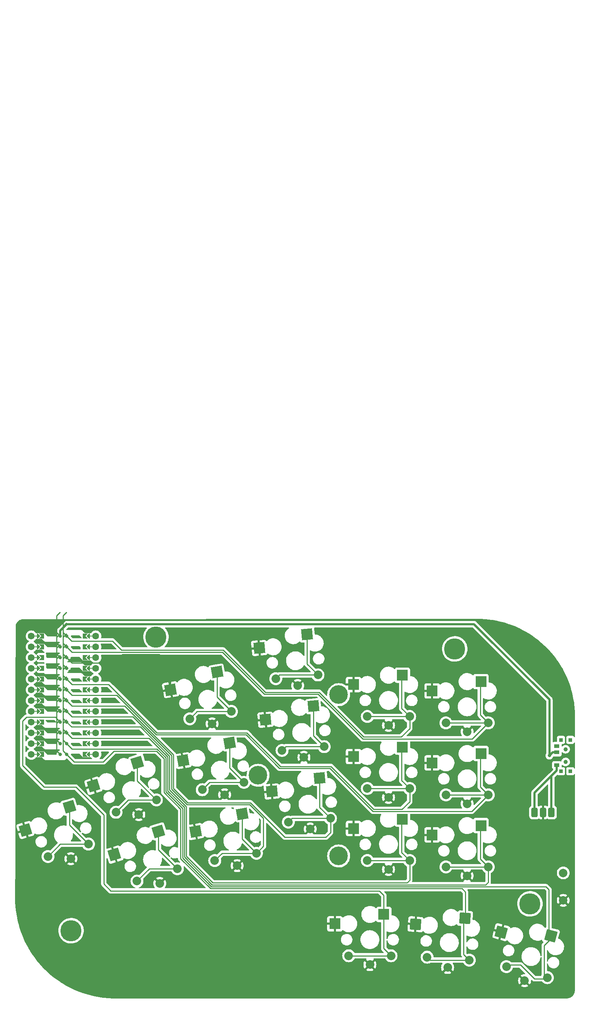
<source format=gtl>
%TF.GenerationSoftware,KiCad,Pcbnew,(6.0.4-0)*%
%TF.CreationDate,2022-07-27T11:57:37+02:00*%
%TF.ProjectId,basbousa,62617362-6f75-4736-912e-6b696361645f,v1.0.0*%
%TF.SameCoordinates,Original*%
%TF.FileFunction,Copper,L1,Top*%
%TF.FilePolarity,Positive*%
%FSLAX46Y46*%
G04 Gerber Fmt 4.6, Leading zero omitted, Abs format (unit mm)*
G04 Created by KiCad (PCBNEW (6.0.4-0)) date 2022-07-27 11:57:37*
%MOMM*%
%LPD*%
G01*
G04 APERTURE LIST*
G04 Aperture macros list*
%AMRoundRect*
0 Rectangle with rounded corners*
0 $1 Rounding radius*
0 $2 $3 $4 $5 $6 $7 $8 $9 X,Y pos of 4 corners*
0 Add a 4 corners polygon primitive as box body*
4,1,4,$2,$3,$4,$5,$6,$7,$8,$9,$2,$3,0*
0 Add four circle primitives for the rounded corners*
1,1,$1+$1,$2,$3*
1,1,$1+$1,$4,$5*
1,1,$1+$1,$6,$7*
1,1,$1+$1,$8,$9*
0 Add four rect primitives between the rounded corners*
20,1,$1+$1,$2,$3,$4,$5,0*
20,1,$1+$1,$4,$5,$6,$7,0*
20,1,$1+$1,$6,$7,$8,$9,0*
20,1,$1+$1,$8,$9,$2,$3,0*%
%AMRotRect*
0 Rectangle, with rotation*
0 The origin of the aperture is its center*
0 $1 length*
0 $2 width*
0 $3 Rotation angle, in degrees counterclockwise*
0 Add horizontal line*
21,1,$1,$2,0,0,$3*%
%AMFreePoly0*
4,1,6,0.600000,-0.200000,0.600000,-0.400000,-0.600000,-0.400000,-0.600000,-0.200000,0.000000,0.400000,0.600000,-0.200000,0.600000,-0.200000,$1*%
%AMFreePoly1*
4,1,5,0.125000,-0.500000,-0.125000,-0.500000,-0.125000,0.500000,0.125000,0.500000,0.125000,-0.500000,0.125000,-0.500000,$1*%
%AMFreePoly2*
4,1,6,0.600000,-1.000000,0.000000,-0.400000,-0.600000,-1.000000,-0.600000,0.250000,0.600000,0.250000,0.600000,-1.000000,0.600000,-1.000000,$1*%
%AMFreePoly3*
4,1,49,0.075053,5.687961,0.117161,5.631572,0.122131,5.561371,0.088389,5.499612,-0.641000,4.770224,-0.641000,0.817776,0.088389,0.088388,0.106147,0.064606,0.108253,0.062500,0.108552,0.061385,0.109852,0.059644,0.113262,0.043806,0.125000,0.000000,0.123721,-0.004772,0.124665,-0.009154,0.117240,-0.028961,0.108253,-0.062500,0.102516,-0.068237,0.099961,-0.075053,0.083136,-0.087617,
0.062500,-0.108253,0.051584,-0.111178,0.043572,-0.117161,0.024114,-0.118539,0.000000,-0.125000,-0.014036,-0.121239,-0.026629,-0.122131,-0.041951,-0.113759,-0.062500,-0.108253,-0.075109,-0.095644,-0.088388,-0.088389,-0.854388,0.677612,-0.867707,0.695448,-0.871189,0.698470,-0.871982,0.701174,-0.875852,0.706356,-0.882331,0.736451,-0.891000,0.766000,-0.891000,4.822000,-0.887805,4.844031,
-0.888131,4.848629,-0.886780,4.851102,-0.885852,4.857502,-0.869151,4.883368,-0.854388,4.910388,-0.088388,5.676389,-0.059644,5.697852,0.009154,5.712665,0.075053,5.687961,0.075053,5.687961,$1*%
G04 Aperture macros list end*
%TA.AperFunction,ComponentPad*%
%ADD10C,5.000000*%
%TD*%
%TA.AperFunction,SMDPad,CuDef*%
%ADD11R,0.900000X0.900000*%
%TD*%
%TA.AperFunction,SMDPad,CuDef*%
%ADD12R,1.250000X0.900000*%
%TD*%
%TA.AperFunction,ComponentPad*%
%ADD13RoundRect,0.375000X-0.375000X-0.750000X0.375000X-0.750000X0.375000X0.750000X-0.375000X0.750000X0*%
%TD*%
%TA.AperFunction,ComponentPad*%
%ADD14C,2.000000*%
%TD*%
%TA.AperFunction,SMDPad,CuDef*%
%ADD15RotRect,2.600000X2.600000X10.000000*%
%TD*%
%TA.AperFunction,ComponentPad*%
%ADD16C,2.032000*%
%TD*%
%TA.AperFunction,SMDPad,CuDef*%
%ADD17RotRect,2.600000X2.600000X5.000000*%
%TD*%
%TA.AperFunction,SMDPad,CuDef*%
%ADD18R,2.600000X2.600000*%
%TD*%
%TA.AperFunction,SMDPad,CuDef*%
%ADD19RotRect,2.600000X2.600000X345.000000*%
%TD*%
%TA.AperFunction,WasherPad*%
%ADD20C,1.000000*%
%TD*%
%TA.AperFunction,SMDPad,CuDef*%
%ADD21RotRect,2.600000X2.600000X17.000000*%
%TD*%
%TA.AperFunction,ComponentPad*%
%ADD22C,4.400000*%
%TD*%
%TA.AperFunction,SMDPad,CuDef*%
%ADD23RotRect,2.600000X2.600000X356.000000*%
%TD*%
%TA.AperFunction,SMDPad,CuDef*%
%ADD24FreePoly0,270.000000*%
%TD*%
%TA.AperFunction,ComponentPad*%
%ADD25C,1.600000*%
%TD*%
%TA.AperFunction,SMDPad,CuDef*%
%ADD26FreePoly1,270.000000*%
%TD*%
%TA.AperFunction,SMDPad,CuDef*%
%ADD27FreePoly1,90.000000*%
%TD*%
%TA.AperFunction,SMDPad,CuDef*%
%ADD28FreePoly0,90.000000*%
%TD*%
%TA.AperFunction,SMDPad,CuDef*%
%ADD29FreePoly2,90.000000*%
%TD*%
%TA.AperFunction,SMDPad,CuDef*%
%ADD30FreePoly3,270.000000*%
%TD*%
%TA.AperFunction,ComponentPad*%
%ADD31C,0.800000*%
%TD*%
%TA.AperFunction,SMDPad,CuDef*%
%ADD32FreePoly2,270.000000*%
%TD*%
%TA.AperFunction,SMDPad,CuDef*%
%ADD33FreePoly3,90.000000*%
%TD*%
%TA.AperFunction,ViaPad*%
%ADD34C,0.800000*%
%TD*%
%TA.AperFunction,Conductor*%
%ADD35C,0.250000*%
%TD*%
%TA.AperFunction,Conductor*%
%ADD36C,0.500000*%
%TD*%
G04 APERTURE END LIST*
D10*
%TO.P,,1,1*%
%TO.N,N/C*%
X60452000Y119634000D03*
%TD*%
%TO.P,,1,1*%
%TO.N,N/C*%
X148844000Y56642000D03*
%TD*%
%TO.P,,1,1*%
%TO.N,N/C*%
X131064000Y116840000D03*
%TD*%
%TO.P,,1,1*%
%TO.N,N/C*%
X40386000Y50292000D03*
%TD*%
D11*
%TO.P,T1,*%
%TO.N,*%
X156169000Y87958000D03*
X158369000Y95358000D03*
X158369000Y87958000D03*
X156169000Y95358000D03*
D12*
%TO.P,T1,1*%
%TO.N,Braw*%
X155194000Y89408000D03*
%TO.P,T1,2*%
%TO.N,RAW*%
X155194000Y92408000D03*
%TO.P,T1,3*%
%TO.N,N/C*%
X155194000Y93908000D03*
%TD*%
D13*
%TO.P,PAD1,1*%
%TO.N,Braw*%
X149924000Y78232000D03*
X153924000Y78232000D03*
%TO.P,PAD1,2*%
%TO.N,GND*%
X151924000Y78232000D03*
%TD*%
D14*
%TO.P,B1,1*%
%TO.N,RST*%
X156718000Y63956000D03*
%TO.P,B1,2*%
%TO.N,GND*%
X156718000Y57456000D03*
%TD*%
D15*
%TO.P,S11,1*%
%TO.N,P19*%
X74892476Y111381133D03*
D16*
X78284340Y102078801D03*
X68436262Y100342320D03*
D15*
%TO.P,S11,2*%
%TO.N,GND*%
X63899972Y107208920D03*
D16*
X73724962Y99142464D03*
%TD*%
%TO.P,S15,1*%
%TO.N,P20*%
X100217298Y93764406D03*
D17*
X97649093Y103326959D03*
D16*
X90255351Y92892848D03*
%TO.P,S15,2*%
%TO.N,GND*%
X95419352Y91236618D03*
D17*
X86334787Y100128683D03*
%TD*%
D18*
%TO.P,S21,1*%
%TO.N,P2*%
X118686086Y93636016D03*
D16*
X120411087Y83886017D03*
X110411087Y83886017D03*
D18*
%TO.P,S21,2*%
%TO.N,GND*%
X107136086Y91436017D03*
D16*
X115411087Y81786017D03*
%TD*%
%TO.P,S29,1*%
%TO.N,P0*%
X128985000Y99378000D03*
X138985000Y99378000D03*
D18*
X137259999Y109127999D03*
D16*
%TO.P,S29,2*%
%TO.N,GND*%
X133985000Y97278000D03*
D18*
X125709999Y106928000D03*
%TD*%
D16*
%TO.P,S33,1*%
%TO.N,P8*%
X143284858Y41819577D03*
X152944117Y39231387D03*
D19*
X153801379Y49095626D03*
D16*
%TO.P,S33,2*%
%TO.N,GND*%
X147570968Y38497038D03*
D19*
X142075534Y49959950D03*
%TD*%
D15*
%TO.P,S7,1*%
%TO.N,P5*%
X80796514Y77897669D03*
D16*
X74340300Y66858856D03*
X84188378Y68595337D03*
%TO.P,S7,2*%
%TO.N,GND*%
X79629000Y65659000D03*
D15*
X69804010Y73725456D03*
%TD*%
D20*
%TO.P,T2,*%
%TO.N,*%
X157269000Y93158000D03*
X157269000Y90158000D03*
%TD*%
D21*
%TO.P,S1,1*%
%TO.N,P14*%
X39991903Y79569274D03*
D16*
X34929106Y67825928D03*
X44492153Y70749645D03*
%TO.P,S1,2*%
%TO.N,GND*%
X40324610Y67279547D03*
D21*
X29589800Y74088512D03*
%TD*%
D16*
%TO.P,S5,1*%
%TO.N,P10*%
X50992495Y78270380D03*
D21*
X56055292Y90013726D03*
D16*
X60555542Y81194097D03*
D21*
%TO.P,S5,2*%
%TO.N,GND*%
X45653189Y84532964D03*
D16*
X56387999Y77723999D03*
%TD*%
D18*
%TO.P,S27,1*%
%TO.N,P3*%
X137259999Y92127999D03*
D16*
X138985000Y82378000D03*
X128985000Y82378000D03*
D18*
%TO.P,S27,2*%
%TO.N,GND*%
X125709999Y89928000D03*
D16*
X133985000Y80278000D03*
%TD*%
%TO.P,S9,1*%
%TO.N,P18*%
X71388281Y83600588D03*
X81236359Y85337069D03*
D15*
X77844495Y94639401D03*
%TO.P,S9,2*%
%TO.N,GND*%
X66851991Y90467188D03*
D16*
X76676981Y82400732D03*
%TD*%
D17*
%TO.P,S13,1*%
%TO.N,P4*%
X99130741Y86391649D03*
D16*
X91736999Y75957538D03*
X101698946Y76829096D03*
%TO.P,S13,2*%
%TO.N,GND*%
X96901000Y74301308D03*
D17*
X87816435Y83193373D03*
%TD*%
D16*
%TO.P,S17,1*%
%TO.N,P21*%
X88773704Y109828158D03*
D17*
X96167446Y120262269D03*
D16*
X98735651Y110699716D03*
%TO.P,S17,2*%
%TO.N,GND*%
X93937705Y108171928D03*
D17*
X84853140Y117063993D03*
%TD*%
D22*
%TO.P,REF\u002A\u002A,1*%
%TO.N,N/C*%
X84582000Y86995000D03*
X103632000Y106045000D03*
X103632000Y67945000D03*
%TD*%
D23*
%TO.P,S31,1*%
%TO.N,P9*%
X133476072Y53205053D03*
D16*
X134516746Y43358474D03*
X124541105Y44056039D03*
D23*
%TO.P,S31,2*%
%TO.N,GND*%
X121800743Y51816100D03*
D16*
X129382437Y41612372D03*
%TD*%
%TO.P,S3,1*%
%TO.N,P16*%
X55962814Y62013199D03*
D21*
X61025611Y73756545D03*
D16*
X65525861Y64936916D03*
%TO.P,S3,2*%
%TO.N,GND*%
X61358318Y61466818D03*
D21*
X50623508Y68275783D03*
%TD*%
D16*
%TO.P,S23,1*%
%TO.N,P1*%
X110411087Y100886017D03*
D18*
X118686086Y110636016D03*
D16*
X120411087Y100886017D03*
D18*
%TO.P,S23,2*%
%TO.N,GND*%
X107136086Y108436017D03*
D16*
X115411087Y98786017D03*
%TD*%
%TO.P,S25,1*%
%TO.N,P7*%
X138985000Y65378000D03*
D18*
X137259999Y75127999D03*
D16*
X128985000Y65378000D03*
D18*
%TO.P,S25,2*%
%TO.N,GND*%
X125709999Y72928000D03*
D16*
X133985000Y63278000D03*
%TD*%
%TO.P,S19,1*%
%TO.N,P6*%
X110411087Y66886017D03*
D18*
X118686086Y76636016D03*
D16*
X120411087Y66886017D03*
%TO.P,S19,2*%
%TO.N,GND*%
X115411087Y64786017D03*
D18*
X107136086Y74436017D03*
%TD*%
D16*
%TO.P,S31,1*%
%TO.N,P15*%
X106010319Y44388382D03*
X116010319Y44388382D03*
D18*
X114285318Y54138381D03*
D16*
%TO.P,S31,2*%
%TO.N,GND*%
X111010319Y42288382D03*
D18*
X102735318Y51938382D03*
%TD*%
D24*
%TO.P,,*%
%TO.N,*%
X32766000Y119888000D03*
D25*
X46228000Y99568000D03*
D26*
X32258000Y109728000D03*
D25*
X46228000Y91948000D03*
D27*
X44958000Y102108000D03*
D25*
X30988000Y97028000D03*
X30988000Y112268000D03*
X46228000Y104648000D03*
D24*
X32766000Y91948000D03*
X32766000Y114808000D03*
X32766000Y109728000D03*
D25*
X46228000Y102108000D03*
D24*
X32766000Y104648000D03*
D26*
X32258000Y91948000D03*
X32258000Y112268000D03*
D28*
X44450000Y119888000D03*
D27*
X44958000Y112268000D03*
D25*
X30988000Y104648000D03*
D28*
X44450000Y117348000D03*
D27*
X44958000Y94488000D03*
D25*
X30988000Y94488000D03*
X30988000Y102108000D03*
D27*
X44958000Y114808000D03*
D24*
X32766000Y112268000D03*
D28*
X44450000Y97028000D03*
D27*
X44958000Y109728000D03*
D25*
X46228000Y94488000D03*
D27*
X44958000Y117348000D03*
D25*
X30988000Y99568000D03*
X30988000Y114808000D03*
X30988000Y109728000D03*
D26*
X32258000Y117348000D03*
D25*
X46228000Y112268000D03*
D28*
X44450000Y112268000D03*
D24*
X32766000Y117348000D03*
D27*
X44958000Y107188000D03*
D26*
X32258000Y119888000D03*
D28*
X44450000Y91948000D03*
X44450000Y104648000D03*
D26*
X32258000Y107188000D03*
X32258000Y114808000D03*
X32258000Y102108000D03*
D25*
X30988000Y119888000D03*
D28*
X44450000Y109728000D03*
D25*
X46228000Y119888000D03*
X46228000Y117348000D03*
D27*
X44958000Y99568000D03*
D24*
X32766000Y107188000D03*
D26*
X32258000Y97028000D03*
D24*
X32766000Y102108000D03*
D27*
X44958000Y91948000D03*
X44958000Y119888000D03*
D26*
X32258000Y104648000D03*
D25*
X46228000Y97028000D03*
X46228000Y114808000D03*
D28*
X44450000Y94488000D03*
X44450000Y102108000D03*
D25*
X30988000Y91948000D03*
D24*
X32766000Y97028000D03*
D27*
X44958000Y97028000D03*
X44958000Y104648000D03*
D28*
X44450000Y99568000D03*
D26*
X32258000Y99568000D03*
D25*
X30988000Y107188000D03*
X46228000Y109728000D03*
D28*
X44450000Y107188000D03*
D25*
X30988000Y117348000D03*
D28*
X44450000Y114808000D03*
D26*
X32258000Y94488000D03*
D24*
X32766000Y94488000D03*
X32766000Y99568000D03*
D25*
X46228000Y107188000D03*
D29*
%TO.P,,1*%
%TO.N,RAW*%
X43434000Y119888000D03*
D30*
X37846000Y119888000D03*
D31*
X37846000Y119888000D03*
D30*
%TO.P,,2*%
%TO.N,GND*%
X37846000Y117348000D03*
D31*
X37846000Y117348000D03*
D29*
X43434000Y117348000D03*
D31*
%TO.P,,3*%
%TO.N,RST*%
X37846000Y114808000D03*
D29*
X43434000Y114808000D03*
D30*
X37846000Y114808000D03*
D29*
%TO.P,,4*%
%TO.N,VCC*%
X43434000Y112268000D03*
D30*
X37846000Y112268000D03*
D31*
X37846000Y112268000D03*
D30*
%TO.P,,5*%
%TO.N,P21*%
X37846000Y109728000D03*
D31*
X37846000Y109728000D03*
D29*
X43434000Y109728000D03*
%TO.P,,6*%
%TO.N,P20*%
X43434000Y107188000D03*
D30*
X37846000Y107188000D03*
D31*
X37846000Y107188000D03*
%TO.P,,7*%
%TO.N,P19*%
X37846000Y104648000D03*
D30*
X37846000Y104648000D03*
D29*
X43434000Y104648000D03*
D31*
%TO.P,,8*%
%TO.N,P18*%
X37846000Y102108000D03*
D30*
X37846000Y102108000D03*
D29*
X43434000Y102108000D03*
%TO.P,,9*%
%TO.N,P15*%
X43434000Y99568000D03*
D31*
X37846000Y99568000D03*
D30*
X37846000Y99568000D03*
D29*
%TO.P,,10*%
%TO.N,P14*%
X43434000Y97028000D03*
D30*
X37846000Y97028000D03*
D31*
X37846000Y97028000D03*
D30*
%TO.P,,11*%
%TO.N,P16*%
X37846000Y94488000D03*
D29*
X43434000Y94488000D03*
D31*
X37846000Y94488000D03*
D29*
%TO.P,,12*%
%TO.N,P10*%
X43434000Y91948000D03*
D30*
X37846000Y91948000D03*
D31*
X37846000Y91948000D03*
%TO.P,,13*%
%TO.N,P9*%
X39370000Y91948000D03*
D32*
X33782000Y91948000D03*
D33*
X39370000Y91948000D03*
%TO.P,,14*%
%TO.N,P8*%
X39370000Y94488000D03*
D31*
X39370000Y94488000D03*
D32*
X33782000Y94488000D03*
%TO.P,,15*%
%TO.N,P7*%
X33782000Y97028000D03*
D33*
X39370000Y97028000D03*
D31*
X39370000Y97028000D03*
D33*
%TO.P,,16*%
%TO.N,P6*%
X39370000Y99568000D03*
D32*
X33782000Y99568000D03*
D31*
X39370000Y99568000D03*
D32*
%TO.P,,17*%
%TO.N,P5*%
X33782000Y102108000D03*
D31*
X39370000Y102108000D03*
D33*
X39370000Y102108000D03*
D32*
%TO.P,,18*%
%TO.N,P4*%
X33782000Y104648000D03*
D33*
X39370000Y104648000D03*
D31*
X39370000Y104648000D03*
%TO.P,,19*%
%TO.N,P3*%
X39370000Y107188000D03*
D32*
X33782000Y107188000D03*
D33*
X39370000Y107188000D03*
D31*
%TO.P,,20*%
%TO.N,P2*%
X39370000Y109728000D03*
D32*
X33782000Y109728000D03*
D33*
X39370000Y109728000D03*
D32*
%TO.P,,21*%
%TO.N,GND*%
X33782000Y112268000D03*
D31*
X39370000Y112268000D03*
D33*
X39370000Y112268000D03*
D31*
%TO.P,,22*%
X39370000Y114808000D03*
D32*
X33782000Y114808000D03*
D33*
X39370000Y114808000D03*
D32*
%TO.P,,23*%
%TO.N,P0*%
X33782000Y117348000D03*
D33*
X39370000Y117348000D03*
D31*
X39370000Y117348000D03*
D33*
%TO.P,,24*%
%TO.N,P1*%
X39370000Y119888000D03*
D32*
X33782000Y119888000D03*
D31*
X39370000Y119888000D03*
%TD*%
D34*
%TO.N,RAW*%
X153430113Y91645917D03*
%TD*%
D35*
%TO.N,P6*%
X118536566Y76486496D02*
X118536566Y68760538D01*
X67642560Y67868594D02*
X73906114Y61605040D01*
X63672973Y83522181D02*
X64008000Y83187154D01*
X64008000Y83187151D02*
X67642560Y79552591D01*
X119771040Y61605040D02*
X120411087Y62245087D01*
X40494511Y98443489D02*
X56747639Y98443489D01*
X120411087Y62245087D02*
X120411087Y66886017D01*
X73906114Y61605040D02*
X119771040Y61605040D01*
X118536566Y68760538D02*
X120411087Y66886017D01*
X118686087Y76636017D02*
X118536566Y76486496D01*
X39370000Y99568000D02*
X40494511Y98443489D01*
X64008000Y83187154D02*
X64008000Y83187151D01*
X56747639Y98443489D02*
X63672973Y91518155D01*
X67642560Y79552591D02*
X67642560Y67868594D01*
X63672973Y91518155D02*
X63672973Y83522181D01*
X120411087Y66886017D02*
X110411087Y66886017D01*
%TO.N,GND*%
X63899973Y112884027D02*
X63899973Y107208920D01*
X39370000Y114808000D02*
X40640000Y113538000D01*
X50499075Y113538000D02*
X52531075Y115570000D01*
X52531075Y115570000D02*
X61214000Y115570000D01*
X61214000Y115570000D02*
X63899973Y112884027D01*
X40640000Y113538000D02*
X50499075Y113538000D01*
%TO.N,P5*%
X85852000Y76834282D02*
X85852000Y70258959D01*
X85852000Y70258959D02*
X84188378Y68595337D01*
X64122493Y91704353D02*
X64122493Y83708379D01*
X80796515Y71987200D02*
X84188378Y68595337D01*
X40640000Y100838000D02*
X54988846Y100838000D01*
X84188378Y68595337D02*
X76076781Y68595337D01*
X80796515Y77897670D02*
X80796515Y71987200D01*
X76076781Y68595337D02*
X74340300Y66858856D01*
X82617802Y80068480D02*
X85852000Y76834282D01*
X54988846Y100838000D02*
X64122493Y91704353D01*
X64122493Y83708379D02*
X67762393Y80068480D01*
X67762393Y80068480D02*
X82617802Y80068480D01*
X39370000Y102108000D02*
X40640000Y100838000D01*
%TO.N,P4*%
X92608557Y76829096D02*
X91736999Y75957538D01*
X100584000Y72390000D02*
X101698946Y73504946D01*
X101698946Y76829096D02*
X99130742Y79397300D01*
X99130742Y79397300D02*
X99130742Y86391651D01*
X101698946Y73504946D02*
X101698946Y76829096D01*
X67948590Y80518000D02*
X82804000Y80518000D01*
X39370000Y104648000D02*
X40640000Y103378000D01*
X40640000Y103378000D02*
X53084564Y103378000D01*
X53084564Y103378000D02*
X64572013Y91890551D01*
X101698946Y76829096D02*
X92608557Y76829096D01*
X64572013Y83894577D02*
X67948590Y80518000D01*
X64572013Y91890551D02*
X64572013Y83894577D01*
X90932000Y72390000D02*
X100584000Y72390000D01*
X82804000Y80518000D02*
X90932000Y72390000D01*
%TO.N,P3*%
X40640000Y105918000D02*
X51180282Y105918000D01*
X135117538Y78510538D02*
X138985000Y82378000D01*
X137110479Y84252521D02*
X137110479Y91978479D01*
X39370000Y107188000D02*
X40640000Y105918000D01*
X51180282Y105918000D02*
X60519802Y96578480D01*
X138985000Y82378000D02*
X137110479Y84252521D01*
X137110479Y91978479D02*
X137260000Y92128000D01*
X101600000Y88646000D02*
X111735462Y78510538D01*
X60519802Y96578480D02*
X81729520Y96578480D01*
X81729520Y96578480D02*
X89662000Y88646000D01*
X111735462Y78510538D02*
X135117538Y78510538D01*
X128985000Y82378000D02*
X138985000Y82378000D01*
X89662000Y88646000D02*
X101600000Y88646000D01*
%TO.N,P2*%
X118536566Y85760538D02*
X120411087Y83886017D01*
X110411087Y83886017D02*
X120411087Y83886017D01*
X118536566Y93486496D02*
X118536566Y85760538D01*
X49276000Y108458000D02*
X60706000Y97028000D01*
X89848198Y89095520D02*
X101786198Y89095520D01*
X120411087Y80787087D02*
X120411087Y83886017D01*
X118686087Y93636017D02*
X118536566Y93486496D01*
X40640000Y108458000D02*
X49276000Y108458000D01*
X118584058Y78960058D02*
X120411087Y80787087D01*
X101786198Y89095520D02*
X111921660Y78960058D01*
X39370000Y109728000D02*
X40640000Y108458000D01*
X111921660Y78960058D02*
X118584058Y78960058D01*
X60706000Y97028000D02*
X81915718Y97028000D01*
X81915718Y97028000D02*
X89848198Y89095520D01*
%TO.N,P0*%
X137110479Y101252521D02*
X137110479Y108978479D01*
X39370000Y117348000D02*
X40640000Y116078000D01*
X98806000Y106172000D02*
X109374877Y95603123D01*
X128985000Y99378000D02*
X138985000Y99378000D01*
X137110479Y108978479D02*
X137260000Y109128000D01*
X138985000Y99378000D02*
X137110479Y101252521D01*
X86106000Y106172000D02*
X98806000Y106172000D01*
X109374877Y95603123D02*
X135210123Y95603123D01*
X40640000Y116078000D02*
X76200000Y116078000D01*
X76200000Y116078000D02*
X86106000Y106172000D01*
X135210123Y95603123D02*
X138985000Y99378000D01*
%TO.N,P1*%
X109561075Y96052643D02*
X118404643Y96052643D01*
X118536566Y110486496D02*
X118536566Y102760538D01*
X39370000Y119888000D02*
X40538189Y118719811D01*
X98992198Y106621520D02*
X109561075Y96052643D01*
X120411087Y98059087D02*
X120411087Y100886017D01*
X120411087Y100886017D02*
X110411087Y100886017D01*
X40538189Y118719811D02*
X50190189Y118719811D01*
X118686087Y110636017D02*
X118536566Y110486496D01*
X52324000Y116586000D02*
X76327718Y116586000D01*
X50190189Y118719811D02*
X52324000Y116586000D01*
X86292198Y106621520D02*
X98992198Y106621520D01*
X76327718Y116586000D02*
X86292198Y106621520D01*
X118404643Y96052643D02*
X120411087Y98059087D01*
X118536566Y102760538D02*
X120411087Y100886017D01*
%TO.N,P18*%
X77844496Y88728932D02*
X81236359Y85337069D01*
X77844496Y94639402D02*
X77844496Y88728932D01*
X81236359Y85337069D02*
X73124762Y85337069D01*
X73124762Y85337069D02*
X71388281Y83600588D01*
%TO.N,P15*%
X41529000Y84201000D02*
X48133000Y77597000D01*
X114285318Y54138381D02*
X114285318Y46113383D01*
X34036000Y84201000D02*
X41529000Y84201000D01*
X37846000Y99568000D02*
X36703000Y100711000D01*
X113284000Y59690000D02*
X114285318Y58688682D01*
X29845000Y100711000D02*
X28956000Y99822000D01*
X28956000Y89281000D02*
X34036000Y84201000D01*
X48133000Y61341000D02*
X49784000Y59690000D01*
X48133000Y77597000D02*
X48133000Y61341000D01*
X36703000Y100711000D02*
X29845000Y100711000D01*
X114285318Y46113383D02*
X116010319Y44388382D01*
X28956000Y99822000D02*
X28956000Y89281000D01*
X114285318Y58688682D02*
X114285318Y54138381D01*
X116010319Y44388382D02*
X106010319Y44388382D01*
X49784000Y59690000D02*
X113284000Y59690000D01*
%TO.N,P14*%
X37852823Y70749645D02*
X34929106Y67825928D01*
X44492153Y70749645D02*
X37852823Y70749645D01*
X39991903Y79569276D02*
X39991903Y75249895D01*
X39991903Y75249895D02*
X44492153Y70749645D01*
%TO.N,P16*%
X61025611Y69437166D02*
X65525861Y64936916D01*
X65525861Y64936916D02*
X58886531Y64936916D01*
X58886531Y64936916D02*
X55962814Y62013199D01*
X61025611Y73756547D02*
X61025611Y69437166D01*
%TO.N,P10*%
X60555542Y81194097D02*
X53916212Y81194097D01*
X56055292Y90013728D02*
X56055292Y85694347D01*
X53916212Y81194097D02*
X50992495Y78270380D01*
X56055292Y85694347D02*
X60555542Y81194097D01*
%TO.N,P19*%
X70172743Y102078801D02*
X68436262Y100342320D01*
X74892477Y111381134D02*
X74892477Y105470664D01*
X78284340Y102078801D02*
X70172743Y102078801D01*
X74892477Y105470664D02*
X78284340Y102078801D01*
%TO.N,P20*%
X100217298Y93764406D02*
X91126909Y93764406D01*
X97649094Y96332610D02*
X100217298Y93764406D01*
X97649094Y103326961D02*
X97649094Y96332610D01*
X91126909Y93764406D02*
X90255351Y92892848D01*
%TO.N,P21*%
X96167447Y120262271D02*
X96167447Y113267920D01*
X89645262Y110699716D02*
X88773704Y109828158D01*
X98735651Y110699716D02*
X89645262Y110699716D01*
X96167447Y113267920D02*
X98735651Y110699716D01*
%TO.N,P7*%
X63223453Y83335983D02*
X67193040Y79366394D01*
X40640000Y95758000D02*
X58797410Y95758000D01*
X138371520Y61155520D02*
X138985000Y61769000D01*
X67193040Y79366394D02*
X67193040Y67682396D01*
X73719916Y61155520D02*
X138371520Y61155520D01*
X39370000Y97028000D02*
X40640000Y95758000D01*
X138985000Y65378000D02*
X128985000Y65378000D01*
X137110479Y74978479D02*
X137260000Y75128000D01*
X137110479Y67252521D02*
X137110479Y74978479D01*
X58797410Y95758000D02*
X63223453Y91331957D01*
X67193040Y67682396D02*
X73719916Y61155520D01*
X138985000Y61769000D02*
X138985000Y65378000D01*
X63223453Y91331957D02*
X63223453Y83335983D01*
X138985000Y65378000D02*
X137110479Y67252521D01*
%TO.N,P8*%
X149871436Y38975189D02*
X146615755Y42230870D01*
X153316936Y60043064D02*
X153316936Y50207741D01*
X152654000Y60706000D02*
X153316936Y60043064D01*
X66743520Y67496198D02*
X73533718Y60706000D01*
X154131704Y48755600D02*
X152198767Y46822663D01*
X60701692Y93218000D02*
X62773933Y91145759D01*
X62773933Y83149785D02*
X66743520Y79180197D01*
X62773933Y91145759D02*
X62773933Y83149785D01*
X152588434Y38975189D02*
X149871436Y38975189D01*
X73533718Y60706000D02*
X152654000Y60706000D01*
X39370000Y94488000D02*
X40640000Y93218000D01*
X152198767Y39364856D02*
X152588434Y38975189D01*
X66743520Y79180197D02*
X66743520Y67496198D01*
X152198767Y46822663D02*
X152198767Y39364856D01*
X146615755Y42230870D02*
X143133249Y42230870D01*
X40640000Y93218000D02*
X60701692Y93218000D01*
%TO.N,P9*%
X62324413Y82963587D02*
X62324413Y90959561D01*
X48006000Y90170000D02*
X41148000Y90170000D01*
X41148000Y90170000D02*
X39370000Y91948000D01*
X73347521Y60256480D02*
X66294000Y67310000D01*
X133476072Y53205053D02*
X133604000Y53332981D01*
X66294000Y78994000D02*
X62324413Y82963587D01*
X133476072Y53205053D02*
X133168886Y52897867D01*
X133168886Y52897867D02*
X133168886Y44706334D01*
X125238670Y43358474D02*
X124541105Y44056039D01*
X60573974Y92710000D02*
X50546000Y92710000D01*
X62324413Y90959561D02*
X60573974Y92710000D01*
X133604000Y53332981D02*
X133604000Y59436000D01*
X133604000Y59436000D02*
X132783520Y60256480D01*
X133168886Y44706334D02*
X134516746Y43358474D01*
X134516746Y43358474D02*
X125238670Y43358474D01*
X50546000Y92710000D02*
X48006000Y90170000D01*
X132783520Y60256480D02*
X73347521Y60256480D01*
X66294000Y67310000D02*
X66294000Y78994000D01*
D36*
%TO.N,RAW*%
X37846000Y119888000D02*
X37846000Y121158000D01*
X154192196Y92408000D02*
X153430113Y91645917D01*
X155194000Y92408000D02*
X154192196Y92408000D01*
X37846000Y121158000D02*
X39370000Y122682000D01*
X39370000Y122682000D02*
X135636000Y122682000D01*
X135636000Y122682000D02*
X153430113Y104887887D01*
X153430113Y104887887D02*
X153430113Y91645917D01*
%TO.N,Braw*%
X155194000Y88138000D02*
X149924000Y82868000D01*
X153924000Y86868000D02*
X153924000Y78232000D01*
X155194000Y88138000D02*
X153924000Y86868000D01*
X149924000Y82868000D02*
X149924000Y78232000D01*
X155194000Y89408000D02*
X155194000Y88138000D01*
%TD*%
%TA.AperFunction,Conductor*%
%TO.N,GND*%
G36*
X136348345Y123967854D02*
G01*
X136362851Y123965595D01*
X136362854Y123965595D01*
X136371724Y123964214D01*
X136380626Y123965378D01*
X136380628Y123965378D01*
X136388083Y123966353D01*
X136397598Y123967597D01*
X136416447Y123968636D01*
X136994765Y123957069D01*
X137300586Y123950952D01*
X137305621Y123950750D01*
X138224175Y123895574D01*
X138229198Y123895172D01*
X138390425Y123878996D01*
X139144894Y123803302D01*
X139149852Y123802703D01*
X139766575Y123715798D01*
X140061075Y123674299D01*
X140066049Y123673497D01*
X140971462Y123508750D01*
X140976401Y123507748D01*
X141874421Y123306946D01*
X141879316Y123305749D01*
X142768658Y123069180D01*
X142773501Y123067787D01*
X143652640Y122795855D01*
X143657397Y122794279D01*
X143911587Y122704369D01*
X144524981Y122487403D01*
X144529697Y122485628D01*
X145384308Y122144308D01*
X145388933Y122142353D01*
X146229253Y121767114D01*
X146233758Y121764993D01*
X146341272Y121711729D01*
X147058360Y121356473D01*
X147062830Y121354146D01*
X147870424Y120912988D01*
X147874798Y120910484D01*
X148664109Y120437383D01*
X148668378Y120434707D01*
X149438148Y119930417D01*
X149442308Y119927571D01*
X150191284Y119392913D01*
X150195326Y119389904D01*
X150922331Y118825719D01*
X150926246Y118822554D01*
X151542009Y118303948D01*
X151630113Y118229745D01*
X151633902Y118226422D01*
X152313500Y117605944D01*
X152317153Y117602472D01*
X152590360Y117332225D01*
X152948209Y116978253D01*
X152971393Y116955320D01*
X152974895Y116951714D01*
X153597373Y116284663D01*
X153602733Y116278919D01*
X153606088Y116275177D01*
X154206559Y115577770D01*
X154209732Y115573932D01*
X154636588Y115036087D01*
X154781818Y114853095D01*
X154784871Y114849086D01*
X155173745Y114316690D01*
X155313756Y114125005D01*
X155327662Y114105966D01*
X155330529Y114101872D01*
X155841784Y113339711D01*
X155843174Y113337639D01*
X155845896Y113333399D01*
X156327584Y112549259D01*
X156330124Y112544934D01*
X156556677Y112140729D01*
X156780065Y111742169D01*
X156782440Y111737725D01*
X157199908Y110917637D01*
X157202104Y110913101D01*
X157586446Y110076973D01*
X157588459Y110072353D01*
X157939068Y109221506D01*
X157940894Y109216809D01*
X158252395Y108365749D01*
X158257191Y108352645D01*
X158258824Y108347891D01*
X158426268Y107826729D01*
X158540311Y107471775D01*
X158541757Y107466948D01*
X158582704Y107319499D01*
X158787302Y106582748D01*
X158787998Y106580240D01*
X158789244Y106575379D01*
X158998384Y105685683D01*
X158999827Y105679544D01*
X159000879Y105674632D01*
X159079793Y105266241D01*
X159175477Y104771066D01*
X159176333Y104766100D01*
X159274734Y104118891D01*
X159312625Y103869671D01*
X159314650Y103856349D01*
X159315307Y103851357D01*
X159320241Y103807050D01*
X159417139Y102936772D01*
X159417597Y102931753D01*
X159482778Y102013804D01*
X159483034Y102008772D01*
X159484920Y101947732D01*
X159510090Y101133182D01*
X159510108Y101132590D01*
X159508871Y101110667D01*
X159507555Y101101567D01*
X159507555Y101101563D01*
X159506271Y101092681D01*
X159507532Y101083792D01*
X159507532Y101083791D01*
X159510238Y101064713D01*
X159511487Y101046980D01*
X159510039Y96105396D01*
X159490017Y96037281D01*
X159436348Y95990804D01*
X159366071Y95980721D01*
X159301499Y96010233D01*
X159273519Y96044924D01*
X159272766Y96046299D01*
X159269615Y96054705D01*
X159264230Y96061891D01*
X159187642Y96164081D01*
X159182261Y96171261D01*
X159065705Y96258615D01*
X158929316Y96309745D01*
X158867134Y96316500D01*
X157870866Y96316500D01*
X157808684Y96309745D01*
X157672295Y96258615D01*
X157555739Y96171261D01*
X157468385Y96054705D01*
X157417255Y95918316D01*
X157410500Y95856134D01*
X157410500Y94859866D01*
X157417255Y94797684D01*
X157468385Y94661295D01*
X157555739Y94544739D01*
X157672295Y94457385D01*
X157808684Y94406255D01*
X157870866Y94399500D01*
X158867134Y94399500D01*
X158929316Y94406255D01*
X159065705Y94457385D01*
X159182261Y94544739D01*
X159263897Y94653665D01*
X159264231Y94654111D01*
X159264231Y94654112D01*
X159269615Y94661295D01*
X159272765Y94669699D01*
X159273082Y94670277D01*
X159323341Y94720422D01*
X159392732Y94735435D01*
X159459224Y94710549D01*
X159501706Y94653665D01*
X159509601Y94609729D01*
X159507873Y88711295D01*
X159507872Y88709355D01*
X159487850Y88641240D01*
X159434181Y88594763D01*
X159363904Y88584680D01*
X159299332Y88614192D01*
X159272185Y88647849D01*
X159269615Y88654705D01*
X159264230Y88661891D01*
X159187642Y88764081D01*
X159182261Y88771261D01*
X159065705Y88858615D01*
X158929316Y88909745D01*
X158867134Y88916500D01*
X157870866Y88916500D01*
X157808684Y88909745D01*
X157672295Y88858615D01*
X157555739Y88771261D01*
X157468385Y88654705D01*
X157417255Y88518316D01*
X157410500Y88456134D01*
X157410500Y87459866D01*
X157417255Y87397684D01*
X157468385Y87261295D01*
X157555739Y87144739D01*
X157672295Y87057385D01*
X157808684Y87006255D01*
X157870866Y86999500D01*
X158867134Y86999500D01*
X158929316Y87006255D01*
X159065705Y87057385D01*
X159182261Y87144739D01*
X159269615Y87261295D01*
X159271846Y87267246D01*
X159321170Y87316458D01*
X159390561Y87331472D01*
X159457053Y87306586D01*
X159499536Y87249703D01*
X159507431Y87205766D01*
X159492536Y36378015D01*
X159490608Y36356094D01*
X159487570Y36338937D01*
X159489388Y36322367D01*
X159489687Y36297951D01*
X159470546Y36072895D01*
X159468152Y36056938D01*
X159414771Y35810122D01*
X159410357Y35794603D01*
X159358708Y35649130D01*
X159325871Y35556644D01*
X159319513Y35541823D01*
X159205301Y35316603D01*
X159197101Y35302715D01*
X159055038Y35093939D01*
X159045124Y35081207D01*
X158877557Y34892316D01*
X158866096Y34880954D01*
X158675745Y34715016D01*
X158662927Y34705213D01*
X158452946Y34564976D01*
X158438980Y34556891D01*
X158212786Y34444637D01*
X158197903Y34438404D01*
X157959215Y34355980D01*
X157943664Y34351702D01*
X157820029Y34326081D01*
X157696399Y34300461D01*
X157680420Y34298205D01*
X157462433Y34281567D01*
X157438028Y34282375D01*
X157435671Y34282375D01*
X157426790Y34283648D01*
X157399190Y34279699D01*
X157381317Y34278429D01*
X50348418Y34302568D01*
X50326323Y34304527D01*
X50318450Y34305932D01*
X50318446Y34305932D01*
X50309611Y34307508D01*
X50283634Y34304693D01*
X50264791Y34304070D01*
X49366668Y34341749D01*
X49361681Y34342058D01*
X48921266Y34378096D01*
X48429920Y34418302D01*
X48424942Y34418809D01*
X47991672Y34471651D01*
X47496942Y34531988D01*
X47492008Y34532690D01*
X46569207Y34682631D01*
X46564285Y34683532D01*
X46409601Y34715016D01*
X45648192Y34869991D01*
X45643357Y34871076D01*
X44735352Y35093771D01*
X44730545Y35095051D01*
X43832120Y35353619D01*
X43827362Y35355090D01*
X43263802Y35541813D01*
X42939901Y35649130D01*
X42935184Y35650798D01*
X42060137Y35979828D01*
X42055489Y35981682D01*
X41194193Y36345200D01*
X41189622Y36347237D01*
X40343446Y36744662D01*
X40338960Y36746878D01*
X39509194Y37177608D01*
X39504799Y37180002D01*
X39377338Y37252732D01*
X146691492Y37252732D01*
X146697219Y37245082D01*
X146872727Y37137531D01*
X146881521Y37133050D01*
X147093997Y37045040D01*
X147103382Y37041991D01*
X147327012Y36988301D01*
X147336759Y36986758D01*
X147566038Y36968713D01*
X147575898Y36968713D01*
X147805177Y36986758D01*
X147814924Y36988301D01*
X148038554Y37041991D01*
X148047939Y37045040D01*
X148260415Y37133050D01*
X148269209Y37137531D01*
X148441051Y37242835D01*
X148450511Y37253291D01*
X148446727Y37262069D01*
X147583780Y38125016D01*
X147569836Y38132630D01*
X147568003Y38132499D01*
X147561388Y38128248D01*
X146698252Y37265112D01*
X146691492Y37252732D01*
X39377338Y37252732D01*
X38915386Y37516324D01*
X38692837Y37643312D01*
X38688544Y37645875D01*
X38568249Y37721000D01*
X37921309Y38125016D01*
X37895562Y38141095D01*
X37891372Y38143830D01*
X37630256Y38321687D01*
X37380057Y38492108D01*
X146042643Y38492108D01*
X146060688Y38262829D01*
X146062231Y38253082D01*
X146115921Y38029452D01*
X146118970Y38020067D01*
X146206980Y37807591D01*
X146211461Y37798797D01*
X146316765Y37626955D01*
X146327221Y37617495D01*
X146335999Y37621279D01*
X147198946Y38484226D01*
X147206560Y38498170D01*
X147206429Y38500003D01*
X147202178Y38506618D01*
X146339042Y39369754D01*
X146326662Y39376514D01*
X146319012Y39370787D01*
X146211461Y39195279D01*
X146206980Y39186485D01*
X146118970Y38974009D01*
X146115921Y38964624D01*
X146062231Y38740994D01*
X146060688Y38731247D01*
X146042643Y38501968D01*
X146042643Y38492108D01*
X37380057Y38492108D01*
X37118723Y38670114D01*
X37114684Y38672984D01*
X36363507Y39229557D01*
X36359548Y39232614D01*
X36057681Y39475422D01*
X35631046Y39818588D01*
X35627245Y39821773D01*
X35000735Y40368066D01*
X128502961Y40368066D01*
X128508688Y40360416D01*
X128684196Y40252865D01*
X128692990Y40248384D01*
X128905466Y40160374D01*
X128914851Y40157325D01*
X129138481Y40103635D01*
X129148228Y40102092D01*
X129377507Y40084047D01*
X129387367Y40084047D01*
X129616646Y40102092D01*
X129626393Y40103635D01*
X129850023Y40157325D01*
X129859408Y40160374D01*
X130071884Y40248384D01*
X130080678Y40252865D01*
X130252520Y40358169D01*
X130261980Y40368625D01*
X130258196Y40377403D01*
X129395249Y41240350D01*
X129381305Y41247964D01*
X129379472Y41247833D01*
X129372857Y41243582D01*
X128509721Y40380446D01*
X128502961Y40368066D01*
X35000735Y40368066D01*
X34922638Y40436164D01*
X34918932Y40439526D01*
X34278807Y41044076D01*
X110130843Y41044076D01*
X110136570Y41036426D01*
X110312078Y40928875D01*
X110320872Y40924394D01*
X110533348Y40836384D01*
X110542733Y40833335D01*
X110766363Y40779645D01*
X110776110Y40778102D01*
X111005389Y40760057D01*
X111015249Y40760057D01*
X111244528Y40778102D01*
X111254275Y40779645D01*
X111477905Y40833335D01*
X111487290Y40836384D01*
X111699766Y40924394D01*
X111708560Y40928875D01*
X111880402Y41034179D01*
X111889862Y41044635D01*
X111886078Y41053413D01*
X111023131Y41916360D01*
X111009187Y41923974D01*
X111007354Y41923843D01*
X111000739Y41919592D01*
X110137603Y41056456D01*
X110130843Y41044076D01*
X34278807Y41044076D01*
X34239234Y41081450D01*
X34235665Y41084958D01*
X33582030Y41753323D01*
X33578603Y41756969D01*
X33103122Y42283452D01*
X109481994Y42283452D01*
X109500039Y42054173D01*
X109501582Y42044426D01*
X109555272Y41820796D01*
X109558321Y41811411D01*
X109646331Y41598935D01*
X109650812Y41590141D01*
X109756116Y41418299D01*
X109766572Y41408839D01*
X109775350Y41412623D01*
X110638297Y42275570D01*
X110644675Y42287250D01*
X111374727Y42287250D01*
X111374858Y42285417D01*
X111379109Y42278802D01*
X112242245Y41415666D01*
X112254625Y41408906D01*
X112262275Y41414633D01*
X112369826Y41590141D01*
X112374307Y41598935D01*
X112462317Y41811411D01*
X112465366Y41820796D01*
X112519056Y42044426D01*
X112520599Y42054173D01*
X112538644Y42283452D01*
X112538644Y42293312D01*
X112520599Y42522591D01*
X112519056Y42532338D01*
X112465366Y42755968D01*
X112462317Y42765353D01*
X112374307Y42977829D01*
X112369826Y42986623D01*
X112264522Y43158465D01*
X112254066Y43167925D01*
X112245288Y43164141D01*
X111382341Y42301194D01*
X111374727Y42287250D01*
X110644675Y42287250D01*
X110645911Y42289514D01*
X110645780Y42291347D01*
X110641529Y42297962D01*
X109778393Y43161098D01*
X109766013Y43167858D01*
X109758363Y43162131D01*
X109650812Y42986623D01*
X109646331Y42977829D01*
X109558321Y42765353D01*
X109555272Y42755968D01*
X109501582Y42532338D01*
X109500039Y42522591D01*
X109481994Y42293312D01*
X109481994Y42283452D01*
X33103122Y42283452D01*
X32951993Y42450792D01*
X32948714Y42454571D01*
X32899326Y42513826D01*
X32350164Y43172707D01*
X32347056Y43176590D01*
X31777477Y43917946D01*
X31774508Y43921974D01*
X31534652Y44261245D01*
X31234816Y44685358D01*
X31232021Y44689483D01*
X31227548Y44696376D01*
X30723076Y45473677D01*
X30720441Y45477920D01*
X30694631Y45521376D01*
X30364327Y46077491D01*
X30243041Y46281694D01*
X30240571Y46286046D01*
X30112638Y46522331D01*
X29795428Y47108202D01*
X29793158Y47112604D01*
X29381037Y47951734D01*
X29378920Y47956269D01*
X29285240Y48167855D01*
X29000427Y48811136D01*
X28998510Y48815711D01*
X28654259Y49684934D01*
X28652521Y49689589D01*
X28642918Y49716966D01*
X28434071Y50312330D01*
X28407997Y50386659D01*
X37373888Y50386659D01*
X37373983Y50383029D01*
X37373983Y50383028D01*
X37380444Y50136277D01*
X37382970Y50039829D01*
X37383481Y50036239D01*
X37383481Y50036238D01*
X37388119Y50003651D01*
X37431856Y49696340D01*
X37519897Y49360747D01*
X37645927Y49037497D01*
X37662588Y49006029D01*
X37793689Y48758423D01*
X37808275Y48730874D01*
X37810325Y48727891D01*
X37810327Y48727888D01*
X38002733Y48447936D01*
X38002739Y48447929D01*
X38004790Y48444944D01*
X38131642Y48299530D01*
X38192562Y48229697D01*
X38232866Y48183495D01*
X38298125Y48124114D01*
X38445268Y47990225D01*
X38489481Y47949994D01*
X38771233Y47747534D01*
X39074388Y47578800D01*
X39394928Y47446028D01*
X39398422Y47445033D01*
X39398424Y47445032D01*
X39725103Y47351975D01*
X39725108Y47351974D01*
X39728604Y47350978D01*
X39917349Y47320070D01*
X40067412Y47295496D01*
X40067419Y47295495D01*
X40070993Y47294910D01*
X40203839Y47288645D01*
X40413931Y47278737D01*
X40413932Y47278737D01*
X40417558Y47278566D01*
X40438593Y47280000D01*
X40760073Y47301916D01*
X40760081Y47301917D01*
X40763704Y47302164D01*
X40767279Y47302827D01*
X40767282Y47302827D01*
X41101279Y47364730D01*
X41101283Y47364731D01*
X41104844Y47365391D01*
X41436456Y47467408D01*
X41754145Y47606864D01*
X41782656Y47623524D01*
X42050560Y47780074D01*
X42050562Y47780075D01*
X42053700Y47781909D01*
X42084425Y47804978D01*
X42328244Y47988042D01*
X42328248Y47988045D01*
X42331151Y47990225D01*
X42582819Y48229050D01*
X42602552Y48252650D01*
X104147519Y48252650D01*
X104147719Y48247320D01*
X104147719Y48247319D01*
X104151586Y48144310D01*
X104156173Y48022114D01*
X104203547Y47796332D01*
X104205505Y47791373D01*
X104205506Y47791371D01*
X104237572Y47710175D01*
X104288286Y47581760D01*
X104407966Y47384533D01*
X104411463Y47380503D01*
X104548900Y47222121D01*
X104559166Y47210290D01*
X104563297Y47206903D01*
X104733434Y47067398D01*
X104733440Y47067394D01*
X104737562Y47064014D01*
X104938054Y46949888D01*
X104943070Y46948067D01*
X104943075Y46948065D01*
X105149894Y46872993D01*
X105149898Y46872992D01*
X105154909Y46871173D01*
X105160158Y46870224D01*
X105160161Y46870223D01*
X105377842Y46830860D01*
X105377849Y46830859D01*
X105381926Y46830122D01*
X105399663Y46829286D01*
X105404611Y46829052D01*
X105404618Y46829052D01*
X105406099Y46828982D01*
X105568244Y46828982D01*
X105637141Y46834828D01*
X105734881Y46843121D01*
X105734885Y46843122D01*
X105740192Y46843572D01*
X105745347Y46844910D01*
X105745353Y46844911D01*
X105958322Y46900187D01*
X105958326Y46900188D01*
X105963491Y46901529D01*
X105968357Y46903721D01*
X105968360Y46903722D01*
X106168968Y46994089D01*
X106173834Y46996281D01*
X106178254Y46999257D01*
X106178258Y46999259D01*
X106279467Y47067398D01*
X106365204Y47125120D01*
X106532131Y47284360D01*
X106620242Y47402786D01*
X106666656Y47465168D01*
X106666658Y47465171D01*
X106669840Y47469448D01*
X106726335Y47580565D01*
X106771977Y47670336D01*
X106771977Y47670337D01*
X106774396Y47675094D01*
X106816940Y47812108D01*
X106841224Y47890312D01*
X106841225Y47890318D01*
X106842808Y47895415D01*
X106863405Y48050820D01*
X106872419Y48118829D01*
X106872419Y48118834D01*
X106873119Y48124114D01*
X106872862Y48130975D01*
X106872459Y48141723D01*
X108782833Y48141723D01*
X108783196Y48137575D01*
X108783196Y48137571D01*
X108799792Y47947873D01*
X108808571Y47847533D01*
X108809481Y47843461D01*
X108809482Y47843456D01*
X108871195Y47567369D01*
X108872991Y47559332D01*
X108874434Y47555409D01*
X108874435Y47555407D01*
X108890645Y47511350D01*
X108974963Y47282183D01*
X108976910Y47278490D01*
X108976911Y47278488D01*
X109045866Y47147704D01*
X109112693Y47020955D01*
X109143476Y46977639D01*
X109281338Y46783647D01*
X109281343Y46783641D01*
X109283762Y46780237D01*
X109286606Y46777187D01*
X109286611Y46777181D01*
X109454076Y46597597D01*
X109485165Y46564258D01*
X109713364Y46376814D01*
X109964348Y46221197D01*
X110233709Y46100141D01*
X110356207Y46063623D01*
X110445382Y46037039D01*
X110516714Y46015774D01*
X110520834Y46015121D01*
X110520836Y46015121D01*
X110804911Y45970127D01*
X110804917Y45970126D01*
X110808392Y45969576D01*
X110832951Y45968461D01*
X110899336Y45965446D01*
X110899357Y45965446D01*
X110900756Y45965382D01*
X111085220Y45965382D01*
X111304983Y45979979D01*
X111309082Y45980805D01*
X111309086Y45980806D01*
X111486189Y46016516D01*
X111594470Y46038349D01*
X111873694Y46134494D01*
X112017757Y46206635D01*
X112134014Y46264852D01*
X112134016Y46264853D01*
X112137750Y46266723D01*
X112381997Y46432714D01*
X112405647Y46453859D01*
X112565742Y46597001D01*
X112602146Y46629550D01*
X112640284Y46674046D01*
X112791608Y46850598D01*
X112791611Y46850602D01*
X112794328Y46853772D01*
X112796602Y46857274D01*
X112796606Y46857279D01*
X112952889Y47097933D01*
X112952892Y47097938D01*
X112955168Y47101443D01*
X112957867Y47107126D01*
X113080042Y47364428D01*
X113081838Y47368210D01*
X113093603Y47404852D01*
X113170834Y47645399D01*
X113170834Y47645400D01*
X113172114Y47649386D01*
X113192026Y47760051D01*
X113223670Y47935923D01*
X113223671Y47935928D01*
X113224409Y47940032D01*
X113224766Y47947873D01*
X113237616Y48230871D01*
X113237616Y48230876D01*
X113237805Y48235041D01*
X113237254Y48241347D01*
X113212431Y48525070D01*
X113212067Y48529231D01*
X113201789Y48575213D01*
X113148559Y48813354D01*
X113148557Y48813361D01*
X113147647Y48817432D01*
X113045675Y49094581D01*
X113027510Y49129035D01*
X112957825Y49261203D01*
X112907945Y49355809D01*
X112830216Y49465185D01*
X112739300Y49593117D01*
X112739295Y49593123D01*
X112736876Y49596527D01*
X112734032Y49599577D01*
X112734027Y49599583D01*
X112538319Y49809454D01*
X112535473Y49812506D01*
X112307274Y49999950D01*
X112056290Y50155567D01*
X112019819Y50171958D01*
X111888629Y50230917D01*
X111786929Y50276623D01*
X111503924Y50360990D01*
X111499804Y50361643D01*
X111499802Y50361643D01*
X111215727Y50406637D01*
X111215721Y50406638D01*
X111212246Y50407188D01*
X111187687Y50408303D01*
X111121302Y50411318D01*
X111121281Y50411318D01*
X111119882Y50411382D01*
X110935418Y50411382D01*
X110715655Y50396785D01*
X110711556Y50395959D01*
X110711552Y50395958D01*
X110628506Y50379213D01*
X110426168Y50338415D01*
X110146944Y50242270D01*
X110018322Y50177861D01*
X109892923Y50115066D01*
X109882888Y50110041D01*
X109638641Y49944050D01*
X109418492Y49747214D01*
X109415775Y49744044D01*
X109415774Y49744043D01*
X109233905Y49531853D01*
X109226310Y49522992D01*
X109224036Y49519490D01*
X109224032Y49519485D01*
X109087710Y49309568D01*
X109065470Y49275321D01*
X109063676Y49271543D01*
X109063675Y49271541D01*
X109029620Y49199820D01*
X108938800Y49008554D01*
X108937521Y49004571D01*
X108937520Y49004568D01*
X108849804Y48731365D01*
X108848524Y48727378D01*
X108843672Y48700411D01*
X108797081Y48441465D01*
X108796229Y48436732D01*
X108796040Y48432565D01*
X108796039Y48432558D01*
X108783451Y48155337D01*
X108782833Y48141723D01*
X106872459Y48141723D01*
X106867118Y48283984D01*
X106864465Y48354650D01*
X106817091Y48580432D01*
X106813448Y48589658D01*
X106768417Y48703683D01*
X106732352Y48795004D01*
X106612672Y48992231D01*
X106607579Y48998100D01*
X106464972Y49162441D01*
X106464970Y49162443D01*
X106461472Y49166474D01*
X106387751Y49226922D01*
X106287204Y49309366D01*
X106287198Y49309370D01*
X106283076Y49312750D01*
X106082584Y49426876D01*
X106077568Y49428697D01*
X106077563Y49428699D01*
X105870744Y49503771D01*
X105870740Y49503772D01*
X105865729Y49505591D01*
X105860480Y49506540D01*
X105860477Y49506541D01*
X105642796Y49545904D01*
X105642789Y49545905D01*
X105638712Y49546642D01*
X105620975Y49547478D01*
X105616027Y49547712D01*
X105616020Y49547712D01*
X105614539Y49547782D01*
X105452394Y49547782D01*
X105394281Y49542851D01*
X105285757Y49533643D01*
X105285753Y49533642D01*
X105280446Y49533192D01*
X105275291Y49531854D01*
X105275285Y49531853D01*
X105062316Y49476577D01*
X105062312Y49476576D01*
X105057147Y49475235D01*
X105052281Y49473043D01*
X105052278Y49473042D01*
X104936691Y49420974D01*
X104846804Y49380483D01*
X104842384Y49377507D01*
X104842380Y49377505D01*
X104794300Y49345135D01*
X104655434Y49251644D01*
X104488507Y49092404D01*
X104485319Y49088119D01*
X104386033Y48954673D01*
X104350798Y48907316D01*
X104348383Y48902566D01*
X104262717Y48734073D01*
X104246242Y48701670D01*
X104222506Y48625229D01*
X104179414Y48486452D01*
X104179413Y48486446D01*
X104177830Y48481349D01*
X104163917Y48376374D01*
X104149619Y48268492D01*
X104147519Y48252650D01*
X42602552Y48252650D01*
X42805370Y48495217D01*
X42824359Y48524124D01*
X42916532Y48664446D01*
X42995853Y48785201D01*
X43076185Y48944923D01*
X43150117Y49091920D01*
X43150120Y49091928D01*
X43151744Y49095156D01*
X43178589Y49168514D01*
X43269729Y49417563D01*
X43269730Y49417567D01*
X43270977Y49420974D01*
X43271822Y49424496D01*
X43271825Y49424504D01*
X43351124Y49754809D01*
X43351125Y49754813D01*
X43351971Y49758338D01*
X43352517Y49762848D01*
X43393316Y50099996D01*
X43393316Y50100003D01*
X43393652Y50102775D01*
X43393790Y50107144D01*
X43399184Y50278787D01*
X43399599Y50292000D01*
X43399302Y50297152D01*
X43382202Y50593713D01*
X100927319Y50593713D01*
X100927689Y50586892D01*
X100933213Y50536030D01*
X100936839Y50520778D01*
X100981994Y50400328D01*
X100990532Y50384733D01*
X101067033Y50282658D01*
X101079594Y50270097D01*
X101181669Y50193596D01*
X101197264Y50185058D01*
X101317712Y50139904D01*
X101332967Y50136277D01*
X101383832Y50130751D01*
X101390646Y50130382D01*
X102463203Y50130382D01*
X102478442Y50134857D01*
X102479647Y50136247D01*
X102481318Y50143930D01*
X102481318Y50148498D01*
X102989318Y50148498D01*
X102993793Y50133259D01*
X102995183Y50132054D01*
X103002866Y50130383D01*
X104079987Y50130383D01*
X104086808Y50130753D01*
X104137670Y50136277D01*
X104152922Y50139903D01*
X104273372Y50185058D01*
X104288967Y50193596D01*
X104391042Y50270097D01*
X104403603Y50282658D01*
X104480106Y50384736D01*
X104487243Y50397772D01*
X104537501Y50447918D01*
X104606892Y50462932D01*
X104678754Y50433785D01*
X104823498Y50312330D01*
X104823503Y50312326D01*
X104826869Y50309502D01*
X105065083Y50160650D01*
X105195072Y50102775D01*
X105317319Y50048347D01*
X105321694Y50046399D01*
X105591709Y49968974D01*
X105596059Y49968363D01*
X105596062Y49968362D01*
X105699009Y49953894D01*
X105869871Y49929881D01*
X106080465Y49929881D01*
X106082651Y49930034D01*
X106082655Y49930034D01*
X106286146Y49944263D01*
X106286151Y49944264D01*
X106290531Y49944570D01*
X106565289Y50002972D01*
X106569418Y50004475D01*
X106569422Y50004476D01*
X106825100Y50097535D01*
X106825104Y50097537D01*
X106829245Y50099044D01*
X107077261Y50230917D01*
X107086129Y50237360D01*
X107300948Y50393434D01*
X107300951Y50393437D01*
X107304511Y50396023D01*
X107316239Y50407348D01*
X107406447Y50494461D01*
X107506571Y50591150D01*
X107679507Y50812499D01*
X107681703Y50816303D01*
X107681708Y50816310D01*
X107817754Y51051950D01*
X107819955Y51055762D01*
X107925181Y51316205D01*
X107931218Y51340419D01*
X107992072Y51584488D01*
X107992073Y51584493D01*
X107993136Y51588757D01*
X107993923Y51596239D01*
X108022038Y51863745D01*
X108022038Y51863748D01*
X108022497Y51868114D01*
X108022181Y51877164D01*
X108012848Y52144442D01*
X108012847Y52144448D01*
X108012694Y52148839D01*
X108009252Y52168363D01*
X107978655Y52341882D01*
X107963917Y52425468D01*
X107877116Y52692616D01*
X107859827Y52728065D01*
X107811463Y52827223D01*
X107753979Y52945083D01*
X107751524Y52948722D01*
X107751521Y52948728D01*
X107651061Y53097666D01*
X107596904Y53177957D01*
X107408948Y53386703D01*
X107193769Y53567260D01*
X107069776Y53644739D01*
X106959279Y53713785D01*
X106955555Y53716112D01*
X106730445Y53816338D01*
X106702958Y53828576D01*
X106702956Y53828577D01*
X106698944Y53830363D01*
X106428929Y53907788D01*
X106424579Y53908399D01*
X106424576Y53908400D01*
X106279420Y53928800D01*
X106150767Y53946881D01*
X105940173Y53946881D01*
X105937987Y53946728D01*
X105937983Y53946728D01*
X105734492Y53932499D01*
X105734487Y53932498D01*
X105730107Y53932192D01*
X105455349Y53873790D01*
X105451220Y53872287D01*
X105451216Y53872286D01*
X105195538Y53779227D01*
X105195534Y53779225D01*
X105191393Y53777718D01*
X104943377Y53645845D01*
X104939818Y53643259D01*
X104939816Y53643258D01*
X104741783Y53499379D01*
X104716127Y53480739D01*
X104712963Y53477683D01*
X104712960Y53477681D01*
X104684539Y53450235D01*
X104621642Y53417303D01*
X104550926Y53423603D01*
X104494841Y53467135D01*
X104486491Y53480365D01*
X104480106Y53492029D01*
X104403603Y53594106D01*
X104391042Y53606667D01*
X104288967Y53683168D01*
X104273372Y53691706D01*
X104152924Y53736860D01*
X104137669Y53740487D01*
X104086804Y53746013D01*
X104079990Y53746382D01*
X103007433Y53746382D01*
X102992194Y53741907D01*
X102990989Y53740517D01*
X102989318Y53732834D01*
X102989318Y50148498D01*
X102481318Y50148498D01*
X102481318Y51666267D01*
X102476843Y51681506D01*
X102475453Y51682711D01*
X102467770Y51684382D01*
X100945434Y51684382D01*
X100930195Y51679907D01*
X100928990Y51678517D01*
X100927319Y51670834D01*
X100927319Y50593713D01*
X43382202Y50593713D01*
X43379836Y50634754D01*
X43379835Y50634759D01*
X43379627Y50638374D01*
X43347967Y50819780D01*
X43320600Y50976585D01*
X43320598Y50976592D01*
X43319976Y50980158D01*
X43313587Y51001729D01*
X43278492Y51120204D01*
X43221437Y51312820D01*
X43214006Y51330242D01*
X43086740Y51628614D01*
X43086738Y51628617D01*
X43085316Y51631952D01*
X43074610Y51650723D01*
X42915208Y51930184D01*
X42913417Y51933324D01*
X42910666Y51937070D01*
X42824498Y52054372D01*
X42709813Y52210497D01*
X100927318Y52210497D01*
X100931793Y52195258D01*
X100933183Y52194053D01*
X100940866Y52192382D01*
X102463203Y52192382D01*
X102478442Y52196857D01*
X102479647Y52198247D01*
X102481318Y52205930D01*
X102481318Y53728266D01*
X102476843Y53743505D01*
X102475453Y53744710D01*
X102467770Y53746381D01*
X101390649Y53746381D01*
X101383828Y53746011D01*
X101332966Y53740487D01*
X101317714Y53736861D01*
X101197264Y53691706D01*
X101181669Y53683168D01*
X101079594Y53606667D01*
X101067033Y53594106D01*
X100990532Y53492031D01*
X100981994Y53476436D01*
X100936840Y53355988D01*
X100933213Y53340733D01*
X100927687Y53289868D01*
X100927318Y53283054D01*
X100927318Y52210497D01*
X42709813Y52210497D01*
X42708018Y52212940D01*
X42471842Y52467096D01*
X42208019Y52692422D01*
X41920047Y52885931D01*
X41611741Y53045060D01*
X41287189Y53167698D01*
X41283668Y53168582D01*
X41283663Y53168584D01*
X41083512Y53218858D01*
X40950692Y53252220D01*
X40928476Y53255145D01*
X40610315Y53297032D01*
X40610307Y53297033D01*
X40606711Y53297506D01*
X40462045Y53299779D01*
X40263446Y53302899D01*
X40263442Y53302899D01*
X40259804Y53302956D01*
X40256190Y53302595D01*
X40256184Y53302595D01*
X40066202Y53283632D01*
X39914569Y53268497D01*
X39575583Y53194586D01*
X39572156Y53193413D01*
X39572150Y53193411D01*
X39386957Y53130005D01*
X39247339Y53082203D01*
X38934188Y52932837D01*
X38640279Y52748468D01*
X38637443Y52746196D01*
X38637436Y52746191D01*
X38435603Y52584492D01*
X38369509Y52531541D01*
X38366958Y52528963D01*
X38181177Y52341226D01*
X38125466Y52284929D01*
X38123225Y52282071D01*
X38000856Y52126007D01*
X37911386Y52011902D01*
X37909493Y52008813D01*
X37909491Y52008810D01*
X37864969Y51936157D01*
X37730105Y51716079D01*
X37728580Y51712794D01*
X37728578Y51712790D01*
X37650693Y51545001D01*
X37584027Y51401380D01*
X37554508Y51312122D01*
X37478513Y51082335D01*
X37475087Y51071977D01*
X37474351Y51068422D01*
X37474350Y51068419D01*
X37405465Y50735786D01*
X37404730Y50732236D01*
X37399473Y50673335D01*
X37374493Y50393434D01*
X37373888Y50386659D01*
X28407997Y50386659D01*
X28343060Y50571779D01*
X28341498Y50576533D01*
X28067322Y51470271D01*
X28065949Y51475083D01*
X28037086Y51584488D01*
X27827464Y52379053D01*
X27826285Y52383910D01*
X27815897Y52430756D01*
X27650198Y53177957D01*
X27623886Y53296609D01*
X27622900Y53301515D01*
X27456899Y54221541D01*
X27456109Y54226482D01*
X27326773Y55152345D01*
X27326179Y55157314D01*
X27233705Y56087605D01*
X27233309Y56092593D01*
X27177846Y57025810D01*
X27177648Y57030810D01*
X27174038Y57214554D01*
X27159284Y57965519D01*
X27159285Y57970513D01*
X27161138Y58062790D01*
X27177172Y58861579D01*
X27179520Y58883390D01*
X27181297Y58892415D01*
X27181297Y58892416D01*
X27183031Y58901223D01*
X27179052Y58945263D01*
X27178542Y58956773D01*
X27178547Y58959711D01*
X27188904Y66035241D01*
X39445134Y66035241D01*
X39450861Y66027591D01*
X39626369Y65920040D01*
X39635163Y65915559D01*
X39847639Y65827549D01*
X39857024Y65824500D01*
X40080654Y65770810D01*
X40090401Y65769267D01*
X40319680Y65751222D01*
X40329540Y65751222D01*
X40558819Y65769267D01*
X40568566Y65770810D01*
X40792196Y65824500D01*
X40801581Y65827549D01*
X41014057Y65915559D01*
X41022851Y65920040D01*
X41194693Y66025344D01*
X41204153Y66035800D01*
X41200369Y66044578D01*
X40337422Y66907525D01*
X40323478Y66915139D01*
X40321645Y66915008D01*
X40315030Y66910757D01*
X39451894Y66047621D01*
X39445134Y66035241D01*
X27188904Y66035241D01*
X27191525Y67825928D01*
X33399892Y67825928D01*
X33418719Y67586706D01*
X33419873Y67581899D01*
X33419874Y67581893D01*
X33451409Y67450542D01*
X33474737Y67353375D01*
X33476630Y67348804D01*
X33476631Y67348802D01*
X33556627Y67155675D01*
X33566566Y67131679D01*
X33691946Y66927079D01*
X33695163Y66923312D01*
X33695164Y66923311D01*
X33748668Y66860666D01*
X33847788Y66744610D01*
X33877185Y66719502D01*
X34009374Y66606604D01*
X34030257Y66588768D01*
X34234857Y66463388D01*
X34239427Y66461495D01*
X34239429Y66461494D01*
X34451980Y66373453D01*
X34456553Y66371559D01*
X34498077Y66361590D01*
X34685071Y66316696D01*
X34685077Y66316695D01*
X34689884Y66315541D01*
X34929106Y66296714D01*
X35168328Y66315541D01*
X35173135Y66316695D01*
X35173141Y66316696D01*
X35360135Y66361590D01*
X35401659Y66371559D01*
X35406232Y66373453D01*
X35618783Y66461494D01*
X35618785Y66461495D01*
X35623355Y66463388D01*
X35827955Y66588768D01*
X35848839Y66606604D01*
X35981027Y66719502D01*
X36010424Y66744610D01*
X36109544Y66860666D01*
X36163048Y66923311D01*
X36163049Y66923312D01*
X36166266Y66927079D01*
X36291646Y67131679D01*
X36301586Y67155675D01*
X36350853Y67274617D01*
X38796285Y67274617D01*
X38814330Y67045338D01*
X38815873Y67035591D01*
X38869563Y66811961D01*
X38872612Y66802576D01*
X38960622Y66590100D01*
X38965103Y66581306D01*
X39070407Y66409464D01*
X39080863Y66400004D01*
X39089641Y66403788D01*
X39952588Y67266735D01*
X39958966Y67278415D01*
X40689018Y67278415D01*
X40689149Y67276582D01*
X40693400Y67269967D01*
X41556536Y66406831D01*
X41568916Y66400071D01*
X41576566Y66405798D01*
X41684117Y66581306D01*
X41688598Y66590100D01*
X41776608Y66802576D01*
X41779657Y66811961D01*
X41833347Y67035591D01*
X41834890Y67045338D01*
X41852935Y67274617D01*
X41852935Y67284477D01*
X41834890Y67513756D01*
X41833347Y67523503D01*
X41779657Y67747133D01*
X41776608Y67756518D01*
X41688598Y67968994D01*
X41684117Y67977788D01*
X41578813Y68149630D01*
X41568357Y68159090D01*
X41559579Y68155306D01*
X40696632Y67292359D01*
X40689018Y67278415D01*
X39958966Y67278415D01*
X39960202Y67280679D01*
X39960071Y67282512D01*
X39955820Y67289127D01*
X39092684Y68152263D01*
X39080304Y68159023D01*
X39072654Y68153296D01*
X38965103Y67977788D01*
X38960622Y67968994D01*
X38872612Y67756518D01*
X38869563Y67747133D01*
X38815873Y67523503D01*
X38814330Y67513756D01*
X38796285Y67284477D01*
X38796285Y67274617D01*
X36350853Y67274617D01*
X36381581Y67348802D01*
X36381582Y67348804D01*
X36383475Y67353375D01*
X36406803Y67450542D01*
X36438338Y67581893D01*
X36438339Y67581899D01*
X36439493Y67586706D01*
X36458320Y67825928D01*
X36439493Y68065150D01*
X36438339Y68069957D01*
X36438338Y68069963D01*
X36383475Y68298481D01*
X36385698Y68299015D01*
X36383919Y68360506D01*
X36416696Y68417614D01*
X36522376Y68523294D01*
X39445067Y68523294D01*
X39448851Y68514516D01*
X40311798Y67651569D01*
X40325742Y67643955D01*
X40327575Y67644086D01*
X40334190Y67648337D01*
X41197326Y68511473D01*
X41204086Y68523853D01*
X41198359Y68531503D01*
X41022851Y68639054D01*
X41014057Y68643535D01*
X40801581Y68731545D01*
X40792196Y68734594D01*
X40568566Y68788284D01*
X40558819Y68789827D01*
X40329540Y68807872D01*
X40319680Y68807872D01*
X40090401Y68789827D01*
X40080654Y68788284D01*
X39857024Y68734594D01*
X39847639Y68731545D01*
X39635163Y68643535D01*
X39626369Y68639054D01*
X39454527Y68533750D01*
X39445067Y68523294D01*
X36522376Y68523294D01*
X38078322Y70079240D01*
X38140634Y70113266D01*
X38167417Y70116145D01*
X43021883Y70116145D01*
X43090004Y70096143D01*
X43127862Y70054323D01*
X43129613Y70055396D01*
X43254993Y69850796D01*
X43258210Y69847029D01*
X43258211Y69847028D01*
X43318769Y69776123D01*
X43410835Y69668327D01*
X43414597Y69665114D01*
X43585853Y69518849D01*
X43593304Y69512485D01*
X43797904Y69387105D01*
X43802474Y69385212D01*
X43802476Y69385211D01*
X44015027Y69297170D01*
X44019600Y69295276D01*
X44092093Y69277872D01*
X44248118Y69240413D01*
X44248124Y69240412D01*
X44252931Y69239258D01*
X44492153Y69220431D01*
X44731375Y69239258D01*
X44736182Y69240412D01*
X44736188Y69240413D01*
X44892213Y69277872D01*
X44964706Y69295276D01*
X44969279Y69297170D01*
X45181830Y69385211D01*
X45181832Y69385212D01*
X45186402Y69387105D01*
X45391002Y69512485D01*
X45398454Y69518849D01*
X45569709Y69665114D01*
X45573471Y69668327D01*
X45665537Y69776123D01*
X45726095Y69847028D01*
X45726096Y69847029D01*
X45729313Y69850796D01*
X45854693Y70055396D01*
X45857562Y70062321D01*
X45944628Y70272519D01*
X45944629Y70272521D01*
X45946522Y70277092D01*
X45970968Y70378917D01*
X46001385Y70505610D01*
X46001386Y70505616D01*
X46002540Y70510423D01*
X46021367Y70749645D01*
X46002540Y70988867D01*
X46001386Y70993674D01*
X46001385Y70993680D01*
X45959725Y71167205D01*
X45946522Y71222198D01*
X45944628Y71226771D01*
X45856587Y71439322D01*
X45856586Y71439324D01*
X45854693Y71443894D01*
X45729313Y71648494D01*
X45702687Y71679670D01*
X45591046Y71810385D01*
X45573471Y71830963D01*
X45477573Y71912867D01*
X45394770Y71983587D01*
X45394769Y71983588D01*
X45391002Y71986805D01*
X45186402Y72112185D01*
X45181832Y72114078D01*
X45181830Y72114079D01*
X44969279Y72202120D01*
X44969277Y72202121D01*
X44964706Y72204014D01*
X44883116Y72223602D01*
X44736188Y72258877D01*
X44736182Y72258878D01*
X44731375Y72260032D01*
X44492153Y72278859D01*
X44252931Y72260032D01*
X44248124Y72258878D01*
X44248118Y72258877D01*
X44019600Y72204014D01*
X44019066Y72206237D01*
X43957575Y72204458D01*
X43900467Y72237235D01*
X42921580Y73216122D01*
X42887554Y73278434D01*
X42892619Y73349249D01*
X42935166Y73406085D01*
X43001686Y73430896D01*
X43071060Y73415805D01*
X43082041Y73409058D01*
X43082408Y73408806D01*
X43086536Y73405421D01*
X43091175Y73402780D01*
X43091177Y73402779D01*
X43160211Y73363483D01*
X43287028Y73291295D01*
X43292044Y73289474D01*
X43292049Y73289472D01*
X43498868Y73214400D01*
X43498872Y73214399D01*
X43503883Y73212580D01*
X43509132Y73211631D01*
X43509135Y73211630D01*
X43726816Y73172267D01*
X43726823Y73172266D01*
X43730900Y73171529D01*
X43748637Y73170693D01*
X43753585Y73170459D01*
X43753592Y73170459D01*
X43755073Y73170389D01*
X43917218Y73170389D01*
X43984174Y73176070D01*
X44083855Y73184528D01*
X44083859Y73184529D01*
X44089166Y73184979D01*
X44094321Y73186317D01*
X44094327Y73186318D01*
X44307296Y73241594D01*
X44307300Y73241595D01*
X44312465Y73242936D01*
X44317331Y73245128D01*
X44317334Y73245129D01*
X44517942Y73335496D01*
X44522808Y73337688D01*
X44527228Y73340664D01*
X44527232Y73340666D01*
X44632495Y73411534D01*
X44714178Y73466527D01*
X44881105Y73625767D01*
X44922682Y73681648D01*
X45015630Y73806575D01*
X45015632Y73806578D01*
X45018814Y73810855D01*
X45074866Y73921100D01*
X45120951Y74011743D01*
X45120951Y74011744D01*
X45123370Y74016501D01*
X45161016Y74137739D01*
X45190198Y74231719D01*
X45190199Y74231725D01*
X45191782Y74236822D01*
X45209452Y74370143D01*
X45221393Y74460236D01*
X45221393Y74460241D01*
X45222093Y74465521D01*
X45213439Y74696057D01*
X45166065Y74921839D01*
X45160276Y74936499D01*
X45116740Y75046737D01*
X45081326Y75136411D01*
X44969635Y75320472D01*
X44964415Y75329075D01*
X44964414Y75329076D01*
X44961646Y75333638D01*
X44907833Y75395652D01*
X44813946Y75503848D01*
X44813944Y75503850D01*
X44810446Y75507881D01*
X44729167Y75574526D01*
X44636178Y75650773D01*
X44636172Y75650777D01*
X44632050Y75654157D01*
X44431558Y75768283D01*
X44426542Y75770104D01*
X44426537Y75770106D01*
X44219718Y75845178D01*
X44219714Y75845179D01*
X44214703Y75846998D01*
X44209454Y75847947D01*
X44209451Y75847948D01*
X43991770Y75887311D01*
X43991763Y75887312D01*
X43987686Y75888049D01*
X43969949Y75888885D01*
X43965001Y75889119D01*
X43964994Y75889119D01*
X43963513Y75889189D01*
X43801368Y75889189D01*
X43739177Y75883912D01*
X43634731Y75875050D01*
X43634727Y75875049D01*
X43629420Y75874599D01*
X43624265Y75873261D01*
X43624259Y75873260D01*
X43411290Y75817984D01*
X43411286Y75817983D01*
X43406121Y75816642D01*
X43401255Y75814450D01*
X43401252Y75814449D01*
X43217398Y75731629D01*
X43195778Y75721890D01*
X43191358Y75718914D01*
X43191354Y75718912D01*
X43105061Y75660815D01*
X43004408Y75593051D01*
X42837481Y75433811D01*
X42828902Y75422280D01*
X42705548Y75256486D01*
X42699772Y75248723D01*
X42697357Y75243973D01*
X42603154Y75058689D01*
X42595216Y75043077D01*
X42568969Y74958547D01*
X42528388Y74827859D01*
X42528387Y74827853D01*
X42526804Y74822756D01*
X42515220Y74735351D01*
X42499924Y74619942D01*
X42496493Y74594057D01*
X42496693Y74588727D01*
X42496693Y74588726D01*
X42499688Y74508941D01*
X42505147Y74363521D01*
X42552521Y74137739D01*
X42554479Y74132780D01*
X42554480Y74132778D01*
X42585638Y74053881D01*
X42637260Y73923167D01*
X42640028Y73918606D01*
X42747531Y73741445D01*
X42765770Y73672831D01*
X42744018Y73605249D01*
X42689182Y73560155D01*
X42618671Y73551866D01*
X42550717Y73586985D01*
X42252551Y73885152D01*
X40662308Y75475395D01*
X40628282Y75537707D01*
X40625403Y75564490D01*
X40625403Y76482735D01*
X40645405Y76550856D01*
X40699061Y76597349D01*
X40769335Y76607453D01*
X40833915Y76577959D01*
X40845039Y76567045D01*
X40883174Y76524692D01*
X40883178Y76524688D01*
X40886118Y76521423D01*
X41101297Y76340866D01*
X41339511Y76192014D01*
X41481269Y76128899D01*
X41561794Y76093047D01*
X41596122Y76077763D01*
X41642958Y76064333D01*
X41861677Y76001617D01*
X41866137Y76000338D01*
X41870487Y75999727D01*
X41870490Y75999726D01*
X41973437Y75985258D01*
X42144299Y75961245D01*
X42354893Y75961245D01*
X42357079Y75961398D01*
X42357083Y75961398D01*
X42560574Y75975627D01*
X42560579Y75975628D01*
X42564959Y75975934D01*
X42839717Y76034336D01*
X42843846Y76035839D01*
X42843850Y76035840D01*
X43099528Y76128899D01*
X43099532Y76128901D01*
X43103673Y76130408D01*
X43351689Y76262281D01*
X43360871Y76268952D01*
X43575376Y76424798D01*
X43575379Y76424801D01*
X43578939Y76427387D01*
X43589180Y76437276D01*
X43706795Y76550856D01*
X43780999Y76622514D01*
X43932175Y76816011D01*
X43951228Y76840398D01*
X43951229Y76840399D01*
X43953935Y76843863D01*
X43956131Y76847667D01*
X43956136Y76847674D01*
X44075474Y77054375D01*
X44094383Y77087126D01*
X44199609Y77347569D01*
X44202574Y77359460D01*
X44266500Y77615852D01*
X44266501Y77615857D01*
X44267564Y77620121D01*
X44268908Y77632901D01*
X44296466Y77895109D01*
X44296466Y77895112D01*
X44296925Y77899478D01*
X44296746Y77904617D01*
X44287276Y78175806D01*
X44287275Y78175812D01*
X44287122Y78180203D01*
X44285563Y78189048D01*
X44251656Y78381341D01*
X44238345Y78456832D01*
X44151544Y78723980D01*
X44028407Y78976447D01*
X44025952Y78980086D01*
X44025949Y78980092D01*
X43940548Y79106703D01*
X43871332Y79209321D01*
X43683376Y79418067D01*
X43468197Y79598624D01*
X43229983Y79747476D01*
X42996450Y79851452D01*
X42977386Y79859940D01*
X42977384Y79859941D01*
X42973372Y79861727D01*
X42703357Y79939152D01*
X42699007Y79939763D01*
X42699004Y79939764D01*
X42596057Y79954232D01*
X42425195Y79978245D01*
X42214601Y79978245D01*
X42212415Y79978092D01*
X42212411Y79978092D01*
X42008920Y79963863D01*
X42008915Y79963862D01*
X42004535Y79963556D01*
X42000239Y79962643D01*
X42000226Y79962641D01*
X41890196Y79939253D01*
X41819406Y79944654D01*
X41762773Y79987471D01*
X41743505Y80025660D01*
X41736972Y80047031D01*
X41460887Y80950062D01*
X41328223Y81383988D01*
X41328222Y81383991D01*
X41327224Y81387255D01*
X41302584Y81444745D01*
X41252844Y81509451D01*
X41219284Y81553108D01*
X41219283Y81553109D01*
X41213812Y81560226D01*
X41096197Y81646149D01*
X41087757Y81649196D01*
X41087755Y81649197D01*
X40967634Y81692561D01*
X40967635Y81692561D01*
X40959194Y81695608D01*
X40950239Y81696164D01*
X40950237Y81696164D01*
X40821703Y81704139D01*
X40821700Y81704139D01*
X40813816Y81704628D01*
X40785447Y81699216D01*
X40755718Y81693545D01*
X40755710Y81693543D01*
X40752376Y81692907D01*
X39468687Y81300444D01*
X38177189Y80905594D01*
X38177186Y80905593D01*
X38173922Y80904595D01*
X38116432Y80879955D01*
X38110171Y80875142D01*
X38042219Y80822906D01*
X38000951Y80791183D01*
X37915028Y80673568D01*
X37911981Y80665128D01*
X37911980Y80665126D01*
X37905361Y80646790D01*
X37865569Y80536565D01*
X37865115Y80529241D01*
X37832103Y80467318D01*
X37770134Y80432671D01*
X37699272Y80437026D01*
X37690871Y80440410D01*
X37552644Y80501953D01*
X37552642Y80501954D01*
X37548630Y80503740D01*
X37320935Y80569030D01*
X37282842Y80579953D01*
X37282841Y80579953D01*
X37278615Y80581165D01*
X37274265Y80581776D01*
X37274262Y80581777D01*
X37171315Y80596245D01*
X37000453Y80620258D01*
X36789859Y80620258D01*
X36787673Y80620105D01*
X36787669Y80620105D01*
X36584178Y80605876D01*
X36584173Y80605875D01*
X36579793Y80605569D01*
X36305035Y80547167D01*
X36300906Y80545664D01*
X36300902Y80545663D01*
X36045224Y80452604D01*
X36045220Y80452602D01*
X36041079Y80451095D01*
X35793063Y80319222D01*
X35789504Y80316636D01*
X35789502Y80316635D01*
X35639545Y80207685D01*
X35565813Y80154116D01*
X35562649Y80151060D01*
X35562646Y80151058D01*
X35492810Y80083618D01*
X35363753Y79958989D01*
X35190817Y79737640D01*
X35188621Y79733836D01*
X35188616Y79733829D01*
X35080105Y79545882D01*
X35050369Y79494377D01*
X34945143Y79233934D01*
X34944078Y79229661D01*
X34944077Y79229659D01*
X34878775Y78967746D01*
X34877188Y78961382D01*
X34876729Y78957014D01*
X34876728Y78957009D01*
X34848286Y78686394D01*
X34847827Y78682025D01*
X34847980Y78677637D01*
X34847980Y78677631D01*
X34857281Y78411305D01*
X34857630Y78401300D01*
X34858392Y78396977D01*
X34858393Y78396970D01*
X34878015Y78285688D01*
X34906407Y78124671D01*
X34993208Y77857523D01*
X34995136Y77853570D01*
X34995138Y77853565D01*
X35019615Y77803380D01*
X35116345Y77605056D01*
X35118800Y77601417D01*
X35118803Y77601411D01*
X35174543Y77518773D01*
X35273420Y77372182D01*
X35276365Y77368911D01*
X35276366Y77368910D01*
X35304689Y77337454D01*
X35461376Y77163436D01*
X35464738Y77160615D01*
X35464739Y77160614D01*
X35493477Y77136500D01*
X35676555Y76982879D01*
X35914769Y76834027D01*
X36171380Y76719776D01*
X36175608Y76718564D01*
X36175607Y76718564D01*
X36409834Y76651401D01*
X36441395Y76642351D01*
X36445745Y76641740D01*
X36445748Y76641739D01*
X36508443Y76632928D01*
X36719557Y76603258D01*
X36930151Y76603258D01*
X36932337Y76603411D01*
X36932341Y76603411D01*
X37135832Y76617640D01*
X37135837Y76617641D01*
X37140217Y76617947D01*
X37414975Y76676349D01*
X37419104Y76677852D01*
X37419108Y76677853D01*
X37674786Y76770912D01*
X37674790Y76770914D01*
X37678931Y76772421D01*
X37926947Y76904294D01*
X37971274Y76936499D01*
X38150634Y77066811D01*
X38150637Y77066814D01*
X38154197Y77069400D01*
X38168606Y77083314D01*
X38258384Y77170012D01*
X38356257Y77264527D01*
X38510610Y77462091D01*
X38526486Y77482411D01*
X38526487Y77482412D01*
X38529193Y77485876D01*
X38569695Y77556027D01*
X38621076Y77605019D01*
X38690790Y77618455D01*
X38756701Y77592069D01*
X38765060Y77584740D01*
X38769994Y77578322D01*
X38777238Y77573030D01*
X38777240Y77573028D01*
X38839468Y77527568D01*
X38887609Y77492399D01*
X38896049Y77489352D01*
X38896051Y77489351D01*
X38977305Y77460018D01*
X39024612Y77442940D01*
X39033567Y77442384D01*
X39033569Y77442384D01*
X39162103Y77434409D01*
X39162106Y77434409D01*
X39169990Y77433920D01*
X39180078Y77435845D01*
X39208793Y77441322D01*
X39279455Y77434439D01*
X39335178Y77390446D01*
X39358403Y77317554D01*
X39358403Y75328662D01*
X39357876Y75317479D01*
X39356201Y75309986D01*
X39356450Y75302060D01*
X39356450Y75302059D01*
X39358341Y75241909D01*
X39358403Y75237950D01*
X39358403Y75210039D01*
X39358900Y75206105D01*
X39358900Y75206104D01*
X39358908Y75206039D01*
X39359841Y75194191D01*
X39360042Y75187788D01*
X39342187Y75119074D01*
X39290017Y75070920D01*
X39220094Y75058616D01*
X39198108Y75063086D01*
X39097226Y75093160D01*
X39097217Y75093162D01*
X39093222Y75094353D01*
X39089102Y75095006D01*
X39089100Y75095006D01*
X38805025Y75140000D01*
X38805019Y75140001D01*
X38801544Y75140551D01*
X38776985Y75141666D01*
X38710600Y75144681D01*
X38710579Y75144681D01*
X38709180Y75144745D01*
X38524716Y75144745D01*
X38304953Y75130148D01*
X38300854Y75129322D01*
X38300850Y75129321D01*
X38189649Y75106899D01*
X38015466Y75071778D01*
X37736242Y74975633D01*
X37631342Y74923103D01*
X37477029Y74845829D01*
X37472186Y74843404D01*
X37227939Y74677413D01*
X37224825Y74674629D01*
X37224824Y74674628D01*
X37172133Y74627517D01*
X37007790Y74480577D01*
X37005073Y74477407D01*
X37005072Y74477406D01*
X36831786Y74275230D01*
X36815608Y74256355D01*
X36813334Y74252853D01*
X36813330Y74252848D01*
X36663503Y74022135D01*
X36654768Y74008684D01*
X36652974Y74004906D01*
X36652973Y74004904D01*
X36620620Y73936769D01*
X36528098Y73741917D01*
X36526819Y73737934D01*
X36526818Y73737931D01*
X36439680Y73466527D01*
X36437822Y73460741D01*
X36427988Y73406085D01*
X36387970Y73183671D01*
X36385527Y73170095D01*
X36385338Y73165928D01*
X36385337Y73165921D01*
X36372320Y72879256D01*
X36372131Y72875086D01*
X36372494Y72870938D01*
X36372494Y72870934D01*
X36389975Y72671124D01*
X36397869Y72580896D01*
X36398779Y72576824D01*
X36398780Y72576819D01*
X36460580Y72300342D01*
X36462289Y72292695D01*
X36463732Y72288772D01*
X36463733Y72288770D01*
X36488519Y72221405D01*
X36564261Y72015546D01*
X36566208Y72011853D01*
X36566209Y72011851D01*
X36618528Y71912620D01*
X36701991Y71754318D01*
X36735467Y71707212D01*
X36870636Y71517010D01*
X36870641Y71517004D01*
X36873060Y71513600D01*
X36875904Y71510550D01*
X36875909Y71510544D01*
X37061997Y71310989D01*
X37074463Y71297621D01*
X37156619Y71230138D01*
X37203403Y71191709D01*
X37243346Y71133014D01*
X37245216Y71062042D01*
X37212522Y71005249D01*
X35520791Y69313518D01*
X35458479Y69279492D01*
X35402148Y69282333D01*
X35401659Y69280297D01*
X35173141Y69335160D01*
X35173135Y69335161D01*
X35168328Y69336315D01*
X34929106Y69355142D01*
X34689884Y69336315D01*
X34685077Y69335161D01*
X34685071Y69335160D01*
X34573214Y69308305D01*
X34456553Y69280297D01*
X34451982Y69278404D01*
X34451980Y69278403D01*
X34239429Y69190362D01*
X34239427Y69190361D01*
X34234857Y69188468D01*
X34030257Y69063088D01*
X34026490Y69059871D01*
X34026489Y69059870D01*
X33992306Y69030675D01*
X33847788Y68907246D01*
X33828816Y68885033D01*
X33712287Y68748593D01*
X33691946Y68724777D01*
X33566566Y68520177D01*
X33564673Y68515607D01*
X33564672Y68515605D01*
X33476631Y68303054D01*
X33474737Y68298481D01*
X33467445Y68268106D01*
X33419874Y68069963D01*
X33419873Y68069957D01*
X33418719Y68065150D01*
X33399892Y67825928D01*
X27191525Y67825928D01*
X27196725Y71377969D01*
X31977141Y71377969D01*
X31977341Y71372639D01*
X31977341Y71372638D01*
X31979502Y71315067D01*
X31985795Y71147433D01*
X32033169Y70921651D01*
X32117908Y70707079D01*
X32188658Y70590487D01*
X32227908Y70525805D01*
X32237588Y70509852D01*
X32241085Y70505822D01*
X32382327Y70343055D01*
X32388788Y70335609D01*
X32426109Y70305008D01*
X32563056Y70192717D01*
X32563062Y70192713D01*
X32567184Y70189333D01*
X32767676Y70075207D01*
X32772692Y70073386D01*
X32772697Y70073384D01*
X32979516Y69998312D01*
X32979520Y69998311D01*
X32984531Y69996492D01*
X32989780Y69995543D01*
X32989783Y69995542D01*
X33207464Y69956179D01*
X33207471Y69956178D01*
X33211548Y69955441D01*
X33229285Y69954605D01*
X33234233Y69954371D01*
X33234240Y69954371D01*
X33235721Y69954301D01*
X33397866Y69954301D01*
X33464822Y69959982D01*
X33564503Y69968440D01*
X33564507Y69968441D01*
X33569814Y69968891D01*
X33574969Y69970229D01*
X33574975Y69970230D01*
X33787944Y70025506D01*
X33787948Y70025507D01*
X33793113Y70026848D01*
X33797979Y70029040D01*
X33797982Y70029041D01*
X33998590Y70119408D01*
X34003456Y70121600D01*
X34007876Y70124576D01*
X34007880Y70124578D01*
X34151595Y70221334D01*
X34194826Y70250439D01*
X34361753Y70409679D01*
X34408772Y70472875D01*
X34496278Y70590487D01*
X34496280Y70590490D01*
X34499462Y70594767D01*
X34555951Y70705872D01*
X34601599Y70795655D01*
X34601599Y70795656D01*
X34604018Y70800413D01*
X34640356Y70917440D01*
X34670846Y71015631D01*
X34670847Y71015637D01*
X34672430Y71020734D01*
X34689222Y71147433D01*
X34702041Y71244148D01*
X34702041Y71244153D01*
X34702741Y71249433D01*
X34702175Y71264525D01*
X34697324Y71393749D01*
X34694087Y71479969D01*
X34646713Y71705751D01*
X34644474Y71711422D01*
X34598750Y71827201D01*
X34561974Y71920323D01*
X34463636Y72082380D01*
X34445063Y72112987D01*
X34445062Y72112988D01*
X34442294Y72117550D01*
X34365336Y72206237D01*
X34294594Y72287760D01*
X34294592Y72287762D01*
X34291094Y72291793D01*
X34209442Y72358744D01*
X34116826Y72434685D01*
X34116820Y72434689D01*
X34112698Y72438069D01*
X33912206Y72552195D01*
X33907190Y72554016D01*
X33907185Y72554018D01*
X33700366Y72629090D01*
X33700362Y72629091D01*
X33695351Y72630910D01*
X33690102Y72631859D01*
X33690099Y72631860D01*
X33472418Y72671223D01*
X33472411Y72671224D01*
X33468334Y72671961D01*
X33450597Y72672797D01*
X33445649Y72673031D01*
X33445642Y72673031D01*
X33444161Y72673101D01*
X33282016Y72673101D01*
X33223490Y72668135D01*
X33115379Y72658962D01*
X33115375Y72658961D01*
X33110068Y72658511D01*
X33104913Y72657173D01*
X33104907Y72657172D01*
X32891938Y72601896D01*
X32891934Y72601895D01*
X32886769Y72600554D01*
X32881903Y72598362D01*
X32881900Y72598361D01*
X32779415Y72552195D01*
X32676426Y72505802D01*
X32672006Y72502826D01*
X32672002Y72502824D01*
X32620011Y72467821D01*
X32485056Y72376963D01*
X32318129Y72217723D01*
X32288892Y72178427D01*
X32186522Y72040836D01*
X32180420Y72032635D01*
X32170106Y72012349D01*
X32088988Y71852801D01*
X32075864Y71826989D01*
X32052658Y71752253D01*
X32009036Y71611771D01*
X32009035Y71611765D01*
X32007452Y71606668D01*
X31995569Y71517010D01*
X31977870Y71383466D01*
X31977141Y71377969D01*
X27196725Y71377969D01*
X27199556Y73311882D01*
X27938377Y73311882D01*
X27939025Y73304049D01*
X28253945Y72273992D01*
X28256292Y72267579D01*
X28276445Y72220554D01*
X28284376Y72207023D01*
X28362773Y72105039D01*
X28375492Y72092627D01*
X28478497Y72017376D01*
X28494183Y72009036D01*
X28614168Y71965721D01*
X28631575Y71962116D01*
X28759959Y71954151D01*
X28775610Y71955143D01*
X28825876Y71964731D01*
X28832483Y71966366D01*
X29858183Y72279955D01*
X29871448Y72288689D01*
X29872194Y72290372D01*
X29871546Y72298205D01*
X29426457Y73754024D01*
X29417723Y73767289D01*
X29416040Y73768035D01*
X29408207Y73767387D01*
X27952388Y73322299D01*
X27939123Y73313565D01*
X27938377Y73311882D01*
X27199556Y73311882D01*
X27201908Y74918353D01*
X27455439Y74918353D01*
X27456431Y74902702D01*
X27466019Y74852436D01*
X27467654Y74845829D01*
X27781243Y73820129D01*
X27789977Y73806864D01*
X27791660Y73806118D01*
X27799493Y73806766D01*
X29255312Y74251855D01*
X29268577Y74260589D01*
X29269323Y74262272D01*
X29268675Y74270105D01*
X28823587Y75725924D01*
X28814853Y75739189D01*
X28813170Y75739935D01*
X28805337Y75739287D01*
X27775280Y75424367D01*
X27768867Y75422020D01*
X27721842Y75401867D01*
X27708311Y75393936D01*
X27606327Y75315539D01*
X27593915Y75302820D01*
X27518664Y75199815D01*
X27510324Y75184129D01*
X27467009Y75064144D01*
X27463404Y75046737D01*
X27455439Y74918353D01*
X27201908Y74918353D01*
X27203325Y75886652D01*
X29307406Y75886652D01*
X29308054Y75878819D01*
X29906881Y73920146D01*
X30356013Y72451100D01*
X30364747Y72437835D01*
X30366430Y72437089D01*
X30374263Y72437737D01*
X31404320Y72752657D01*
X31410733Y72755004D01*
X31457758Y72775157D01*
X31471289Y72783088D01*
X31573273Y72861485D01*
X31585685Y72874204D01*
X31660936Y72977209D01*
X31669276Y72992895D01*
X31712592Y73112881D01*
X31715728Y73128027D01*
X31749126Y73190677D01*
X31811094Y73225326D01*
X31881957Y73220972D01*
X31890360Y73217587D01*
X32028545Y73156063D01*
X32033075Y73154046D01*
X32072340Y73142787D01*
X32262134Y73088365D01*
X32303090Y73076621D01*
X32307440Y73076010D01*
X32307443Y73076009D01*
X32382654Y73065439D01*
X32581252Y73037528D01*
X32791846Y73037528D01*
X32794032Y73037681D01*
X32794036Y73037681D01*
X32997527Y73051910D01*
X32997532Y73051911D01*
X33001912Y73052217D01*
X33276670Y73110619D01*
X33280799Y73112122D01*
X33280803Y73112123D01*
X33536481Y73205182D01*
X33536485Y73205184D01*
X33540626Y73206691D01*
X33788642Y73338564D01*
X33792514Y73341377D01*
X34012329Y73501081D01*
X34012332Y73501084D01*
X34015892Y73503670D01*
X34034239Y73521387D01*
X34132764Y73616532D01*
X34217952Y73698797D01*
X34390888Y73920146D01*
X34393084Y73923950D01*
X34393089Y73923957D01*
X34523199Y74149316D01*
X34531336Y74163409D01*
X34636562Y74423852D01*
X34640552Y74439853D01*
X34703453Y74692135D01*
X34703454Y74692140D01*
X34704517Y74696404D01*
X34705055Y74701516D01*
X34733419Y74971392D01*
X34733419Y74971395D01*
X34733878Y74975761D01*
X34733593Y74983926D01*
X34724229Y75252089D01*
X34724228Y75252095D01*
X34724075Y75256486D01*
X34722981Y75262696D01*
X34685854Y75473251D01*
X34675298Y75533115D01*
X34588497Y75800263D01*
X34582974Y75811588D01*
X34508261Y75964770D01*
X34465360Y76052730D01*
X34462905Y76056369D01*
X34462902Y76056375D01*
X34363941Y76203090D01*
X34308285Y76285604D01*
X34271723Y76326211D01*
X34145348Y76466564D01*
X34120329Y76494350D01*
X33905150Y76674907D01*
X33666936Y76823759D01*
X33410325Y76938010D01*
X33140310Y77015435D01*
X33135960Y77016046D01*
X33135957Y77016047D01*
X33033010Y77030515D01*
X32862148Y77054528D01*
X32651554Y77054528D01*
X32649368Y77054375D01*
X32649364Y77054375D01*
X32445873Y77040146D01*
X32445868Y77040145D01*
X32441488Y77039839D01*
X32166730Y76981437D01*
X32162601Y76979934D01*
X32162597Y76979933D01*
X31906919Y76886874D01*
X31906915Y76886872D01*
X31902774Y76885365D01*
X31654758Y76753492D01*
X31651199Y76750906D01*
X31651197Y76750905D01*
X31439845Y76597349D01*
X31427508Y76588386D01*
X31424344Y76585330D01*
X31424341Y76585328D01*
X31384104Y76546471D01*
X31225448Y76393259D01*
X31085177Y76213719D01*
X31062230Y76184348D01*
X31052512Y76171910D01*
X31050312Y76168099D01*
X31050311Y76168098D01*
X31011749Y76101307D01*
X30960366Y76052314D01*
X30890652Y76038878D01*
X30824742Y76065265D01*
X30814629Y76074130D01*
X30804108Y76084397D01*
X30701103Y76159648D01*
X30685417Y76167988D01*
X30565432Y76211303D01*
X30548025Y76214908D01*
X30419641Y76222873D01*
X30403990Y76221881D01*
X30353724Y76212293D01*
X30347117Y76210658D01*
X29321417Y75897069D01*
X29308152Y75888335D01*
X29307406Y75886652D01*
X27203325Y75886652D01*
X27238392Y99842057D01*
X28317780Y99842057D01*
X28318526Y99834165D01*
X28321941Y99798039D01*
X28322500Y99786181D01*
X28322500Y89359767D01*
X28321973Y89348584D01*
X28320298Y89341091D01*
X28320547Y89333165D01*
X28320547Y89333164D01*
X28322438Y89273014D01*
X28322500Y89269055D01*
X28322500Y89241144D01*
X28322997Y89237210D01*
X28322997Y89237209D01*
X28323005Y89237144D01*
X28323938Y89225307D01*
X28325327Y89181111D01*
X28330228Y89164243D01*
X28330978Y89161661D01*
X28334987Y89142300D01*
X28337526Y89122203D01*
X28340445Y89114832D01*
X28340445Y89114830D01*
X28353804Y89081088D01*
X28357649Y89069858D01*
X28369982Y89027407D01*
X28374015Y89020588D01*
X28374017Y89020583D01*
X28380293Y89009972D01*
X28388988Y88992224D01*
X28396448Y88973383D01*
X28401110Y88966967D01*
X28401110Y88966966D01*
X28422436Y88937613D01*
X28428952Y88927693D01*
X28442100Y88905462D01*
X28451458Y88889638D01*
X28465779Y88875317D01*
X28478619Y88860284D01*
X28490528Y88843893D01*
X28496634Y88838842D01*
X28524605Y88815702D01*
X28533384Y88807712D01*
X33532348Y83808747D01*
X33539888Y83800461D01*
X33544000Y83793982D01*
X33549777Y83788557D01*
X33593651Y83747357D01*
X33596493Y83744602D01*
X33616230Y83724865D01*
X33619427Y83722385D01*
X33628447Y83714682D01*
X33660679Y83684414D01*
X33667625Y83680595D01*
X33667628Y83680593D01*
X33678434Y83674652D01*
X33694953Y83663801D01*
X33710959Y83651386D01*
X33718228Y83648241D01*
X33718232Y83648238D01*
X33751537Y83633826D01*
X33762187Y83628609D01*
X33800940Y83607305D01*
X33808615Y83605334D01*
X33808616Y83605334D01*
X33820562Y83602267D01*
X33839267Y83595863D01*
X33857855Y83587819D01*
X33865678Y83586580D01*
X33865688Y83586577D01*
X33901524Y83580901D01*
X33913144Y83578495D01*
X33936577Y83572479D01*
X33955970Y83567500D01*
X33976224Y83567500D01*
X33995934Y83565949D01*
X34015943Y83562780D01*
X34023835Y83563526D01*
X34059961Y83566941D01*
X34071819Y83567500D01*
X41214406Y83567500D01*
X41282527Y83547498D01*
X41303501Y83530595D01*
X47462595Y77371501D01*
X47496621Y77309189D01*
X47499500Y77282406D01*
X47499500Y61419767D01*
X47498973Y61408584D01*
X47497298Y61401091D01*
X47497547Y61393165D01*
X47497547Y61393164D01*
X47499438Y61333014D01*
X47499500Y61329055D01*
X47499500Y61301144D01*
X47499997Y61297210D01*
X47499997Y61297209D01*
X47500005Y61297144D01*
X47500938Y61285307D01*
X47502327Y61241111D01*
X47506599Y61226407D01*
X47507978Y61221661D01*
X47511987Y61202300D01*
X47514526Y61182203D01*
X47517445Y61174832D01*
X47517445Y61174830D01*
X47530804Y61141088D01*
X47534649Y61129858D01*
X47544771Y61095017D01*
X47546982Y61087407D01*
X47551015Y61080588D01*
X47551017Y61080583D01*
X47557293Y61069972D01*
X47565988Y61052224D01*
X47573448Y61033383D01*
X47578110Y61026967D01*
X47578110Y61026966D01*
X47599436Y60997613D01*
X47605952Y60987693D01*
X47628458Y60949638D01*
X47642779Y60935317D01*
X47655619Y60920284D01*
X47667528Y60903893D01*
X47673634Y60898842D01*
X47701605Y60875702D01*
X47710384Y60867712D01*
X49280343Y59297753D01*
X49287887Y59289463D01*
X49292000Y59282982D01*
X49297777Y59277557D01*
X49341667Y59236342D01*
X49344509Y59233587D01*
X49364231Y59213865D01*
X49367355Y59211442D01*
X49367359Y59211438D01*
X49367424Y59211388D01*
X49376445Y59203683D01*
X49408679Y59173414D01*
X49415627Y59169595D01*
X49415629Y59169593D01*
X49426432Y59163654D01*
X49442959Y59152798D01*
X49452698Y59145243D01*
X49452700Y59145242D01*
X49458960Y59140386D01*
X49499540Y59122826D01*
X49510188Y59117609D01*
X49541486Y59100403D01*
X49548940Y59096305D01*
X49556616Y59094334D01*
X49556619Y59094333D01*
X49568562Y59091267D01*
X49587267Y59084863D01*
X49605855Y59076819D01*
X49613678Y59075580D01*
X49613688Y59075577D01*
X49649524Y59069901D01*
X49661144Y59067495D01*
X49696289Y59058472D01*
X49703970Y59056500D01*
X49724224Y59056500D01*
X49743934Y59054949D01*
X49763943Y59051780D01*
X49771835Y59052526D01*
X49807961Y59055941D01*
X49819819Y59056500D01*
X112969406Y59056500D01*
X113037527Y59036498D01*
X113058501Y59019595D01*
X113614913Y58463183D01*
X113648939Y58400871D01*
X113651818Y58374088D01*
X113651818Y56072881D01*
X113631816Y56004760D01*
X113578160Y55958267D01*
X113525818Y55946881D01*
X112937184Y55946881D01*
X112875002Y55940126D01*
X112738613Y55888996D01*
X112622057Y55801642D01*
X112616676Y55794462D01*
X112540089Y55692273D01*
X112540088Y55692271D01*
X112534703Y55685086D01*
X112532270Y55678595D01*
X112482742Y55629178D01*
X112413351Y55614163D01*
X112341488Y55643310D01*
X112197139Y55764433D01*
X112193769Y55767261D01*
X111955555Y55916113D01*
X111730719Y56016217D01*
X111702958Y56028577D01*
X111702956Y56028578D01*
X111698944Y56030364D01*
X111544311Y56074704D01*
X111433156Y56106577D01*
X111433155Y56106577D01*
X111428929Y56107789D01*
X111424579Y56108400D01*
X111424576Y56108401D01*
X111321629Y56122869D01*
X111150767Y56146882D01*
X110940173Y56146882D01*
X110937987Y56146729D01*
X110937983Y56146729D01*
X110734492Y56132500D01*
X110734487Y56132499D01*
X110730107Y56132193D01*
X110455349Y56073791D01*
X110451220Y56072288D01*
X110451216Y56072287D01*
X110195538Y55979228D01*
X110195534Y55979226D01*
X110191393Y55977719D01*
X109943377Y55845846D01*
X109939818Y55843260D01*
X109939816Y55843259D01*
X109722109Y55685086D01*
X109716127Y55680740D01*
X109712963Y55677684D01*
X109712960Y55677682D01*
X109677367Y55643310D01*
X109514067Y55485613D01*
X109422893Y55368915D01*
X109347834Y55272843D01*
X109341131Y55264264D01*
X109338935Y55260460D01*
X109338930Y55260453D01*
X109266616Y55135201D01*
X109200683Y55021001D01*
X109095457Y54760558D01*
X109094392Y54756285D01*
X109094391Y54756283D01*
X109028952Y54493820D01*
X109027502Y54488006D01*
X109027043Y54483638D01*
X109027042Y54483633D01*
X109000015Y54226482D01*
X108998141Y54208649D01*
X108998294Y54204261D01*
X108998294Y54204255D01*
X109007535Y53939641D01*
X109007944Y53927924D01*
X109008706Y53923601D01*
X109008707Y53923594D01*
X109030956Y53797418D01*
X109056721Y53651295D01*
X109143522Y53384147D01*
X109145450Y53380194D01*
X109145452Y53380189D01*
X109185028Y53299048D01*
X109266659Y53131680D01*
X109269114Y53128041D01*
X109269117Y53128035D01*
X109301083Y53080644D01*
X109423734Y52898806D01*
X109426679Y52895535D01*
X109426680Y52895534D01*
X109485242Y52830495D01*
X109611690Y52690060D01*
X109615052Y52687239D01*
X109615053Y52687238D01*
X109624548Y52679271D01*
X109826869Y52509503D01*
X110065083Y52360651D01*
X110321694Y52246400D01*
X110325922Y52245188D01*
X110325921Y52245188D01*
X110510079Y52192382D01*
X110591709Y52168975D01*
X110596059Y52168364D01*
X110596062Y52168363D01*
X110699009Y52153895D01*
X110869871Y52129882D01*
X111080465Y52129882D01*
X111082651Y52130035D01*
X111082655Y52130035D01*
X111286146Y52144264D01*
X111286151Y52144265D01*
X111290531Y52144571D01*
X111565289Y52202973D01*
X111569418Y52204476D01*
X111569422Y52204477D01*
X111825100Y52297536D01*
X111825104Y52297538D01*
X111829245Y52299045D01*
X112077261Y52430918D01*
X112127056Y52467096D01*
X112300948Y52593435D01*
X112300951Y52593438D01*
X112304511Y52596024D01*
X112335721Y52626163D01*
X112398615Y52659095D01*
X112469332Y52652796D01*
X112525417Y52609264D01*
X112532047Y52598760D01*
X112534703Y52591676D01*
X112622057Y52475120D01*
X112738613Y52387766D01*
X112875002Y52336636D01*
X112937184Y52329881D01*
X113525818Y52329881D01*
X113593939Y52309879D01*
X113640432Y52256223D01*
X113651818Y52203881D01*
X113651818Y46192150D01*
X113651291Y46180967D01*
X113649616Y46173474D01*
X113649865Y46165548D01*
X113649865Y46165547D01*
X113651756Y46105397D01*
X113651818Y46101438D01*
X113651818Y46073527D01*
X113652315Y46069593D01*
X113652315Y46069592D01*
X113652323Y46069527D01*
X113653256Y46057690D01*
X113654645Y46013494D01*
X113660296Y45994044D01*
X113664305Y45974683D01*
X113665463Y45965521D01*
X113666844Y45954586D01*
X113669763Y45947215D01*
X113669763Y45947213D01*
X113683122Y45913471D01*
X113686967Y45902241D01*
X113699300Y45859790D01*
X113703333Y45852971D01*
X113703335Y45852966D01*
X113709611Y45842355D01*
X113718306Y45824607D01*
X113725766Y45805766D01*
X113730428Y45799350D01*
X113730428Y45799349D01*
X113751754Y45769996D01*
X113758270Y45760076D01*
X113770153Y45739984D01*
X113780776Y45722021D01*
X113795097Y45707700D01*
X113807937Y45692667D01*
X113819846Y45676276D01*
X113825952Y45671225D01*
X113853923Y45648085D01*
X113862702Y45640095D01*
X114265820Y45236977D01*
X114299846Y45174665D01*
X114294781Y45103850D01*
X114252234Y45047014D01*
X114185714Y45022203D01*
X114176725Y45021882D01*
X107480589Y45021882D01*
X107412468Y45041884D01*
X107374610Y45083704D01*
X107372859Y45082631D01*
X107316460Y45174665D01*
X107247479Y45287231D01*
X107215445Y45324739D01*
X107094850Y45465938D01*
X107091637Y45469700D01*
X106979737Y45565271D01*
X106912936Y45622324D01*
X106912935Y45622325D01*
X106909168Y45625542D01*
X106704568Y45750922D01*
X106699998Y45752815D01*
X106699996Y45752816D01*
X106487445Y45840857D01*
X106487443Y45840858D01*
X106482872Y45842751D01*
X106380202Y45867400D01*
X106254354Y45897614D01*
X106254348Y45897615D01*
X106249541Y45898769D01*
X106010319Y45917596D01*
X105771097Y45898769D01*
X105766290Y45897615D01*
X105766284Y45897614D01*
X105640436Y45867400D01*
X105537766Y45842751D01*
X105533195Y45840858D01*
X105533193Y45840857D01*
X105320642Y45752816D01*
X105320640Y45752815D01*
X105316070Y45750922D01*
X105111470Y45625542D01*
X105107703Y45622325D01*
X105107702Y45622324D01*
X105040901Y45565271D01*
X104929001Y45469700D01*
X104925788Y45465938D01*
X104805194Y45324739D01*
X104773159Y45287231D01*
X104647779Y45082631D01*
X104645886Y45078061D01*
X104645885Y45078059D01*
X104557844Y44865508D01*
X104555950Y44860935D01*
X104544518Y44813319D01*
X104501087Y44632417D01*
X104501086Y44632411D01*
X104499932Y44627604D01*
X104481105Y44388382D01*
X104499932Y44149160D01*
X104501086Y44144353D01*
X104501087Y44144347D01*
X104531635Y44017106D01*
X104555950Y43915829D01*
X104557843Y43911258D01*
X104557844Y43911256D01*
X104626066Y43746554D01*
X104647779Y43694133D01*
X104773159Y43489533D01*
X104929001Y43307064D01*
X104932763Y43303851D01*
X105099907Y43161098D01*
X105111470Y43151222D01*
X105316070Y43025842D01*
X105320640Y43023949D01*
X105320642Y43023948D01*
X105513701Y42943981D01*
X105537766Y42934013D01*
X105619356Y42914425D01*
X105766284Y42879150D01*
X105766290Y42879149D01*
X105771097Y42877995D01*
X106010319Y42859168D01*
X106249541Y42877995D01*
X106254348Y42879149D01*
X106254354Y42879150D01*
X106401282Y42914425D01*
X106482872Y42934013D01*
X106506937Y42943981D01*
X106699996Y43023948D01*
X106699998Y43023949D01*
X106704568Y43025842D01*
X106909168Y43151222D01*
X106920732Y43161098D01*
X107087875Y43303851D01*
X107091637Y43307064D01*
X107247479Y43489533D01*
X107372859Y43694133D01*
X107374787Y43692952D01*
X107417135Y43737738D01*
X107480589Y43754882D01*
X110048397Y43754882D01*
X110116518Y43734880D01*
X110163011Y43681224D01*
X110173115Y43610950D01*
X110141833Y43544350D01*
X110130776Y43532129D01*
X110134560Y43523351D01*
X110997507Y42660404D01*
X111011451Y42652790D01*
X111013284Y42652921D01*
X111019899Y42657172D01*
X111883035Y43520308D01*
X111889795Y43532688D01*
X111874310Y43553373D01*
X111849499Y43619893D01*
X111864590Y43689267D01*
X111914792Y43739469D01*
X111975178Y43754882D01*
X114540049Y43754882D01*
X114608170Y43734880D01*
X114646028Y43693060D01*
X114647779Y43694133D01*
X114773159Y43489533D01*
X114929001Y43307064D01*
X114932763Y43303851D01*
X115099907Y43161098D01*
X115111470Y43151222D01*
X115316070Y43025842D01*
X115320640Y43023949D01*
X115320642Y43023948D01*
X115513701Y42943981D01*
X115537766Y42934013D01*
X115619356Y42914425D01*
X115766284Y42879150D01*
X115766290Y42879149D01*
X115771097Y42877995D01*
X116010319Y42859168D01*
X116249541Y42877995D01*
X116254348Y42879149D01*
X116254354Y42879150D01*
X116401282Y42914425D01*
X116482872Y42934013D01*
X116506937Y42943981D01*
X116699996Y43023948D01*
X116699998Y43023949D01*
X116704568Y43025842D01*
X116909168Y43151222D01*
X116920732Y43161098D01*
X117087875Y43303851D01*
X117091637Y43307064D01*
X117247479Y43489533D01*
X117372859Y43694133D01*
X117394573Y43746554D01*
X117462794Y43911256D01*
X117462795Y43911258D01*
X117464688Y43915829D01*
X117489003Y44017106D01*
X117519551Y44144347D01*
X117519552Y44144353D01*
X117520706Y44149160D01*
X117539533Y44388382D01*
X117520706Y44627604D01*
X117519552Y44632411D01*
X117519551Y44632417D01*
X117476120Y44813319D01*
X117464688Y44860935D01*
X117462794Y44865508D01*
X117374753Y45078059D01*
X117374752Y45078061D01*
X117372859Y45082631D01*
X117247479Y45287231D01*
X117215445Y45324739D01*
X117094850Y45465938D01*
X117091637Y45469700D01*
X116979737Y45565271D01*
X116912936Y45622324D01*
X116912935Y45622325D01*
X116909168Y45625542D01*
X116704568Y45750922D01*
X116699998Y45752815D01*
X116699996Y45752816D01*
X116487445Y45840857D01*
X116487443Y45840858D01*
X116482872Y45842751D01*
X116380202Y45867400D01*
X116254354Y45897614D01*
X116254348Y45897615D01*
X116249541Y45898769D01*
X116010319Y45917596D01*
X115771097Y45898769D01*
X115766290Y45897615D01*
X115766284Y45897614D01*
X115537766Y45842751D01*
X115537229Y45844986D01*
X115475799Y45843180D01*
X115418633Y45875972D01*
X115195659Y46098947D01*
X114955722Y46338884D01*
X114921697Y46401196D01*
X114918818Y46427979D01*
X114918818Y47939239D01*
X114938820Y48007360D01*
X114992476Y48053853D01*
X115062750Y48063957D01*
X115127330Y48034463D01*
X115165714Y47974737D01*
X115168133Y47965113D01*
X115175951Y47927852D01*
X115203547Y47796332D01*
X115205505Y47791373D01*
X115205506Y47791371D01*
X115237572Y47710175D01*
X115288286Y47581760D01*
X115407966Y47384533D01*
X115411463Y47380503D01*
X115548900Y47222121D01*
X115559166Y47210290D01*
X115563297Y47206903D01*
X115733434Y47067398D01*
X115733440Y47067394D01*
X115737562Y47064014D01*
X115938054Y46949888D01*
X115943070Y46948067D01*
X115943075Y46948065D01*
X116149894Y46872993D01*
X116149898Y46872992D01*
X116154909Y46871173D01*
X116160158Y46870224D01*
X116160161Y46870223D01*
X116377842Y46830860D01*
X116377849Y46830859D01*
X116381926Y46830122D01*
X116399663Y46829286D01*
X116404611Y46829052D01*
X116404618Y46829052D01*
X116406099Y46828982D01*
X116568244Y46828982D01*
X116637141Y46834828D01*
X116734881Y46843121D01*
X116734885Y46843122D01*
X116740192Y46843572D01*
X116745347Y46844910D01*
X116745353Y46844911D01*
X116958322Y46900187D01*
X116958326Y46900188D01*
X116963491Y46901529D01*
X116968357Y46903721D01*
X116968360Y46903722D01*
X117168968Y46994089D01*
X117173834Y46996281D01*
X117178254Y46999257D01*
X117178258Y46999259D01*
X117279467Y47067398D01*
X117365204Y47125120D01*
X117532131Y47284360D01*
X117620242Y47402786D01*
X117666656Y47465168D01*
X117666658Y47465171D01*
X117669840Y47469448D01*
X117726335Y47580565D01*
X117771977Y47670336D01*
X117771977Y47670337D01*
X117774396Y47675094D01*
X117816940Y47812108D01*
X117841224Y47890312D01*
X117841225Y47890318D01*
X117842808Y47895415D01*
X117849503Y47945929D01*
X122944598Y47945929D01*
X122944798Y47940599D01*
X122944798Y47940598D01*
X122946494Y47895415D01*
X122953252Y47715393D01*
X123000626Y47489611D01*
X123002584Y47484652D01*
X123002585Y47484650D01*
X123017289Y47447418D01*
X123085365Y47275039D01*
X123205045Y47077812D01*
X123208542Y47073782D01*
X123329063Y46934894D01*
X123356245Y46903569D01*
X123382015Y46882439D01*
X123530513Y46760677D01*
X123530519Y46760673D01*
X123534641Y46757293D01*
X123735133Y46643167D01*
X123740149Y46641346D01*
X123740154Y46641344D01*
X123946973Y46566272D01*
X123946977Y46566271D01*
X123951988Y46564452D01*
X123957237Y46563503D01*
X123957240Y46563502D01*
X124174921Y46524139D01*
X124174928Y46524138D01*
X124179005Y46523401D01*
X124196742Y46522565D01*
X124201690Y46522331D01*
X124201697Y46522331D01*
X124203178Y46522261D01*
X124365323Y46522261D01*
X124432279Y46527942D01*
X124531960Y46536400D01*
X124531964Y46536401D01*
X124537271Y46536851D01*
X124542426Y46538189D01*
X124542432Y46538190D01*
X124755401Y46593466D01*
X124755405Y46593467D01*
X124760570Y46594808D01*
X124765436Y46597000D01*
X124765439Y46597001D01*
X124966047Y46687368D01*
X124970913Y46689560D01*
X124975333Y46692536D01*
X124975337Y46692538D01*
X125133026Y46798702D01*
X125162283Y46818399D01*
X125329210Y46977639D01*
X125388794Y47057723D01*
X125463735Y47158447D01*
X125463737Y47158450D01*
X125466919Y47162727D01*
X125523581Y47274172D01*
X125569056Y47363615D01*
X125569056Y47363616D01*
X125571475Y47368373D01*
X125597238Y47451341D01*
X127566514Y47451341D01*
X127566877Y47447193D01*
X127566877Y47447189D01*
X127581937Y47275049D01*
X127592252Y47157151D01*
X127593162Y47153079D01*
X127593163Y47153074D01*
X127653657Y46882439D01*
X127656672Y46868950D01*
X127658115Y46865027D01*
X127658116Y46865025D01*
X127672230Y46826664D01*
X127758644Y46591801D01*
X127760591Y46588108D01*
X127760592Y46588106D01*
X127794318Y46524139D01*
X127896374Y46330573D01*
X127908388Y46313668D01*
X128065019Y46093265D01*
X128065024Y46093259D01*
X128067443Y46089855D01*
X128070287Y46086805D01*
X128070292Y46086799D01*
X128228096Y45917575D01*
X128268846Y45873876D01*
X128497045Y45686432D01*
X128748029Y45530815D01*
X128751846Y45529099D01*
X128751849Y45529098D01*
X128793436Y45510408D01*
X129017390Y45409759D01*
X129300395Y45325392D01*
X129304515Y45324739D01*
X129304517Y45324739D01*
X129588592Y45279745D01*
X129588598Y45279744D01*
X129592073Y45279194D01*
X129616632Y45278079D01*
X129683017Y45275064D01*
X129683038Y45275064D01*
X129684437Y45275000D01*
X129868901Y45275000D01*
X130088664Y45289597D01*
X130092763Y45290423D01*
X130092767Y45290424D01*
X130266190Y45325392D01*
X130378151Y45347967D01*
X130657375Y45444112D01*
X130830108Y45530610D01*
X130917695Y45574470D01*
X130917697Y45574471D01*
X130921431Y45576341D01*
X131165678Y45742332D01*
X131175286Y45750922D01*
X131361266Y45917208D01*
X131385827Y45939168D01*
X131388545Y45942339D01*
X131575289Y46160216D01*
X131575292Y46160220D01*
X131578009Y46163390D01*
X131580283Y46166892D01*
X131580287Y46166897D01*
X131736570Y46407551D01*
X131736573Y46407556D01*
X131738849Y46411061D01*
X131865519Y46677828D01*
X131883742Y46734584D01*
X131954515Y46955017D01*
X131954515Y46955018D01*
X131955795Y46959004D01*
X131981961Y47104428D01*
X132007351Y47245541D01*
X132007352Y47245546D01*
X132008090Y47249650D01*
X132009150Y47272979D01*
X132021297Y47540489D01*
X132021297Y47540494D01*
X132021486Y47544659D01*
X132020203Y47559332D01*
X131998094Y47812039D01*
X131995748Y47838849D01*
X131994837Y47842926D01*
X131932240Y48122972D01*
X131932238Y48122979D01*
X131931328Y48127050D01*
X131924978Y48144310D01*
X131861008Y48318172D01*
X131829356Y48404199D01*
X131814937Y48431548D01*
X131736439Y48580432D01*
X131691626Y48665427D01*
X131599541Y48795004D01*
X131522981Y48902735D01*
X131522976Y48902741D01*
X131520557Y48906145D01*
X131517713Y48909195D01*
X131517708Y48909201D01*
X131322000Y49119072D01*
X131319154Y49122124D01*
X131090955Y49309568D01*
X130839971Y49465185D01*
X130822489Y49473042D01*
X130763292Y49499646D01*
X130570610Y49586241D01*
X130287605Y49670608D01*
X130283485Y49671261D01*
X130283483Y49671261D01*
X129999408Y49716255D01*
X129999402Y49716256D01*
X129995927Y49716806D01*
X129971368Y49717921D01*
X129904983Y49720936D01*
X129904962Y49720936D01*
X129903563Y49721000D01*
X129719099Y49721000D01*
X129499336Y49706403D01*
X129495237Y49705577D01*
X129495233Y49705576D01*
X129392696Y49684901D01*
X129209849Y49648033D01*
X128930625Y49551888D01*
X128893290Y49533192D01*
X128684622Y49428699D01*
X128666569Y49419659D01*
X128422322Y49253668D01*
X128419208Y49250884D01*
X128419207Y49250883D01*
X128407970Y49240836D01*
X128202173Y49056832D01*
X128199456Y49053662D01*
X128199455Y49053661D01*
X128029799Y48855720D01*
X128009991Y48832610D01*
X128007717Y48829108D01*
X128007713Y48829103D01*
X127851430Y48588449D01*
X127849151Y48584939D01*
X127722481Y48318172D01*
X127721202Y48314189D01*
X127721201Y48314186D01*
X127637364Y48053064D01*
X127632205Y48036996D01*
X127626873Y48007360D01*
X127583905Y47768552D01*
X127579910Y47746350D01*
X127579721Y47742183D01*
X127579720Y47742176D01*
X127567195Y47466338D01*
X127566514Y47451341D01*
X125597238Y47451341D01*
X125612710Y47501170D01*
X125638303Y47583591D01*
X125638304Y47583597D01*
X125639887Y47588694D01*
X125656760Y47716000D01*
X125669498Y47812108D01*
X125669498Y47812113D01*
X125670198Y47817393D01*
X125661544Y48047929D01*
X125614170Y48273711D01*
X125596612Y48318172D01*
X125564691Y48398999D01*
X125529431Y48488283D01*
X125421938Y48665427D01*
X125412520Y48680947D01*
X125412519Y48680948D01*
X125409751Y48685510D01*
X125367610Y48734073D01*
X125262051Y48855720D01*
X125262049Y48855722D01*
X125258551Y48859753D01*
X125198245Y48909201D01*
X125084283Y49002645D01*
X125084277Y49002649D01*
X125080155Y49006029D01*
X124879663Y49120155D01*
X124874647Y49121976D01*
X124874642Y49121978D01*
X124667823Y49197050D01*
X124667819Y49197051D01*
X124662808Y49198870D01*
X124657559Y49199819D01*
X124657556Y49199820D01*
X124439875Y49239183D01*
X124439868Y49239184D01*
X124435791Y49239921D01*
X124418054Y49240757D01*
X124413106Y49240991D01*
X124413099Y49240991D01*
X124411618Y49241061D01*
X124249473Y49241061D01*
X124182517Y49235380D01*
X124082836Y49226922D01*
X124082832Y49226921D01*
X124077525Y49226471D01*
X124072370Y49225133D01*
X124072364Y49225132D01*
X123859395Y49169856D01*
X123859391Y49169855D01*
X123854226Y49168514D01*
X123849360Y49166322D01*
X123849357Y49166321D01*
X123648749Y49075954D01*
X123643883Y49073762D01*
X123639463Y49070786D01*
X123639459Y49070784D01*
X123552644Y49012336D01*
X123452513Y48944923D01*
X123285586Y48785683D01*
X123282398Y48781398D01*
X123193366Y48661734D01*
X123147877Y48600595D01*
X123145462Y48595845D01*
X123049903Y48407894D01*
X123043321Y48394949D01*
X123016519Y48308632D01*
X122976493Y48179731D01*
X122976492Y48179725D01*
X122974909Y48174628D01*
X122969090Y48130722D01*
X122945461Y47952437D01*
X122944598Y47945929D01*
X117849503Y47945929D01*
X117863405Y48050820D01*
X117872419Y48118829D01*
X117872419Y48118834D01*
X117873119Y48124114D01*
X117872862Y48130975D01*
X117867118Y48283984D01*
X117864465Y48354650D01*
X117817091Y48580432D01*
X117813448Y48589658D01*
X117768417Y48703683D01*
X117732352Y48795004D01*
X117612672Y48992231D01*
X117607579Y48998100D01*
X117464972Y49162441D01*
X117464970Y49162443D01*
X117461472Y49166474D01*
X117387751Y49226922D01*
X117287204Y49309366D01*
X117287198Y49309370D01*
X117283076Y49312750D01*
X117082584Y49426876D01*
X117077568Y49428697D01*
X117077563Y49428699D01*
X116870744Y49503771D01*
X116870740Y49503772D01*
X116865729Y49505591D01*
X116860480Y49506540D01*
X116860477Y49506541D01*
X116642796Y49545904D01*
X116642789Y49545905D01*
X116638712Y49546642D01*
X116620975Y49547478D01*
X116616027Y49547712D01*
X116616020Y49547712D01*
X116614539Y49547782D01*
X116452394Y49547782D01*
X116394281Y49542851D01*
X116285757Y49533643D01*
X116285753Y49533642D01*
X116280446Y49533192D01*
X116275291Y49531854D01*
X116275285Y49531853D01*
X116062316Y49476577D01*
X116062312Y49476576D01*
X116057147Y49475235D01*
X116052281Y49473043D01*
X116052278Y49473042D01*
X115936691Y49420974D01*
X115846804Y49380483D01*
X115842384Y49377507D01*
X115842380Y49377505D01*
X115794300Y49345135D01*
X115655434Y49251644D01*
X115488507Y49092404D01*
X115485319Y49088119D01*
X115386033Y48954673D01*
X115350798Y48907316D01*
X115348383Y48902566D01*
X115262717Y48734073D01*
X115246242Y48701670D01*
X115222506Y48625229D01*
X115179414Y48486452D01*
X115179413Y48486446D01*
X115177830Y48481349D01*
X115171230Y48431548D01*
X115169726Y48420204D01*
X115140947Y48355302D01*
X115081648Y48316262D01*
X115010655Y48315479D01*
X114950509Y48353201D01*
X114920306Y48417453D01*
X114918818Y48436759D01*
X114918818Y50031748D01*
X114938820Y50099869D01*
X114992476Y50146362D01*
X115062750Y50156466D01*
X115096067Y50146855D01*
X115317319Y50048347D01*
X115321694Y50046399D01*
X115591709Y49968974D01*
X115596059Y49968363D01*
X115596062Y49968362D01*
X115699009Y49953894D01*
X115869871Y49929881D01*
X116080465Y49929881D01*
X116082651Y49930034D01*
X116082655Y49930034D01*
X116286146Y49944263D01*
X116286151Y49944264D01*
X116290531Y49944570D01*
X116565289Y50002972D01*
X116569418Y50004475D01*
X116569422Y50004476D01*
X116592451Y50012858D01*
X121929268Y50012858D01*
X121932669Y49997342D01*
X121933971Y49996044D01*
X121941516Y49993841D01*
X123016033Y49918704D01*
X123022828Y49918598D01*
X123073974Y49920562D01*
X123089435Y49923114D01*
X123212746Y49959759D01*
X123228895Y49967186D01*
X123336059Y50036380D01*
X123349467Y50048035D01*
X123432904Y50144528D01*
X123440087Y50155717D01*
X123493721Y50202235D01*
X123563990Y50212373D01*
X123628585Y50182911D01*
X123639754Y50171958D01*
X123669137Y50139325D01*
X123672499Y50136504D01*
X123672500Y50136503D01*
X123714675Y50101114D01*
X123884316Y49958768D01*
X123888048Y49956436D01*
X124038599Y49862362D01*
X124122530Y49809916D01*
X124302390Y49729837D01*
X124369571Y49699926D01*
X124379141Y49695665D01*
X124649156Y49618240D01*
X124653506Y49617629D01*
X124653509Y49617628D01*
X124756456Y49603160D01*
X124927318Y49579147D01*
X125137912Y49579147D01*
X125140098Y49579300D01*
X125140102Y49579300D01*
X125343593Y49593529D01*
X125343598Y49593530D01*
X125347978Y49593836D01*
X125622736Y49652238D01*
X125626865Y49653741D01*
X125626869Y49653742D01*
X125882547Y49746801D01*
X125882551Y49746803D01*
X125886692Y49748310D01*
X126134708Y49880183D01*
X126187728Y49918704D01*
X126358395Y50042700D01*
X126358398Y50042703D01*
X126361958Y50045289D01*
X126564018Y50240416D01*
X126736954Y50461765D01*
X126739150Y50465569D01*
X126739155Y50465576D01*
X126875201Y50701216D01*
X126877402Y50705028D01*
X126982628Y50965471D01*
X126997387Y51024667D01*
X127049519Y51233754D01*
X127049520Y51233759D01*
X127050583Y51238023D01*
X127051125Y51243173D01*
X127079485Y51513011D01*
X127079485Y51513014D01*
X127079944Y51517380D01*
X127079791Y51521774D01*
X127070295Y51793708D01*
X127070294Y51793714D01*
X127070141Y51798105D01*
X127068493Y51807455D01*
X127022126Y52070411D01*
X127021364Y52074734D01*
X126934563Y52341882D01*
X126926280Y52358866D01*
X126851429Y52512331D01*
X126811426Y52594349D01*
X126808971Y52597988D01*
X126808968Y52597994D01*
X126721234Y52728065D01*
X126654351Y52827223D01*
X126624748Y52860101D01*
X126543134Y52950742D01*
X126466395Y53035969D01*
X126457542Y53043398D01*
X126352331Y53131680D01*
X126251216Y53216526D01*
X126013002Y53365378D01*
X125763563Y53476436D01*
X125760405Y53477842D01*
X125760403Y53477843D01*
X125756391Y53479629D01*
X125486376Y53557054D01*
X125482026Y53557665D01*
X125482023Y53557666D01*
X125379076Y53572134D01*
X125208214Y53596147D01*
X124997620Y53596147D01*
X124995434Y53595994D01*
X124995430Y53595994D01*
X124791939Y53581765D01*
X124791934Y53581764D01*
X124787554Y53581458D01*
X124512796Y53523056D01*
X124508667Y53521553D01*
X124508663Y53521552D01*
X124252985Y53428493D01*
X124252981Y53428491D01*
X124248840Y53426984D01*
X124000824Y53295111D01*
X123997265Y53292525D01*
X123997263Y53292524D01*
X123844401Y53181464D01*
X123777533Y53157605D01*
X123708381Y53173686D01*
X123655869Y53230747D01*
X123649659Y53244249D01*
X123580463Y53351416D01*
X123568808Y53364824D01*
X123472312Y53448263D01*
X123457360Y53457862D01*
X123340350Y53511310D01*
X123325391Y53515992D01*
X123275011Y53525056D01*
X123268275Y53525895D01*
X122198316Y53600714D01*
X122182800Y53597313D01*
X122181502Y53596011D01*
X122179299Y53588466D01*
X122054987Y51810721D01*
X122036406Y51545001D01*
X121929268Y50012858D01*
X116592451Y50012858D01*
X116825100Y50097535D01*
X116825104Y50097537D01*
X116829245Y50099044D01*
X117077261Y50230917D01*
X117086129Y50237360D01*
X117300948Y50393434D01*
X117300951Y50393437D01*
X117304511Y50396023D01*
X117316239Y50407348D01*
X117406447Y50494461D01*
X117506571Y50591150D01*
X117508809Y50594015D01*
X119903241Y50594015D01*
X119905205Y50542869D01*
X119907757Y50527408D01*
X119944402Y50404097D01*
X119951829Y50387948D01*
X120021023Y50280784D01*
X120032678Y50267376D01*
X120129174Y50183937D01*
X120144126Y50174338D01*
X120261136Y50120890D01*
X120276095Y50116208D01*
X120326475Y50107144D01*
X120333211Y50106305D01*
X121403170Y50031486D01*
X121418686Y50034887D01*
X121419984Y50036189D01*
X121422187Y50043734D01*
X121528380Y51562365D01*
X121524979Y51577881D01*
X121523677Y51579179D01*
X121516132Y51581382D01*
X119997501Y51687575D01*
X119981985Y51684174D01*
X119980687Y51682872D01*
X119978484Y51675327D01*
X119903347Y50600810D01*
X119903241Y50594015D01*
X117508809Y50594015D01*
X117679507Y50812499D01*
X117681703Y50816303D01*
X117681708Y50816310D01*
X117817754Y51051950D01*
X117819955Y51055762D01*
X117925181Y51316205D01*
X117931218Y51340419D01*
X117992072Y51584488D01*
X117992073Y51584493D01*
X117993136Y51588757D01*
X117993923Y51596239D01*
X118022038Y51863745D01*
X118022038Y51863748D01*
X118022497Y51868114D01*
X118022181Y51877164D01*
X118012848Y52144442D01*
X118012847Y52144448D01*
X118012694Y52148839D01*
X118009252Y52168363D01*
X118001262Y52213673D01*
X120016129Y52213673D01*
X120019530Y52198157D01*
X120020832Y52196859D01*
X120028377Y52194656D01*
X121547008Y52088463D01*
X121562524Y52091864D01*
X121563822Y52093166D01*
X121566025Y52100711D01*
X121672218Y53619342D01*
X121668817Y53634858D01*
X121667515Y53636156D01*
X121659970Y53638359D01*
X120585453Y53713496D01*
X120578658Y53713602D01*
X120527512Y53711638D01*
X120512051Y53709086D01*
X120388740Y53672441D01*
X120372591Y53665014D01*
X120265427Y53595820D01*
X120252019Y53584165D01*
X120168580Y53487669D01*
X120158981Y53472717D01*
X120105533Y53355707D01*
X120100851Y53340748D01*
X120091787Y53290368D01*
X120090948Y53283632D01*
X120016129Y52213673D01*
X118001262Y52213673D01*
X117978655Y52341882D01*
X117963917Y52425468D01*
X117877116Y52692616D01*
X117859827Y52728065D01*
X117811463Y52827223D01*
X117753979Y52945083D01*
X117751524Y52948722D01*
X117751521Y52948728D01*
X117651061Y53097666D01*
X117596904Y53177957D01*
X117408948Y53386703D01*
X117193769Y53567260D01*
X117069776Y53644739D01*
X116959279Y53713785D01*
X116955555Y53716112D01*
X116730445Y53816338D01*
X116702958Y53828576D01*
X116702956Y53828577D01*
X116698944Y53830363D01*
X116428929Y53907788D01*
X116424579Y53908399D01*
X116424576Y53908400D01*
X116202282Y53939641D01*
X116137608Y53968929D01*
X116099035Y54028533D01*
X116093818Y54064415D01*
X116093818Y55486515D01*
X116087063Y55548697D01*
X116035933Y55685086D01*
X115948579Y55801642D01*
X115832023Y55888996D01*
X115695634Y55940126D01*
X115633452Y55946881D01*
X115044818Y55946881D01*
X114976697Y55966883D01*
X114930204Y56020539D01*
X114918818Y56072881D01*
X114918818Y58609919D01*
X114919345Y58621103D01*
X114921019Y58628591D01*
X114918880Y58696650D01*
X114918818Y58700607D01*
X114918818Y58728538D01*
X114918312Y58732544D01*
X114917379Y58744390D01*
X114916240Y58780645D01*
X114915991Y58788572D01*
X114910340Y58808024D01*
X114906332Y58827376D01*
X114904786Y58839614D01*
X114904785Y58839616D01*
X114903792Y58847479D01*
X114887512Y58888596D01*
X114883677Y58899797D01*
X114871336Y58942276D01*
X114867303Y58949095D01*
X114867301Y58949100D01*
X114861025Y58959711D01*
X114852328Y58977461D01*
X114844870Y58996299D01*
X114818889Y59032059D01*
X114812371Y59041981D01*
X114793896Y59073222D01*
X114793892Y59073227D01*
X114789860Y59080045D01*
X114775536Y59094369D01*
X114762694Y59109404D01*
X114756733Y59117609D01*
X114750790Y59125789D01*
X114716724Y59153971D01*
X114707945Y59161960D01*
X114462020Y59407885D01*
X114427994Y59470197D01*
X114433059Y59541012D01*
X114475606Y59597848D01*
X114542126Y59622659D01*
X114551115Y59622980D01*
X132468925Y59622980D01*
X132537046Y59602978D01*
X132558021Y59586075D01*
X132933596Y59210499D01*
X132967621Y59148187D01*
X132970500Y59121404D01*
X132970500Y55188441D01*
X132950498Y55120320D01*
X132896842Y55073827D01*
X132835712Y55062748D01*
X132530751Y55084073D01*
X132260771Y55102952D01*
X132260765Y55102952D01*
X132257377Y55103189D01*
X132194875Y55100788D01*
X132055251Y55059296D01*
X131932886Y54980286D01*
X131837614Y54870107D01*
X131835186Y54864792D01*
X131782745Y54819307D01*
X131712476Y54809170D01*
X131647881Y54838632D01*
X131636712Y54849585D01*
X131610617Y54878566D01*
X131607680Y54881828D01*
X131579554Y54905429D01*
X131492527Y54978453D01*
X131392501Y55062385D01*
X131154287Y55211237D01*
X130897676Y55325488D01*
X130692601Y55384292D01*
X130631888Y55401701D01*
X130631887Y55401701D01*
X130627661Y55402913D01*
X130623311Y55403524D01*
X130623308Y55403525D01*
X130520361Y55417993D01*
X130349499Y55442006D01*
X130138905Y55442006D01*
X130136719Y55441853D01*
X130136715Y55441853D01*
X129933224Y55427624D01*
X129933219Y55427623D01*
X129928839Y55427317D01*
X129654081Y55368915D01*
X129649952Y55367412D01*
X129649948Y55367411D01*
X129394270Y55274352D01*
X129394266Y55274350D01*
X129390125Y55272843D01*
X129142109Y55140970D01*
X129138550Y55138384D01*
X129138548Y55138383D01*
X128927646Y54985154D01*
X128914859Y54975864D01*
X128712799Y54780737D01*
X128597697Y54633412D01*
X128555225Y54579050D01*
X128539863Y54559388D01*
X128537667Y54555584D01*
X128537662Y54555577D01*
X128423845Y54358439D01*
X128399415Y54316125D01*
X128294189Y54055682D01*
X128293124Y54051409D01*
X128293123Y54051407D01*
X128229202Y53795032D01*
X128226234Y53783130D01*
X128225775Y53778762D01*
X128225774Y53778757D01*
X128198157Y53515992D01*
X128196873Y53503773D01*
X128197026Y53499385D01*
X128197026Y53499379D01*
X128205936Y53244249D01*
X128206676Y53223048D01*
X128207438Y53218725D01*
X128207439Y53218718D01*
X128234674Y53064263D01*
X128255453Y52946419D01*
X128342254Y52679271D01*
X128344182Y52675318D01*
X128344184Y52675313D01*
X128382850Y52596037D01*
X128465391Y52426804D01*
X128467846Y52423165D01*
X128467849Y52423159D01*
X128530517Y52330250D01*
X128622466Y52193930D01*
X128625411Y52190659D01*
X128625412Y52190658D01*
X128670611Y52140460D01*
X128810422Y51985184D01*
X129025601Y51804627D01*
X129263815Y51655775D01*
X129405573Y51592660D01*
X129512617Y51545001D01*
X129520426Y51541524D01*
X129644049Y51506076D01*
X129768917Y51470271D01*
X129790441Y51464099D01*
X129794791Y51463488D01*
X129794794Y51463487D01*
X129897741Y51449019D01*
X130068603Y51425006D01*
X130279197Y51425006D01*
X130281383Y51425159D01*
X130281387Y51425159D01*
X130484878Y51439388D01*
X130484883Y51439389D01*
X130489263Y51439695D01*
X130764021Y51498097D01*
X130768150Y51499600D01*
X130768154Y51499601D01*
X131023832Y51592660D01*
X131023836Y51592662D01*
X131027977Y51594169D01*
X131275993Y51726042D01*
X131285876Y51733222D01*
X131431997Y51839385D01*
X131498865Y51863244D01*
X131568017Y51847163D01*
X131619873Y51790815D01*
X131621829Y51784232D01*
X131700839Y51661867D01*
X131811018Y51566595D01*
X131819186Y51562864D01*
X131819189Y51562862D01*
X131909141Y51521774D01*
X131943508Y51506076D01*
X132005067Y51494999D01*
X132008456Y51494762D01*
X132008464Y51494761D01*
X132418175Y51466112D01*
X132484735Y51441407D01*
X132527372Y51384639D01*
X132535386Y51340419D01*
X132535386Y44785101D01*
X132534859Y44773918D01*
X132533184Y44766425D01*
X132533433Y44758499D01*
X132533433Y44758498D01*
X132535324Y44698348D01*
X132535386Y44694389D01*
X132535386Y44666478D01*
X132535883Y44662544D01*
X132535883Y44662543D01*
X132535891Y44662478D01*
X132536824Y44650641D01*
X132538213Y44606445D01*
X132543629Y44587804D01*
X132543864Y44586995D01*
X132547873Y44567634D01*
X132549352Y44555931D01*
X132550412Y44547537D01*
X132553331Y44540166D01*
X132553331Y44540164D01*
X132566690Y44506422D01*
X132570535Y44495192D01*
X132582868Y44452741D01*
X132586901Y44445922D01*
X132586903Y44445917D01*
X132593179Y44435306D01*
X132601874Y44417558D01*
X132609334Y44398717D01*
X132613996Y44392301D01*
X132613996Y44392300D01*
X132635322Y44362947D01*
X132641838Y44353027D01*
X132654682Y44331310D01*
X132664344Y44314972D01*
X132678665Y44300651D01*
X132691505Y44285618D01*
X132703414Y44269227D01*
X132722911Y44253098D01*
X132737491Y44241036D01*
X132746270Y44233046D01*
X132772247Y44207069D01*
X132806273Y44144757D01*
X132801208Y44073942D01*
X132758661Y44017106D01*
X132692141Y43992295D01*
X132683152Y43991974D01*
X126191835Y43991974D01*
X126123714Y44011976D01*
X126077221Y44065632D01*
X126066223Y44108088D01*
X126056057Y44237257D01*
X126051492Y44295261D01*
X126050338Y44300068D01*
X126050337Y44300074D01*
X126003506Y44495137D01*
X125995474Y44528592D01*
X125985253Y44553269D01*
X125905539Y44745716D01*
X125905538Y44745718D01*
X125903645Y44750288D01*
X125778265Y44954888D01*
X125755308Y44981768D01*
X125625636Y45133595D01*
X125622423Y45137357D01*
X125505782Y45236977D01*
X125443722Y45289981D01*
X125443721Y45289982D01*
X125439954Y45293199D01*
X125235354Y45418579D01*
X125230784Y45420472D01*
X125230782Y45420473D01*
X125018231Y45508514D01*
X125018229Y45508515D01*
X125013658Y45510408D01*
X124916290Y45533784D01*
X124785140Y45565271D01*
X124785134Y45565272D01*
X124780327Y45566426D01*
X124541105Y45585253D01*
X124301883Y45566426D01*
X124297076Y45565272D01*
X124297070Y45565271D01*
X124165920Y45533784D01*
X124068552Y45510408D01*
X124063981Y45508515D01*
X124063979Y45508514D01*
X123851428Y45420473D01*
X123851426Y45420472D01*
X123846856Y45418579D01*
X123642256Y45293199D01*
X123638489Y45289982D01*
X123638488Y45289981D01*
X123576428Y45236977D01*
X123459787Y45137357D01*
X123456574Y45133595D01*
X123326903Y44981768D01*
X123303945Y44954888D01*
X123178565Y44750288D01*
X123176672Y44745718D01*
X123176671Y44745716D01*
X123096957Y44553269D01*
X123086736Y44528592D01*
X123078704Y44495137D01*
X123031873Y44300074D01*
X123031872Y44300068D01*
X123030718Y44295261D01*
X123011891Y44056039D01*
X123030718Y43816817D01*
X123031872Y43812010D01*
X123031873Y43812004D01*
X123060455Y43692952D01*
X123086736Y43583486D01*
X123088629Y43578915D01*
X123088630Y43578913D01*
X123126835Y43486679D01*
X123178565Y43361790D01*
X123303945Y43157190D01*
X123307162Y43153423D01*
X123307163Y43153422D01*
X123431421Y43007933D01*
X123459787Y42974721D01*
X123463549Y42971508D01*
X123622202Y42836007D01*
X123642256Y42818879D01*
X123846856Y42693499D01*
X123851426Y42691606D01*
X123851428Y42691605D01*
X124057550Y42606227D01*
X124068552Y42601670D01*
X124136846Y42585274D01*
X124297070Y42546807D01*
X124297076Y42546806D01*
X124301883Y42545652D01*
X124541105Y42526825D01*
X124780327Y42545652D01*
X124785134Y42546806D01*
X124785140Y42546807D01*
X124945364Y42585274D01*
X125013658Y42601670D01*
X125024660Y42606227D01*
X125230782Y42691605D01*
X125230784Y42691606D01*
X125235354Y42693499D01*
X125256417Y42706407D01*
X125322251Y42724974D01*
X128055180Y42724974D01*
X128123301Y42704972D01*
X128169794Y42651316D01*
X128179898Y42581042D01*
X128151721Y42518757D01*
X128151806Y42518696D01*
X128151508Y42518286D01*
X128150991Y42517143D01*
X128148892Y42514686D01*
X128143100Y42506713D01*
X128022930Y42310613D01*
X128018449Y42301819D01*
X127930439Y42089343D01*
X127927390Y42079958D01*
X127873700Y41856328D01*
X127872157Y41846581D01*
X127854112Y41617302D01*
X127854112Y41607442D01*
X127872157Y41378163D01*
X127873700Y41368416D01*
X127927390Y41144786D01*
X127930439Y41135401D01*
X128018449Y40922925D01*
X128022930Y40914131D01*
X128128234Y40742289D01*
X128138690Y40732829D01*
X128147468Y40736613D01*
X129293342Y41882487D01*
X129355654Y41916513D01*
X129426469Y41911448D01*
X129471532Y41882487D01*
X130614363Y40739656D01*
X130626743Y40732896D01*
X130634393Y40738623D01*
X130741944Y40914131D01*
X130746425Y40922925D01*
X130834435Y41135401D01*
X130837484Y41144786D01*
X130891174Y41368416D01*
X130892717Y41378163D01*
X130910762Y41607442D01*
X130910762Y41617302D01*
X130892717Y41846581D01*
X130891174Y41856328D01*
X130837484Y42079958D01*
X130834435Y42089343D01*
X130746425Y42301819D01*
X130741944Y42310613D01*
X130621774Y42506713D01*
X130615982Y42514686D01*
X130613883Y42517143D01*
X130613379Y42518268D01*
X130613068Y42518696D01*
X130613158Y42518761D01*
X130584852Y42581933D01*
X130595457Y42652133D01*
X130642331Y42705455D01*
X130709694Y42724974D01*
X133046476Y42724974D01*
X133114597Y42704972D01*
X133152455Y42663152D01*
X133154206Y42664225D01*
X133279586Y42459625D01*
X133282803Y42455858D01*
X133282804Y42455857D01*
X133351449Y42375484D01*
X133435428Y42277156D01*
X133617897Y42121314D01*
X133822497Y41995934D01*
X133827067Y41994041D01*
X133827069Y41994040D01*
X134026465Y41911448D01*
X134044193Y41904105D01*
X134125783Y41884517D01*
X134272711Y41849242D01*
X134272717Y41849241D01*
X134277524Y41848087D01*
X134516746Y41829260D01*
X134755968Y41848087D01*
X134760775Y41849241D01*
X134760781Y41849242D01*
X134907709Y41884517D01*
X134989299Y41904105D01*
X135007027Y41911448D01*
X135206423Y41994040D01*
X135206425Y41994041D01*
X135210995Y41995934D01*
X135415595Y42121314D01*
X135598064Y42277156D01*
X135682043Y42375484D01*
X135750688Y42455857D01*
X135750689Y42455858D01*
X135753906Y42459625D01*
X135879286Y42664225D01*
X135892483Y42696084D01*
X135969221Y42881348D01*
X135969222Y42881350D01*
X135971115Y42885921D01*
X135993568Y42979443D01*
X136025978Y43114439D01*
X136025979Y43114445D01*
X136027133Y43119252D01*
X136045960Y43358474D01*
X136027133Y43597696D01*
X136025979Y43602503D01*
X136025978Y43602509D01*
X135975682Y43812004D01*
X135971115Y43831027D01*
X135943845Y43896863D01*
X135881180Y44048151D01*
X135881179Y44048153D01*
X135879286Y44052723D01*
X135753906Y44257323D01*
X135737926Y44276034D01*
X135601277Y44436030D01*
X135598064Y44439792D01*
X135471910Y44547537D01*
X135419363Y44592416D01*
X135419362Y44592417D01*
X135415595Y44595634D01*
X135210995Y44721014D01*
X135206425Y44722907D01*
X135206423Y44722908D01*
X134993872Y44810949D01*
X134993870Y44810950D01*
X134989299Y44812843D01*
X134907709Y44832431D01*
X134760781Y44867706D01*
X134760775Y44867707D01*
X134755968Y44868861D01*
X134516746Y44887688D01*
X134277524Y44868861D01*
X134272717Y44867707D01*
X134272711Y44867706D01*
X134044193Y44812843D01*
X134043665Y44815042D01*
X133982049Y44813319D01*
X133925061Y44846065D01*
X133839291Y44931835D01*
X133805265Y44994147D01*
X133802386Y45020930D01*
X133802386Y45683773D01*
X142422608Y45683773D01*
X142422808Y45678443D01*
X142422808Y45678442D01*
X142424195Y45641507D01*
X142431262Y45453237D01*
X142478636Y45227455D01*
X142563375Y45012883D01*
X142650534Y44869249D01*
X142677355Y44825050D01*
X142683055Y44815656D01*
X142686552Y44811626D01*
X142826253Y44650635D01*
X142834255Y44641413D01*
X142851096Y44627604D01*
X143008523Y44498521D01*
X143008529Y44498517D01*
X143012651Y44495137D01*
X143213143Y44381011D01*
X143218159Y44379190D01*
X143218164Y44379188D01*
X143424983Y44304116D01*
X143424987Y44304115D01*
X143429998Y44302296D01*
X143435247Y44301347D01*
X143435250Y44301346D01*
X143652931Y44261983D01*
X143652938Y44261982D01*
X143657015Y44261245D01*
X143674752Y44260409D01*
X143679700Y44260175D01*
X143679707Y44260175D01*
X143681188Y44260105D01*
X143843333Y44260105D01*
X143910289Y44265786D01*
X144009970Y44274244D01*
X144009974Y44274245D01*
X144015281Y44274695D01*
X144020436Y44276033D01*
X144020442Y44276034D01*
X144233411Y44331310D01*
X144233415Y44331311D01*
X144238580Y44332652D01*
X144243446Y44334844D01*
X144243449Y44334845D01*
X144444057Y44425212D01*
X144448923Y44427404D01*
X144453343Y44430380D01*
X144453347Y44430382D01*
X144592074Y44523780D01*
X144640293Y44556243D01*
X144807220Y44715483D01*
X144891660Y44828975D01*
X144941745Y44896291D01*
X144941747Y44896294D01*
X144944929Y44900571D01*
X145001677Y45012186D01*
X145047066Y45101459D01*
X145047066Y45101460D01*
X145049485Y45106217D01*
X145103147Y45279034D01*
X145116313Y45321435D01*
X145116314Y45321441D01*
X145117897Y45326538D01*
X145137297Y45472913D01*
X145147508Y45549952D01*
X145147508Y45549957D01*
X145148208Y45555237D01*
X145147774Y45566814D01*
X145140862Y45750922D01*
X145139554Y45785773D01*
X145092180Y46011555D01*
X145081599Y46038349D01*
X145043629Y46134494D01*
X145007441Y46226127D01*
X144887761Y46423354D01*
X144801934Y46522261D01*
X144740061Y46593564D01*
X144740059Y46593566D01*
X144736561Y46597597D01*
X144643325Y46674046D01*
X144562293Y46740489D01*
X144562287Y46740493D01*
X144558165Y46743873D01*
X144357673Y46857999D01*
X144352657Y46859820D01*
X144352652Y46859822D01*
X144145833Y46934894D01*
X144145829Y46934895D01*
X144140818Y46936714D01*
X144135569Y46937663D01*
X144135566Y46937664D01*
X143917885Y46977027D01*
X143917878Y46977028D01*
X143913801Y46977765D01*
X143896064Y46978601D01*
X143891116Y46978835D01*
X143891109Y46978835D01*
X143889628Y46978905D01*
X143727483Y46978905D01*
X143660527Y46973224D01*
X143560846Y46964766D01*
X143560842Y46964765D01*
X143555535Y46964315D01*
X143550380Y46962977D01*
X143550374Y46962976D01*
X143337405Y46907700D01*
X143337401Y46907699D01*
X143332236Y46906358D01*
X143327370Y46904166D01*
X143327367Y46904165D01*
X143130371Y46815425D01*
X143121893Y46811606D01*
X143117473Y46808630D01*
X143117469Y46808628D01*
X143037298Y46754653D01*
X142930523Y46682767D01*
X142763596Y46523527D01*
X142760408Y46519242D01*
X142632152Y46346859D01*
X142625887Y46338439D01*
X142623472Y46333689D01*
X142525138Y46140280D01*
X142521331Y46132793D01*
X142501686Y46069527D01*
X142454503Y45917575D01*
X142454502Y45917569D01*
X142452919Y45912472D01*
X142442495Y45833820D01*
X142423312Y45689081D01*
X142422608Y45683773D01*
X133802386Y45683773D01*
X133802386Y46494330D01*
X133822388Y46562451D01*
X133876044Y46608944D01*
X133946318Y46619048D01*
X134010898Y46589554D01*
X134045578Y46540612D01*
X134058569Y46507717D01*
X134129319Y46391125D01*
X134168129Y46327168D01*
X134178249Y46310490D01*
X134181746Y46306460D01*
X134308650Y46160216D01*
X134329449Y46136247D01*
X134339885Y46127690D01*
X134503717Y45993355D01*
X134503723Y45993351D01*
X134507845Y45989971D01*
X134708337Y45875845D01*
X134713353Y45874024D01*
X134713358Y45874022D01*
X134920177Y45798950D01*
X134920181Y45798949D01*
X134925192Y45797130D01*
X134930441Y45796181D01*
X134930444Y45796180D01*
X135148125Y45756817D01*
X135148132Y45756816D01*
X135152209Y45756079D01*
X135169946Y45755243D01*
X135174894Y45755009D01*
X135174901Y45755009D01*
X135176382Y45754939D01*
X135338527Y45754939D01*
X135405483Y45760620D01*
X135505164Y45769078D01*
X135505168Y45769079D01*
X135510475Y45769529D01*
X135515630Y45770867D01*
X135515636Y45770868D01*
X135728605Y45826144D01*
X135728609Y45826145D01*
X135733774Y45827486D01*
X135738640Y45829678D01*
X135738643Y45829679D01*
X135939251Y45920046D01*
X135944117Y45922238D01*
X135948537Y45925214D01*
X135948541Y45925216D01*
X136050773Y45994044D01*
X136135487Y46051077D01*
X136302414Y46210317D01*
X136380340Y46315053D01*
X136436939Y46391125D01*
X136436941Y46391128D01*
X136440123Y46395405D01*
X136494907Y46503156D01*
X136542260Y46596293D01*
X136542260Y46596294D01*
X136544679Y46601051D01*
X136584777Y46730187D01*
X136611507Y46816269D01*
X136611508Y46816275D01*
X136613091Y46821372D01*
X136629545Y46945519D01*
X136642702Y47044786D01*
X136642702Y47044791D01*
X136643402Y47050071D01*
X136641661Y47096465D01*
X136635034Y47272979D01*
X136634748Y47280607D01*
X136587374Y47506389D01*
X136572261Y47544659D01*
X136522628Y47670336D01*
X136502635Y47720961D01*
X136382955Y47918188D01*
X136374569Y47927852D01*
X136235255Y48088398D01*
X136235253Y48088400D01*
X136231755Y48092431D01*
X136171639Y48141723D01*
X136142869Y48165313D01*
X141857623Y48165313D01*
X141858001Y48149437D01*
X141859034Y48147911D01*
X141866019Y48144310D01*
X142906449Y47865528D01*
X142913109Y47864125D01*
X142963689Y47856294D01*
X142979352Y47855850D01*
X143107387Y47868292D01*
X143124659Y47872502D01*
X143243053Y47919976D01*
X143258443Y47928861D01*
X143358757Y48007659D01*
X143369446Y48018845D01*
X143430969Y48054276D01*
X143501882Y48050820D01*
X143559669Y48009575D01*
X143564995Y48002259D01*
X143652357Y47872740D01*
X143655302Y47869469D01*
X143655303Y47869468D01*
X143713370Y47804978D01*
X143840313Y47663994D01*
X144055492Y47483437D01*
X144293706Y47334585D01*
X144432075Y47272979D01*
X144507845Y47239244D01*
X144550317Y47220334D01*
X144820332Y47142909D01*
X144824682Y47142298D01*
X144824685Y47142297D01*
X144927632Y47127829D01*
X145098494Y47103816D01*
X145309088Y47103816D01*
X145311274Y47103969D01*
X145311278Y47103969D01*
X145514769Y47118198D01*
X145514774Y47118199D01*
X145519154Y47118505D01*
X145793912Y47176907D01*
X145798041Y47178410D01*
X145798045Y47178411D01*
X146053723Y47271470D01*
X146053727Y47271472D01*
X146057868Y47272979D01*
X146305884Y47404852D01*
X146309445Y47407439D01*
X146529571Y47567369D01*
X146529574Y47567372D01*
X146533134Y47569958D01*
X146540633Y47577199D01*
X146633889Y47667256D01*
X146735194Y47765085D01*
X146891472Y47965113D01*
X146905423Y47982969D01*
X146905424Y47982970D01*
X146908130Y47986434D01*
X146910326Y47990238D01*
X146910331Y47990245D01*
X147046377Y48225885D01*
X147048578Y48229697D01*
X147153804Y48490140D01*
X147175015Y48575213D01*
X147220695Y48758423D01*
X147220696Y48758428D01*
X147221759Y48762692D01*
X147224176Y48785683D01*
X147250661Y49037680D01*
X147250661Y49037683D01*
X147251120Y49042049D01*
X147250869Y49049236D01*
X147241471Y49318377D01*
X147241470Y49318383D01*
X147241317Y49322774D01*
X147237375Y49345135D01*
X147203050Y49539795D01*
X147192540Y49599403D01*
X147105739Y49866551D01*
X147099091Y49880183D01*
X147039202Y50002972D01*
X146982602Y50119018D01*
X146980147Y50122657D01*
X146980144Y50122663D01*
X146892874Y50252046D01*
X146825527Y50351892D01*
X146818409Y50359798D01*
X146640508Y50557376D01*
X146637571Y50560638D01*
X146597077Y50594617D01*
X146503264Y50673335D01*
X146422392Y50741195D01*
X146184178Y50890047D01*
X145977849Y50981911D01*
X145931581Y51002511D01*
X145931579Y51002512D01*
X145927567Y51004298D01*
X145689347Y51072606D01*
X145661779Y51080511D01*
X145661778Y51080511D01*
X145657552Y51081723D01*
X145653202Y51082334D01*
X145653199Y51082335D01*
X145550252Y51096803D01*
X145379390Y51120816D01*
X145168796Y51120816D01*
X145166610Y51120663D01*
X145166606Y51120663D01*
X144963115Y51106434D01*
X144963110Y51106433D01*
X144958730Y51106127D01*
X144683972Y51047725D01*
X144679843Y51046222D01*
X144679839Y51046221D01*
X144424161Y50953162D01*
X144424157Y50953160D01*
X144420016Y50951653D01*
X144348033Y50913379D01*
X144278497Y50899059D01*
X144212256Y50924606D01*
X144170343Y50981911D01*
X144166465Y50994787D01*
X144162982Y51009075D01*
X144115508Y51127469D01*
X144106623Y51142859D01*
X144027825Y51243173D01*
X144014973Y51255454D01*
X143910318Y51330242D01*
X143896522Y51337694D01*
X143848806Y51356202D01*
X143842346Y51358314D01*
X142806321Y51635916D01*
X142790445Y51635538D01*
X142788919Y51634505D01*
X142785318Y51627520D01*
X142290369Y49780345D01*
X142255139Y49648865D01*
X141857623Y48165313D01*
X136142869Y48165313D01*
X136057487Y48235323D01*
X136057481Y48235327D01*
X136053359Y48238707D01*
X135852867Y48352833D01*
X135847851Y48354654D01*
X135847846Y48354656D01*
X135641027Y48429728D01*
X135641023Y48429729D01*
X135636012Y48431548D01*
X135630763Y48432497D01*
X135630760Y48432498D01*
X135413079Y48471861D01*
X135413072Y48471862D01*
X135408995Y48472599D01*
X135391258Y48473435D01*
X135386310Y48473669D01*
X135386303Y48473669D01*
X135384822Y48473739D01*
X135222677Y48473739D01*
X135155721Y48468058D01*
X135056040Y48459600D01*
X135056036Y48459599D01*
X135050729Y48459149D01*
X135045574Y48457811D01*
X135045568Y48457810D01*
X134832599Y48402534D01*
X134832595Y48402533D01*
X134827430Y48401192D01*
X134822564Y48399000D01*
X134822561Y48398999D01*
X134629536Y48312048D01*
X134617087Y48306440D01*
X134612667Y48303464D01*
X134612663Y48303462D01*
X134583732Y48283984D01*
X134425717Y48177601D01*
X134258790Y48018361D01*
X134255602Y48014076D01*
X134125230Y47838849D01*
X134121081Y47833273D01*
X134118666Y47828523D01*
X134040703Y47675182D01*
X133991999Y47623524D01*
X133923099Y47606398D01*
X133855878Y47629240D01*
X133811677Y47684800D01*
X133802386Y47732287D01*
X133802386Y49069868D01*
X133822388Y49137989D01*
X133876044Y49184482D01*
X133946318Y49194586D01*
X133995155Y49176723D01*
X134098171Y49112351D01*
X134231891Y49052815D01*
X134344574Y49002645D01*
X134354782Y48998100D01*
X134375250Y48992231D01*
X134540234Y48944923D01*
X134624797Y48920675D01*
X134629147Y48920064D01*
X134629150Y48920063D01*
X134728184Y48906145D01*
X134902959Y48881582D01*
X135113553Y48881582D01*
X135115739Y48881735D01*
X135115743Y48881735D01*
X135319234Y48895964D01*
X135319239Y48895965D01*
X135323619Y48896271D01*
X135598377Y48954673D01*
X135602506Y48956176D01*
X135602510Y48956177D01*
X135858188Y49049236D01*
X135858192Y49049238D01*
X135862333Y49050745D01*
X135872464Y49056132D01*
X139971434Y49056132D01*
X139983876Y48928097D01*
X139988086Y48910825D01*
X140035560Y48792431D01*
X140044445Y48777041D01*
X140123243Y48676727D01*
X140136095Y48664446D01*
X140240750Y48589658D01*
X140254546Y48582206D01*
X140302262Y48563698D01*
X140308722Y48561586D01*
X141344747Y48283984D01*
X141360623Y48284362D01*
X141362149Y48285395D01*
X141365750Y48292380D01*
X141759761Y49762848D01*
X141759383Y49778724D01*
X141758350Y49780250D01*
X141751365Y49783851D01*
X140280897Y50177861D01*
X140265021Y50177483D01*
X140263495Y50176450D01*
X140259894Y50169465D01*
X139981112Y49129035D01*
X139979709Y49122375D01*
X139971878Y49071795D01*
X139971434Y49056132D01*
X135872464Y49056132D01*
X136110349Y49182618D01*
X136171329Y49226922D01*
X136334036Y49345135D01*
X136334039Y49345138D01*
X136337599Y49347724D01*
X136345972Y49355809D01*
X136461011Y49466902D01*
X136539659Y49542851D01*
X136696847Y49744043D01*
X136709888Y49760735D01*
X136709889Y49760736D01*
X136712595Y49764200D01*
X136714791Y49768004D01*
X136714796Y49768011D01*
X136847200Y49997342D01*
X136853043Y50007463D01*
X136958269Y50267906D01*
X136960312Y50276101D01*
X137025160Y50536189D01*
X137025161Y50536194D01*
X137026224Y50540458D01*
X137028850Y50565435D01*
X137042019Y50690737D01*
X140399568Y50690737D01*
X140399946Y50674861D01*
X140400979Y50673335D01*
X140407964Y50669734D01*
X141878432Y50275723D01*
X141894308Y50276101D01*
X141895834Y50277134D01*
X141899435Y50284119D01*
X142293445Y51754587D01*
X142293067Y51770463D01*
X142292034Y51771989D01*
X142285049Y51775590D01*
X141244619Y52054372D01*
X141237959Y52055775D01*
X141187379Y52063606D01*
X141171716Y52064050D01*
X141043681Y52051608D01*
X141026409Y52047398D01*
X140908015Y51999924D01*
X140892625Y51991039D01*
X140792311Y51912241D01*
X140780030Y51899389D01*
X140705242Y51794734D01*
X140697790Y51780938D01*
X140679282Y51733222D01*
X140677170Y51726762D01*
X140399568Y50690737D01*
X137042019Y50690737D01*
X137055126Y50815446D01*
X137055126Y50815449D01*
X137055585Y50819815D01*
X137055432Y50824209D01*
X137045936Y51096143D01*
X137045935Y51096149D01*
X137045782Y51100540D01*
X137041091Y51127148D01*
X137008966Y51309334D01*
X136997005Y51377169D01*
X136910204Y51644317D01*
X136905487Y51653990D01*
X136842024Y51784105D01*
X136787067Y51896784D01*
X136784612Y51900423D01*
X136784609Y51900429D01*
X136680773Y52054372D01*
X136629992Y52129658D01*
X136616681Y52144442D01*
X136516032Y52256223D01*
X136442036Y52338404D01*
X136226857Y52518961D01*
X135988643Y52667813D01*
X135732032Y52782064D01*
X135462017Y52859489D01*
X135457667Y52860100D01*
X135457664Y52860101D01*
X135383096Y52870581D01*
X135318422Y52899870D01*
X135279849Y52959474D01*
X135274939Y53004144D01*
X135276937Y53032707D01*
X135329139Y53779227D01*
X135373971Y54420354D01*
X135373971Y54420360D01*
X135374208Y54423748D01*
X135371807Y54486250D01*
X135330315Y54625874D01*
X135251305Y54748239D01*
X135141126Y54843511D01*
X135132958Y54847242D01*
X135132955Y54847244D01*
X135015823Y54900747D01*
X135015824Y54900747D01*
X135008636Y54904030D01*
X134947077Y54915107D01*
X134943688Y54915344D01*
X134943680Y54915345D01*
X134354711Y54956529D01*
X134288151Y54981234D01*
X134245514Y55038002D01*
X134237500Y55082222D01*
X134237500Y56736659D01*
X145831888Y56736659D01*
X145831983Y56733029D01*
X145831983Y56733028D01*
X145835778Y56588093D01*
X145840970Y56389829D01*
X145889856Y56046340D01*
X145977897Y55710747D01*
X146103927Y55387497D01*
X146105624Y55384292D01*
X146255571Y55101091D01*
X146266275Y55080874D01*
X146268325Y55077891D01*
X146268327Y55077888D01*
X146460733Y54797936D01*
X146460739Y54797929D01*
X146462790Y54794944D01*
X146544749Y54700993D01*
X146671603Y54555577D01*
X146690866Y54533495D01*
X146693551Y54531052D01*
X146903268Y54340225D01*
X146947481Y54299994D01*
X147229233Y54097534D01*
X147532388Y53928800D01*
X147852928Y53796028D01*
X147856422Y53795033D01*
X147856424Y53795032D01*
X148183103Y53701975D01*
X148183108Y53701974D01*
X148186604Y53700978D01*
X148383304Y53668767D01*
X148525412Y53645496D01*
X148525419Y53645495D01*
X148528993Y53644910D01*
X148667903Y53638359D01*
X148871931Y53628737D01*
X148871932Y53628737D01*
X148875558Y53628566D01*
X148884415Y53629170D01*
X149218073Y53651916D01*
X149218081Y53651917D01*
X149221704Y53652164D01*
X149225279Y53652827D01*
X149225282Y53652827D01*
X149559279Y53714730D01*
X149559283Y53714731D01*
X149562844Y53715391D01*
X149894456Y53817408D01*
X150212145Y53956864D01*
X150334793Y54028533D01*
X150508560Y54130074D01*
X150508562Y54130075D01*
X150511700Y54131909D01*
X150631079Y54221541D01*
X150786244Y54338042D01*
X150786248Y54338045D01*
X150789151Y54340225D01*
X151040819Y54579050D01*
X151263370Y54845217D01*
X151266240Y54849585D01*
X151413538Y55073827D01*
X151453853Y55135201D01*
X151550167Y55326700D01*
X151608117Y55441920D01*
X151608120Y55441928D01*
X151609744Y55445156D01*
X151610989Y55448558D01*
X151727729Y55767563D01*
X151727730Y55767567D01*
X151728977Y55770974D01*
X151729822Y55774496D01*
X151729825Y55774504D01*
X151809124Y56104809D01*
X151809125Y56104813D01*
X151809971Y56108338D01*
X151822961Y56215680D01*
X151851316Y56449996D01*
X151851316Y56450003D01*
X151851652Y56452775D01*
X151857599Y56642000D01*
X151857438Y56644796D01*
X151837836Y56984754D01*
X151837835Y56984759D01*
X151837627Y56988374D01*
X151777976Y57330158D01*
X151679437Y57662820D01*
X151612220Y57820408D01*
X151544740Y57978614D01*
X151544738Y57978617D01*
X151543316Y57981952D01*
X151493569Y58069169D01*
X151373208Y58280184D01*
X151371417Y58283324D01*
X151166018Y58562940D01*
X151122363Y58609919D01*
X150932309Y58814441D01*
X150929842Y58817096D01*
X150666019Y59042422D01*
X150650248Y59053020D01*
X150586002Y59096191D01*
X150378047Y59235931D01*
X150069741Y59395060D01*
X149745189Y59517698D01*
X149741668Y59518582D01*
X149741663Y59518584D01*
X149518234Y59574705D01*
X149408692Y59602220D01*
X149386476Y59605145D01*
X149068315Y59647032D01*
X149068307Y59647033D01*
X149064711Y59647506D01*
X148920045Y59649779D01*
X148721446Y59652899D01*
X148721442Y59652899D01*
X148717804Y59652956D01*
X148714190Y59652595D01*
X148714184Y59652595D01*
X148470843Y59628306D01*
X148372569Y59618497D01*
X148033583Y59544586D01*
X148030156Y59543413D01*
X148030150Y59543411D01*
X147745555Y59445972D01*
X147705339Y59432203D01*
X147392188Y59282837D01*
X147098279Y59098468D01*
X147095443Y59096196D01*
X147095436Y59096191D01*
X146911568Y58948885D01*
X146827509Y58881541D01*
X146583466Y58634929D01*
X146581225Y58632071D01*
X146399942Y58400871D01*
X146369386Y58361902D01*
X146367493Y58358813D01*
X146367491Y58358810D01*
X146321233Y58283324D01*
X146188105Y58066079D01*
X146186580Y58062794D01*
X146186578Y58062790D01*
X146119660Y57918627D01*
X146042027Y57751380D01*
X146011586Y57659334D01*
X145941171Y57446420D01*
X145933087Y57421977D01*
X145932351Y57418422D01*
X145932350Y57418419D01*
X145864640Y57091461D01*
X145862730Y57082236D01*
X145831888Y56736659D01*
X134237500Y56736659D01*
X134237500Y59357233D01*
X134238027Y59368416D01*
X134239702Y59375909D01*
X134237562Y59444000D01*
X134237500Y59447957D01*
X134237500Y59475856D01*
X134236996Y59479847D01*
X134236063Y59491689D01*
X134234923Y59527964D01*
X134234674Y59535889D01*
X134232462Y59543503D01*
X134232461Y59543508D01*
X134229023Y59555341D01*
X134225012Y59574705D01*
X134223467Y59586936D01*
X134222474Y59594797D01*
X134219557Y59602164D01*
X134219556Y59602169D01*
X134206198Y59635908D01*
X134202354Y59647135D01*
X134192230Y59681978D01*
X134190018Y59689593D01*
X134179707Y59707028D01*
X134171012Y59724776D01*
X134163552Y59743617D01*
X134137564Y59779387D01*
X134131048Y59789307D01*
X134112580Y59820535D01*
X134112578Y59820538D01*
X134108542Y59827362D01*
X134094221Y59841683D01*
X134081381Y59856716D01*
X134069958Y59872438D01*
X134046099Y59939305D01*
X134062178Y60008457D01*
X134113092Y60057938D01*
X134171893Y60072500D01*
X152339405Y60072500D01*
X152407526Y60052498D01*
X152428501Y60035595D01*
X152646532Y59817563D01*
X152680557Y59755251D01*
X152683436Y59728468D01*
X152683436Y51237551D01*
X152663434Y51169430D01*
X152625119Y51132896D01*
X152625276Y51132696D01*
X152510731Y51042721D01*
X152506461Y51036746D01*
X152445649Y51001729D01*
X152374737Y51005188D01*
X152316952Y51046436D01*
X152311633Y51053741D01*
X152224558Y51182835D01*
X152159172Y51255454D01*
X152085122Y51337694D01*
X152036602Y51391581D01*
X151821423Y51572138D01*
X151583209Y51720990D01*
X151326598Y51835241D01*
X151056583Y51912666D01*
X151052233Y51913277D01*
X151052230Y51913278D01*
X150949283Y51927746D01*
X150778421Y51951759D01*
X150567827Y51951759D01*
X150565641Y51951606D01*
X150565637Y51951606D01*
X150362146Y51937377D01*
X150362141Y51937376D01*
X150357761Y51937070D01*
X150083003Y51878668D01*
X150078874Y51877165D01*
X150078870Y51877164D01*
X149823192Y51784105D01*
X149823188Y51784103D01*
X149819047Y51782596D01*
X149571031Y51650723D01*
X149567472Y51648137D01*
X149567470Y51648136D01*
X149356367Y51494761D01*
X149343781Y51485617D01*
X149340617Y51482561D01*
X149340614Y51482559D01*
X149315096Y51457916D01*
X149141721Y51290490D01*
X148968785Y51069141D01*
X148966589Y51065337D01*
X148966584Y51065330D01*
X148852767Y50868192D01*
X148828337Y50825878D01*
X148723111Y50565435D01*
X148722046Y50561162D01*
X148722045Y50561160D01*
X148659300Y50309502D01*
X148655156Y50292883D01*
X148654697Y50288515D01*
X148654696Y50288510D01*
X148626254Y50017895D01*
X148625795Y50013526D01*
X148625948Y50009138D01*
X148625948Y50009132D01*
X148635095Y49747214D01*
X148635598Y49732801D01*
X148636360Y49728478D01*
X148636361Y49728471D01*
X148659627Y49596527D01*
X148684375Y49456172D01*
X148771176Y49189024D01*
X148773104Y49185071D01*
X148773106Y49185066D01*
X148804766Y49120155D01*
X148894313Y48936557D01*
X148896768Y48932918D01*
X148896771Y48932912D01*
X148931394Y48881582D01*
X149051388Y48703683D01*
X149239344Y48494937D01*
X149242706Y48492116D01*
X149242707Y48492115D01*
X149261844Y48476057D01*
X149454523Y48314380D01*
X149692737Y48165528D01*
X149949348Y48051277D01*
X150219363Y47973852D01*
X150223713Y47973241D01*
X150223716Y47973240D01*
X150281544Y47965113D01*
X150497525Y47934759D01*
X150708119Y47934759D01*
X150710305Y47934912D01*
X150710309Y47934912D01*
X150913800Y47949141D01*
X150913805Y47949142D01*
X150918185Y47949448D01*
X151192943Y48007850D01*
X151197072Y48009353D01*
X151197076Y48009354D01*
X151452754Y48102413D01*
X151452758Y48102415D01*
X151456899Y48103922D01*
X151528419Y48141950D01*
X151597957Y48156270D01*
X151664197Y48130722D01*
X151706110Y48073418D01*
X151709315Y48062776D01*
X151710098Y48054716D01*
X151713437Y48046389D01*
X151713438Y48046385D01*
X151760969Y47927852D01*
X151764309Y47919523D01*
X151854284Y47804978D01*
X151861586Y47799760D01*
X151861587Y47799759D01*
X151889134Y47780074D01*
X151972792Y47720291D01*
X151974480Y47719636D01*
X152022993Y47671565D01*
X152038402Y47602260D01*
X152013896Y47535627D01*
X152001778Y47521579D01*
X151806514Y47326315D01*
X151798228Y47318775D01*
X151791749Y47314663D01*
X151786324Y47308886D01*
X151745124Y47265012D01*
X151742369Y47262170D01*
X151722632Y47242433D01*
X151720152Y47239236D01*
X151712449Y47230216D01*
X151682181Y47197984D01*
X151678362Y47191038D01*
X151678360Y47191035D01*
X151672419Y47180229D01*
X151661568Y47163710D01*
X151649153Y47147704D01*
X151646008Y47140435D01*
X151646005Y47140431D01*
X151631593Y47107126D01*
X151626376Y47096476D01*
X151605072Y47057723D01*
X151603101Y47050048D01*
X151603101Y47050047D01*
X151600034Y47038101D01*
X151593630Y47019397D01*
X151590089Y47011213D01*
X151585586Y47000808D01*
X151584347Y46992985D01*
X151584344Y46992975D01*
X151578668Y46957139D01*
X151576262Y46945519D01*
X151573534Y46934894D01*
X151565267Y46902693D01*
X151565267Y46882439D01*
X151563716Y46862729D01*
X151560547Y46842720D01*
X151561293Y46834828D01*
X151564708Y46798702D01*
X151565267Y46786844D01*
X151565267Y44387831D01*
X151545265Y44319710D01*
X151491609Y44273217D01*
X151421335Y44263113D01*
X151356755Y44292607D01*
X151318371Y44352333D01*
X151313746Y44376850D01*
X151307958Y44443005D01*
X151299748Y44536849D01*
X151296078Y44553269D01*
X151236240Y44820972D01*
X151236238Y44820979D01*
X151235328Y44825050D01*
X151219634Y44867706D01*
X151164393Y45017844D01*
X151133356Y45102199D01*
X151095585Y45173839D01*
X151040121Y45279034D01*
X150995626Y45363427D01*
X150938286Y45444112D01*
X150826981Y45600735D01*
X150826976Y45600741D01*
X150824557Y45604145D01*
X150821713Y45607195D01*
X150821708Y45607201D01*
X150626000Y45817072D01*
X150623154Y45820124D01*
X150394955Y46007568D01*
X150143971Y46163185D01*
X150138716Y46165547D01*
X150018709Y46219480D01*
X149874610Y46284241D01*
X149691313Y46338884D01*
X149595604Y46367416D01*
X149595602Y46367416D01*
X149591605Y46368608D01*
X149587485Y46369261D01*
X149587483Y46369261D01*
X149303408Y46414255D01*
X149303402Y46414256D01*
X149299927Y46414806D01*
X149275368Y46415921D01*
X149208983Y46418936D01*
X149208962Y46418936D01*
X149207563Y46419000D01*
X149023099Y46419000D01*
X148803336Y46404403D01*
X148799237Y46403577D01*
X148799233Y46403576D01*
X148666508Y46376814D01*
X148513849Y46346033D01*
X148234625Y46249888D01*
X148119325Y46192150D01*
X147990601Y46127690D01*
X147970569Y46117659D01*
X147726322Y45951668D01*
X147723208Y45948884D01*
X147723207Y45948883D01*
X147688191Y45917575D01*
X147506173Y45754832D01*
X147503456Y45751662D01*
X147503455Y45751661D01*
X147345022Y45566814D01*
X147313991Y45530610D01*
X147311717Y45527108D01*
X147311713Y45527103D01*
X147156568Y45288201D01*
X147153151Y45282939D01*
X147026481Y45016172D01*
X147025202Y45012189D01*
X147025201Y45012186D01*
X146948484Y44773241D01*
X146936205Y44734996D01*
X146935464Y44730877D01*
X146885420Y44452741D01*
X146883910Y44444350D01*
X146883721Y44440183D01*
X146883720Y44440176D01*
X146870703Y44153511D01*
X146870514Y44149341D01*
X146870877Y44145193D01*
X146870877Y44145189D01*
X146892372Y43899503D01*
X146896252Y43855151D01*
X146897162Y43851079D01*
X146897163Y43851074D01*
X146956976Y43583486D01*
X146960672Y43566950D01*
X147062644Y43289801D01*
X147200374Y43028573D01*
X147230186Y42986623D01*
X147369019Y42791265D01*
X147369024Y42791259D01*
X147371443Y42787855D01*
X147374287Y42784805D01*
X147374292Y42784799D01*
X147545063Y42601670D01*
X147572846Y42571876D01*
X147801045Y42384432D01*
X148052029Y42228815D01*
X148321390Y42107759D01*
X148383166Y42089343D01*
X148517552Y42049281D01*
X148604395Y42023392D01*
X148608515Y42022739D01*
X148608517Y42022739D01*
X148892592Y41977745D01*
X148892598Y41977744D01*
X148896073Y41977194D01*
X148920632Y41976079D01*
X148987017Y41973064D01*
X148987038Y41973064D01*
X148988437Y41973000D01*
X149172901Y41973000D01*
X149392664Y41987597D01*
X149396763Y41988423D01*
X149396767Y41988424D01*
X149570190Y42023392D01*
X149682151Y42045967D01*
X149961375Y42142112D01*
X150131089Y42227098D01*
X150221695Y42272470D01*
X150221697Y42272471D01*
X150225431Y42274341D01*
X150469678Y42440332D01*
X150485604Y42454571D01*
X150588764Y42546807D01*
X150689827Y42637168D01*
X150713018Y42664225D01*
X150879289Y42858216D01*
X150879292Y42858220D01*
X150882009Y42861390D01*
X150884283Y42864892D01*
X150884287Y42864897D01*
X151040570Y43105551D01*
X151040573Y43105556D01*
X151042849Y43109061D01*
X151062869Y43151222D01*
X151121690Y43275101D01*
X151169519Y43375828D01*
X151172040Y43383678D01*
X151258515Y43653017D01*
X151258515Y43653018D01*
X151259795Y43657004D01*
X151288550Y43816817D01*
X151311351Y43943541D01*
X151311352Y43943546D01*
X151312090Y43947650D01*
X151312725Y43961618D01*
X151313397Y43976433D01*
X151336468Y44043576D01*
X151392178Y44087587D01*
X151462838Y44094493D01*
X151526014Y44062100D01*
X151561649Y44000695D01*
X151565267Y43970717D01*
X151565267Y39911323D01*
X151555676Y39863105D01*
X151489748Y39703940D01*
X151488593Y39699129D01*
X151487496Y39695753D01*
X151447423Y39637147D01*
X151382026Y39609510D01*
X151367663Y39608689D01*
X150186031Y39608689D01*
X150117910Y39628691D01*
X150096936Y39645594D01*
X147119407Y42623123D01*
X147111867Y42631409D01*
X147107755Y42637888D01*
X147092586Y42652133D01*
X147058104Y42684513D01*
X147055262Y42687268D01*
X147035525Y42707005D01*
X147032328Y42709485D01*
X147023306Y42717190D01*
X146996855Y42742029D01*
X146991076Y42747456D01*
X146984130Y42751275D01*
X146984127Y42751277D01*
X146973321Y42757218D01*
X146956802Y42768069D01*
X146956338Y42768429D01*
X146940796Y42780484D01*
X146933527Y42783629D01*
X146933523Y42783632D01*
X146900218Y42798044D01*
X146889568Y42803261D01*
X146850815Y42824565D01*
X146831192Y42829603D01*
X146812489Y42836007D01*
X146801175Y42840903D01*
X146801174Y42840903D01*
X146793900Y42844051D01*
X146786077Y42845290D01*
X146786067Y42845293D01*
X146750231Y42850969D01*
X146738611Y42853375D01*
X146703466Y42862398D01*
X146703465Y42862398D01*
X146695785Y42864370D01*
X146675531Y42864370D01*
X146655820Y42865921D01*
X146643641Y42867850D01*
X146635812Y42869090D01*
X146627920Y42868344D01*
X146591794Y42864929D01*
X146579936Y42864370D01*
X144454342Y42864370D01*
X144386221Y42884372D01*
X144367186Y42899712D01*
X144366176Y42900895D01*
X144328080Y42933432D01*
X144187475Y43053519D01*
X144187474Y43053520D01*
X144183707Y43056737D01*
X143979107Y43182117D01*
X143974537Y43184010D01*
X143974535Y43184011D01*
X143761984Y43272052D01*
X143761982Y43272053D01*
X143757411Y43273946D01*
X143675042Y43293721D01*
X143528893Y43328809D01*
X143528887Y43328810D01*
X143524080Y43329964D01*
X143284858Y43348791D01*
X143045636Y43329964D01*
X143040829Y43328810D01*
X143040823Y43328809D01*
X142894674Y43293721D01*
X142812305Y43273946D01*
X142807734Y43272053D01*
X142807732Y43272052D01*
X142595181Y43184011D01*
X142595179Y43184010D01*
X142590609Y43182117D01*
X142386009Y43056737D01*
X142382242Y43053520D01*
X142382241Y43053519D01*
X142241636Y42933432D01*
X142203540Y42900895D01*
X142200327Y42897133D01*
X142138349Y42824565D01*
X142047698Y42718426D01*
X141922318Y42513826D01*
X141920425Y42509256D01*
X141920424Y42509254D01*
X141832383Y42296703D01*
X141830489Y42292130D01*
X141826218Y42274341D01*
X141775626Y42063612D01*
X141775625Y42063606D01*
X141774471Y42058799D01*
X141755644Y41819577D01*
X141774471Y41580355D01*
X141775625Y41575548D01*
X141775626Y41575542D01*
X141810802Y41429024D01*
X141830489Y41347024D01*
X141832382Y41342453D01*
X141832383Y41342451D01*
X141918146Y41135401D01*
X141922318Y41125328D01*
X142047698Y40920728D01*
X142203540Y40738259D01*
X142207302Y40735046D01*
X142375563Y40591339D01*
X142386009Y40582417D01*
X142590609Y40457037D01*
X142595179Y40455144D01*
X142595181Y40455143D01*
X142805405Y40368066D01*
X142812305Y40365208D01*
X142893895Y40345620D01*
X143040823Y40310345D01*
X143040829Y40310344D01*
X143045636Y40309190D01*
X143284858Y40290363D01*
X143524080Y40309190D01*
X143528887Y40310344D01*
X143528893Y40310345D01*
X143675821Y40345620D01*
X143757411Y40365208D01*
X143764311Y40368066D01*
X143974535Y40455143D01*
X143974537Y40455144D01*
X143979107Y40457037D01*
X144183707Y40582417D01*
X144194154Y40591339D01*
X144362414Y40735046D01*
X144366176Y40738259D01*
X144522018Y40920728D01*
X144647398Y41125328D01*
X144651571Y41135401D01*
X144737333Y41342451D01*
X144737334Y41342453D01*
X144739227Y41347024D01*
X144758914Y41429024D01*
X144776142Y41500784D01*
X144811495Y41562354D01*
X144874521Y41595036D01*
X144898661Y41597370D01*
X146301161Y41597370D01*
X146369282Y41577368D01*
X146390256Y41560465D01*
X147713707Y40237014D01*
X147747733Y40174702D01*
X147742668Y40103887D01*
X147700121Y40047051D01*
X147633601Y40022240D01*
X147614726Y40022307D01*
X147575898Y40025363D01*
X147566038Y40025363D01*
X147336759Y40007318D01*
X147327012Y40005775D01*
X147103382Y39952085D01*
X147093997Y39949036D01*
X146881521Y39861026D01*
X146872727Y39856545D01*
X146700885Y39751241D01*
X146691425Y39740785D01*
X146695209Y39732007D01*
X148802894Y37624322D01*
X148815274Y37617562D01*
X148822924Y37623289D01*
X148930475Y37798797D01*
X148934956Y37807591D01*
X149022966Y38020067D01*
X149026015Y38029452D01*
X149079705Y38253082D01*
X149081248Y38262829D01*
X149099293Y38492108D01*
X149099293Y38501968D01*
X149096237Y38540796D01*
X149110833Y38610276D01*
X149160675Y38660835D01*
X149229940Y38676422D01*
X149296635Y38652087D01*
X149310944Y38639777D01*
X149367779Y38582942D01*
X149375323Y38574652D01*
X149379436Y38568171D01*
X149385213Y38562746D01*
X149429103Y38521531D01*
X149431945Y38518776D01*
X149451666Y38499055D01*
X149454861Y38496577D01*
X149463883Y38488871D01*
X149496115Y38458603D01*
X149503064Y38454783D01*
X149513868Y38448843D01*
X149530392Y38437990D01*
X149546395Y38425576D01*
X149586979Y38408013D01*
X149597609Y38402806D01*
X149636376Y38381494D01*
X149644053Y38379523D01*
X149644058Y38379521D01*
X149655994Y38376457D01*
X149674702Y38370052D01*
X149693291Y38362008D01*
X149701119Y38360768D01*
X149701126Y38360766D01*
X149736960Y38355090D01*
X149748580Y38352684D01*
X149783725Y38343661D01*
X149791406Y38341689D01*
X149811660Y38341689D01*
X149831370Y38340138D01*
X149851379Y38336969D01*
X149859271Y38337715D01*
X149895397Y38341130D01*
X149907255Y38341689D01*
X151641055Y38341689D01*
X151709176Y38321687D01*
X151736862Y38297523D01*
X151862799Y38150069D01*
X152045268Y37994227D01*
X152249868Y37868847D01*
X152254438Y37866954D01*
X152254440Y37866953D01*
X152466991Y37778912D01*
X152471564Y37777018D01*
X152553154Y37757430D01*
X152700082Y37722155D01*
X152700088Y37722154D01*
X152704895Y37721000D01*
X152944117Y37702173D01*
X153183339Y37721000D01*
X153188146Y37722154D01*
X153188152Y37722155D01*
X153335080Y37757430D01*
X153416670Y37777018D01*
X153421243Y37778912D01*
X153633794Y37866953D01*
X153633796Y37866954D01*
X153638366Y37868847D01*
X153842966Y37994227D01*
X154025435Y38150069D01*
X154151368Y38297519D01*
X154178059Y38328770D01*
X154178060Y38328771D01*
X154181277Y38332538D01*
X154306657Y38537138D01*
X154361732Y38670100D01*
X154396592Y38754261D01*
X154396593Y38754263D01*
X154398486Y38758834D01*
X154447892Y38964624D01*
X154453349Y38987352D01*
X154453350Y38987358D01*
X154454504Y38992165D01*
X154473331Y39231387D01*
X154454504Y39470609D01*
X154453350Y39475416D01*
X154453349Y39475422D01*
X154412494Y39645594D01*
X154398486Y39703940D01*
X154396592Y39708513D01*
X154308551Y39921064D01*
X154308550Y39921066D01*
X154306657Y39925636D01*
X154181277Y40130236D01*
X154025435Y40312705D01*
X153878937Y40437825D01*
X153846734Y40465329D01*
X153846733Y40465330D01*
X153842966Y40468547D01*
X153638366Y40593927D01*
X153633796Y40595820D01*
X153633794Y40595821D01*
X153421243Y40683862D01*
X153421241Y40683863D01*
X153416670Y40685756D01*
X153335080Y40705344D01*
X153188152Y40740619D01*
X153188146Y40740620D01*
X153183339Y40741774D01*
X152948380Y40760266D01*
X152882040Y40785550D01*
X152839900Y40842688D01*
X152832267Y40885877D01*
X152832267Y42460556D01*
X152852269Y42528677D01*
X152905925Y42575170D01*
X152976199Y42585274D01*
X153040779Y42555780D01*
X153079163Y42496054D01*
X153081582Y42486430D01*
X153103820Y42380445D01*
X153188559Y42165873D01*
X153308239Y41968646D01*
X153311736Y41964616D01*
X153429192Y41829260D01*
X153459439Y41794403D01*
X153463570Y41791016D01*
X153633707Y41651511D01*
X153633713Y41651507D01*
X153637835Y41648127D01*
X153838327Y41534001D01*
X153843343Y41532180D01*
X153843348Y41532178D01*
X154050167Y41457106D01*
X154050171Y41457105D01*
X154055182Y41455286D01*
X154060431Y41454337D01*
X154060434Y41454336D01*
X154278115Y41414973D01*
X154278122Y41414972D01*
X154282199Y41414235D01*
X154299936Y41413399D01*
X154304884Y41413165D01*
X154304891Y41413165D01*
X154306372Y41413095D01*
X154468517Y41413095D01*
X154535473Y41418776D01*
X154635154Y41427234D01*
X154635158Y41427235D01*
X154640465Y41427685D01*
X154645620Y41429023D01*
X154645626Y41429024D01*
X154858595Y41484300D01*
X154858599Y41484301D01*
X154863764Y41485642D01*
X154868630Y41487834D01*
X154868633Y41487835D01*
X155069241Y41578202D01*
X155074107Y41580394D01*
X155078527Y41583370D01*
X155078531Y41583372D01*
X155179740Y41651511D01*
X155265477Y41709233D01*
X155432404Y41868473D01*
X155510222Y41973064D01*
X155566929Y42049281D01*
X155566931Y42049284D01*
X155570113Y42053561D01*
X155624897Y42161312D01*
X155672250Y42254449D01*
X155672250Y42254450D01*
X155674669Y42259207D01*
X155730181Y42437984D01*
X155741497Y42474425D01*
X155741498Y42474431D01*
X155743081Y42479528D01*
X155764070Y42637888D01*
X155772692Y42702942D01*
X155772692Y42702947D01*
X155773392Y42708227D01*
X155764738Y42938763D01*
X155717364Y43164545D01*
X155710425Y43182117D01*
X155667898Y43289801D01*
X155632625Y43379117D01*
X155521027Y43563025D01*
X155515714Y43571781D01*
X155515713Y43571782D01*
X155512945Y43576344D01*
X155426020Y43676517D01*
X155365245Y43746554D01*
X155365243Y43746556D01*
X155361745Y43750587D01*
X155280972Y43816817D01*
X155187477Y43893479D01*
X155187471Y43893483D01*
X155183349Y43896863D01*
X154982857Y44010989D01*
X154977841Y44012810D01*
X154977836Y44012812D01*
X154771017Y44087884D01*
X154771013Y44087885D01*
X154766002Y44089704D01*
X154760753Y44090653D01*
X154760750Y44090654D01*
X154543069Y44130017D01*
X154543062Y44130018D01*
X154538985Y44130755D01*
X154521248Y44131591D01*
X154516300Y44131825D01*
X154516293Y44131825D01*
X154514812Y44131895D01*
X154352667Y44131895D01*
X154285711Y44126214D01*
X154186030Y44117756D01*
X154186026Y44117755D01*
X154180719Y44117305D01*
X154175564Y44115967D01*
X154175558Y44115966D01*
X153962589Y44060690D01*
X153962585Y44060689D01*
X153957420Y44059348D01*
X153952554Y44057156D01*
X153952551Y44057155D01*
X153854113Y44012812D01*
X153747077Y43964596D01*
X153742657Y43961620D01*
X153742653Y43961618D01*
X153681789Y43920641D01*
X153555707Y43835757D01*
X153388780Y43676517D01*
X153385592Y43672232D01*
X153272558Y43520308D01*
X153251071Y43491429D01*
X153248656Y43486679D01*
X153159248Y43310826D01*
X153146515Y43285783D01*
X153093311Y43114439D01*
X153078599Y43067059D01*
X153039296Y43007933D01*
X152974267Y42979443D01*
X152904158Y42990633D01*
X152851228Y43037950D01*
X152832267Y43104423D01*
X152832267Y45632415D01*
X152852269Y45700536D01*
X152905925Y45747029D01*
X152976199Y45757133D01*
X153040779Y45727639D01*
X153071514Y45687651D01*
X153154540Y45517424D01*
X153156995Y45513785D01*
X153156998Y45513779D01*
X153201354Y45448019D01*
X153311615Y45284550D01*
X153314560Y45281279D01*
X153314561Y45281278D01*
X153405426Y45180362D01*
X153499571Y45075804D01*
X153502933Y45072983D01*
X153502934Y45072982D01*
X153539995Y45041884D01*
X153714750Y44895247D01*
X153952964Y44746395D01*
X154060879Y44698348D01*
X154188757Y44641413D01*
X154209575Y44632144D01*
X154479590Y44554719D01*
X154483940Y44554108D01*
X154483943Y44554107D01*
X154586890Y44539639D01*
X154757752Y44515626D01*
X154968346Y44515626D01*
X154970532Y44515779D01*
X154970536Y44515779D01*
X155174027Y44530008D01*
X155174032Y44530009D01*
X155178412Y44530315D01*
X155453170Y44588717D01*
X155457299Y44590220D01*
X155457303Y44590221D01*
X155712981Y44683280D01*
X155712985Y44683282D01*
X155717126Y44684789D01*
X155965142Y44816662D01*
X155970038Y44820219D01*
X156188829Y44979179D01*
X156188832Y44979182D01*
X156192392Y44981768D01*
X156219890Y45008322D01*
X156326547Y45111320D01*
X156394452Y45176895D01*
X156567388Y45398244D01*
X156569584Y45402048D01*
X156569589Y45402055D01*
X156705635Y45637695D01*
X156707836Y45641507D01*
X156813062Y45901950D01*
X156814366Y45907180D01*
X156879953Y46170233D01*
X156879954Y46170238D01*
X156881017Y46174502D01*
X156881626Y46180290D01*
X156909919Y46449490D01*
X156909919Y46449493D01*
X156910378Y46453859D01*
X156908657Y46503156D01*
X156900729Y46730187D01*
X156900728Y46730193D01*
X156900575Y46734584D01*
X156898938Y46743873D01*
X156860303Y46962976D01*
X156851798Y47011213D01*
X156764997Y47278361D01*
X156762072Y47284360D01*
X156683220Y47446028D01*
X156641860Y47530828D01*
X156639405Y47534467D01*
X156639402Y47534473D01*
X156546932Y47671565D01*
X156484785Y47763702D01*
X156296829Y47972448D01*
X156237640Y48022114D01*
X156213228Y48042598D01*
X156081650Y48153005D01*
X155843436Y48301857D01*
X155734879Y48350190D01*
X155600060Y48410216D01*
X155545964Y48456197D01*
X155525315Y48524124D01*
X155529602Y48557934D01*
X155848269Y49747214D01*
X155897179Y49929749D01*
X155906748Y49991561D01*
X155892660Y50136536D01*
X155851895Y50238198D01*
X155841789Y50263400D01*
X155841788Y50263401D01*
X155838449Y50271729D01*
X155748474Y50386274D01*
X155730553Y50399081D01*
X155713339Y50411382D01*
X155629966Y50470961D01*
X155571651Y50493580D01*
X155568368Y50494460D01*
X155568364Y50494461D01*
X154796744Y50701216D01*
X154043824Y50902961D01*
X153983202Y50939912D01*
X153952181Y51003772D01*
X153950436Y51024667D01*
X153950436Y56223330D01*
X155850160Y56223330D01*
X155855887Y56215680D01*
X156027042Y56110795D01*
X156035837Y56106313D01*
X156245988Y56019266D01*
X156255373Y56016217D01*
X156476554Y55963115D01*
X156486301Y55961572D01*
X156713070Y55943725D01*
X156722930Y55943725D01*
X156949699Y55961572D01*
X156959446Y55963115D01*
X157180627Y56016217D01*
X157190012Y56019266D01*
X157400163Y56106313D01*
X157408958Y56110795D01*
X157576445Y56213432D01*
X157585907Y56223890D01*
X157582124Y56232666D01*
X156730812Y57083978D01*
X156716868Y57091592D01*
X156715035Y57091461D01*
X156708420Y57087210D01*
X155856920Y56235710D01*
X155850160Y56223330D01*
X153950436Y56223330D01*
X153950436Y57451070D01*
X155205725Y57451070D01*
X155223572Y57224301D01*
X155225115Y57214554D01*
X155278217Y56993373D01*
X155281266Y56983988D01*
X155368313Y56773837D01*
X155372795Y56765042D01*
X155475432Y56597555D01*
X155485890Y56588093D01*
X155494666Y56591876D01*
X156345978Y57443188D01*
X156352356Y57454868D01*
X157082408Y57454868D01*
X157082539Y57453035D01*
X157086790Y57446420D01*
X157938290Y56594920D01*
X157950670Y56588160D01*
X157958320Y56593887D01*
X158063205Y56765042D01*
X158067687Y56773837D01*
X158154734Y56983988D01*
X158157783Y56993373D01*
X158210885Y57214554D01*
X158212428Y57224301D01*
X158230275Y57451070D01*
X158230275Y57460930D01*
X158212428Y57687699D01*
X158210885Y57697446D01*
X158157783Y57918627D01*
X158154734Y57928012D01*
X158067687Y58138163D01*
X158063205Y58146958D01*
X157960568Y58314445D01*
X157950110Y58323907D01*
X157941334Y58320124D01*
X157090022Y57468812D01*
X157082408Y57454868D01*
X156352356Y57454868D01*
X156353592Y57457132D01*
X156353461Y57458965D01*
X156349210Y57465580D01*
X155497710Y58317080D01*
X155485330Y58323840D01*
X155477680Y58318113D01*
X155372795Y58146958D01*
X155368313Y58138163D01*
X155281266Y57928012D01*
X155278217Y57918627D01*
X155225115Y57697446D01*
X155223572Y57687699D01*
X155205725Y57460930D01*
X155205725Y57451070D01*
X153950436Y57451070D01*
X153950436Y58688110D01*
X155850093Y58688110D01*
X155853876Y58679334D01*
X156705188Y57828022D01*
X156719132Y57820408D01*
X156720965Y57820539D01*
X156727580Y57824790D01*
X157579080Y58676290D01*
X157585840Y58688670D01*
X157580113Y58696320D01*
X157408958Y58801205D01*
X157400163Y58805687D01*
X157190012Y58892734D01*
X157180627Y58895783D01*
X156959446Y58948885D01*
X156949699Y58950428D01*
X156722930Y58968275D01*
X156713070Y58968275D01*
X156486301Y58950428D01*
X156476554Y58948885D01*
X156255373Y58895783D01*
X156245988Y58892734D01*
X156035837Y58805687D01*
X156027042Y58801205D01*
X155859555Y58698568D01*
X155850093Y58688110D01*
X153950436Y58688110D01*
X153950436Y59964297D01*
X153950963Y59975480D01*
X153952638Y59982973D01*
X153950498Y60051050D01*
X153950436Y60055009D01*
X153950436Y60082920D01*
X153949931Y60086920D01*
X153948998Y60098763D01*
X153947858Y60135034D01*
X153947609Y60142953D01*
X153941957Y60162407D01*
X153937949Y60181764D01*
X153936404Y60193994D01*
X153936404Y60193995D01*
X153935410Y60201861D01*
X153932491Y60209234D01*
X153919132Y60242976D01*
X153915287Y60254206D01*
X153905165Y60289047D01*
X153905165Y60289048D01*
X153902954Y60296657D01*
X153898921Y60303476D01*
X153898919Y60303481D01*
X153892643Y60314092D01*
X153883948Y60331840D01*
X153876488Y60350681D01*
X153850500Y60386451D01*
X153843984Y60396371D01*
X153825516Y60427599D01*
X153825514Y60427602D01*
X153821478Y60434426D01*
X153807157Y60448747D01*
X153794316Y60463781D01*
X153787068Y60473757D01*
X153782408Y60480171D01*
X153748343Y60508352D01*
X153739562Y60516342D01*
X153157647Y61098258D01*
X153150113Y61106537D01*
X153146000Y61113018D01*
X153096348Y61159644D01*
X153093507Y61162398D01*
X153073770Y61182135D01*
X153070573Y61184615D01*
X153061551Y61192320D01*
X153056884Y61196703D01*
X153029321Y61222586D01*
X153022375Y61226405D01*
X153022372Y61226407D01*
X153011566Y61232348D01*
X152995047Y61243199D01*
X152987529Y61249030D01*
X152979041Y61255614D01*
X152971772Y61258759D01*
X152971768Y61258762D01*
X152938463Y61273174D01*
X152927813Y61278391D01*
X152889060Y61299695D01*
X152869437Y61304733D01*
X152850734Y61311137D01*
X152839420Y61316033D01*
X152839419Y61316033D01*
X152832145Y61319181D01*
X152824322Y61320420D01*
X152824312Y61320423D01*
X152788476Y61326099D01*
X152776856Y61328505D01*
X152741711Y61337528D01*
X152741710Y61337528D01*
X152734030Y61339500D01*
X152713776Y61339500D01*
X152694065Y61341051D01*
X152681886Y61342980D01*
X152674057Y61344220D01*
X152666165Y61343474D01*
X152630039Y61340059D01*
X152618181Y61339500D01*
X139684855Y61339500D01*
X139616734Y61359502D01*
X139570241Y61413158D01*
X139560137Y61483432D01*
X139572207Y61519523D01*
X139571958Y61519622D01*
X139573775Y61524210D01*
X139574440Y61526200D01*
X139574877Y61526995D01*
X139578695Y61533940D01*
X139583733Y61553563D01*
X139590137Y61572266D01*
X139595033Y61583580D01*
X139595033Y61583581D01*
X139598181Y61590855D01*
X139599420Y61598678D01*
X139599423Y61598688D01*
X139605099Y61634524D01*
X139607505Y61646144D01*
X139616528Y61681289D01*
X139616528Y61681290D01*
X139618500Y61688970D01*
X139618500Y61709224D01*
X139620051Y61728935D01*
X139621980Y61741114D01*
X139623220Y61748943D01*
X139619059Y61792962D01*
X139618500Y61804819D01*
X139618500Y63907730D01*
X139632673Y63956000D01*
X155204835Y63956000D01*
X155223465Y63719289D01*
X155224619Y63714482D01*
X155224620Y63714476D01*
X155240870Y63646790D01*
X155278895Y63488406D01*
X155280788Y63483835D01*
X155280789Y63483833D01*
X155367276Y63275035D01*
X155369760Y63269037D01*
X155372346Y63264817D01*
X155491241Y63070798D01*
X155491245Y63070792D01*
X155493824Y63066584D01*
X155648031Y62886031D01*
X155828584Y62731824D01*
X155832792Y62729245D01*
X155832798Y62729241D01*
X155882565Y62698744D01*
X156031037Y62607760D01*
X156035607Y62605867D01*
X156035611Y62605865D01*
X156178930Y62546501D01*
X156250406Y62516895D01*
X156289577Y62507491D01*
X156476476Y62462620D01*
X156476482Y62462619D01*
X156481289Y62461465D01*
X156718000Y62442835D01*
X156954711Y62461465D01*
X156959518Y62462619D01*
X156959524Y62462620D01*
X157146423Y62507491D01*
X157185594Y62516895D01*
X157257070Y62546501D01*
X157400389Y62605865D01*
X157400393Y62605867D01*
X157404963Y62607760D01*
X157553435Y62698744D01*
X157603202Y62729241D01*
X157603208Y62729245D01*
X157607416Y62731824D01*
X157787969Y62886031D01*
X157942176Y63066584D01*
X157944755Y63070792D01*
X157944759Y63070798D01*
X158063654Y63264817D01*
X158066240Y63269037D01*
X158068725Y63275035D01*
X158155211Y63483833D01*
X158155212Y63483835D01*
X158157105Y63488406D01*
X158195130Y63646790D01*
X158211380Y63714476D01*
X158211381Y63714482D01*
X158212535Y63719289D01*
X158231165Y63956000D01*
X158212535Y64192711D01*
X158209837Y64203953D01*
X158161078Y64407044D01*
X158157105Y64423594D01*
X158151258Y64437710D01*
X158068135Y64638389D01*
X158068133Y64638393D01*
X158066240Y64642963D01*
X158041969Y64682570D01*
X157944759Y64841202D01*
X157944755Y64841208D01*
X157942176Y64845416D01*
X157787969Y65025969D01*
X157607416Y65180176D01*
X157603208Y65182755D01*
X157603202Y65182759D01*
X157409183Y65301654D01*
X157404963Y65304240D01*
X157400393Y65306133D01*
X157400389Y65306135D01*
X157190167Y65393211D01*
X157190165Y65393212D01*
X157185594Y65395105D01*
X157061943Y65424791D01*
X156959524Y65449380D01*
X156959518Y65449381D01*
X156954711Y65450535D01*
X156718000Y65469165D01*
X156481289Y65450535D01*
X156476482Y65449381D01*
X156476476Y65449380D01*
X156374057Y65424791D01*
X156250406Y65395105D01*
X156245835Y65393212D01*
X156245833Y65393211D01*
X156035611Y65306135D01*
X156035607Y65306133D01*
X156031037Y65304240D01*
X156026817Y65301654D01*
X155832798Y65182759D01*
X155832792Y65182755D01*
X155828584Y65180176D01*
X155648031Y65025969D01*
X155493824Y64845416D01*
X155491245Y64841208D01*
X155491241Y64841202D01*
X155394031Y64682570D01*
X155369760Y64642963D01*
X155367867Y64638393D01*
X155367865Y64638389D01*
X155284742Y64437710D01*
X155278895Y64423594D01*
X155274922Y64407044D01*
X155226164Y64203953D01*
X155223465Y64192711D01*
X155204835Y63956000D01*
X139632673Y63956000D01*
X139638502Y63975851D01*
X139680322Y64013709D01*
X139679249Y64015460D01*
X139716140Y64038067D01*
X139883849Y64140840D01*
X139893076Y64148720D01*
X140062556Y64293469D01*
X140066318Y64296682D01*
X140134577Y64376604D01*
X140218942Y64475383D01*
X140218943Y64475384D01*
X140222160Y64479151D01*
X140347540Y64683751D01*
X140353316Y64697694D01*
X140437475Y64900874D01*
X140437476Y64900876D01*
X140439369Y64905447D01*
X140469265Y65029973D01*
X140494232Y65133965D01*
X140494233Y65133971D01*
X140495387Y65138778D01*
X140514214Y65378000D01*
X140495387Y65617222D01*
X140494233Y65622029D01*
X140494232Y65622035D01*
X140451149Y65801486D01*
X140439369Y65850553D01*
X140421778Y65893022D01*
X140349434Y66067677D01*
X140349433Y66067679D01*
X140347540Y66072249D01*
X140222160Y66276849D01*
X140215146Y66285062D01*
X140069531Y66455556D01*
X140066318Y66459318D01*
X139973557Y66538543D01*
X139887617Y66611942D01*
X139887616Y66611943D01*
X139883849Y66615160D01*
X139679249Y66740540D01*
X139674679Y66742433D01*
X139674677Y66742434D01*
X139462126Y66830475D01*
X139462124Y66830476D01*
X139457553Y66832369D01*
X139341850Y66860147D01*
X139229035Y66887232D01*
X139229029Y66887233D01*
X139224222Y66888387D01*
X138985000Y66907214D01*
X138745778Y66888387D01*
X138740971Y66887233D01*
X138740965Y66887232D01*
X138512447Y66832369D01*
X138511910Y66834604D01*
X138450480Y66832798D01*
X138393314Y66865590D01*
X138094425Y67164480D01*
X137780883Y67478022D01*
X137746858Y67540334D01*
X137743979Y67567117D01*
X137743979Y69242268D01*
X138122200Y69242268D01*
X138122400Y69236938D01*
X138122400Y69236937D01*
X138126364Y69131341D01*
X138130854Y69011732D01*
X138178228Y68785950D01*
X138180186Y68780991D01*
X138180187Y68780989D01*
X138202438Y68724646D01*
X138262967Y68571378D01*
X138382647Y68374151D01*
X138386144Y68370121D01*
X138515201Y68221396D01*
X138533847Y68199908D01*
X138537978Y68196521D01*
X138708115Y68057016D01*
X138708121Y68057012D01*
X138712243Y68053632D01*
X138912735Y67939506D01*
X138917751Y67937685D01*
X138917756Y67937683D01*
X139124575Y67862611D01*
X139124579Y67862610D01*
X139129590Y67860791D01*
X139134839Y67859842D01*
X139134842Y67859841D01*
X139352523Y67820478D01*
X139352530Y67820477D01*
X139356607Y67819740D01*
X139374344Y67818904D01*
X139379292Y67818670D01*
X139379299Y67818670D01*
X139380780Y67818600D01*
X139542925Y67818600D01*
X139609881Y67824281D01*
X139709562Y67832739D01*
X139709566Y67832740D01*
X139714873Y67833190D01*
X139720028Y67834528D01*
X139720034Y67834529D01*
X139933003Y67889805D01*
X139933007Y67889806D01*
X139938172Y67891147D01*
X139943038Y67893339D01*
X139943041Y67893340D01*
X140143649Y67983707D01*
X140148515Y67985899D01*
X140152935Y67988875D01*
X140152939Y67988877D01*
X140299503Y68087551D01*
X140339885Y68114738D01*
X140506812Y68273978D01*
X140554812Y68338492D01*
X140641337Y68454786D01*
X140641339Y68454789D01*
X140644521Y68459066D01*
X140672733Y68514555D01*
X140746658Y68659954D01*
X140746658Y68659955D01*
X140749077Y68664712D01*
X140793530Y68807872D01*
X140815905Y68879930D01*
X140815906Y68879936D01*
X140817489Y68885033D01*
X140839135Y69048351D01*
X140847100Y69108447D01*
X140847100Y69108452D01*
X140847800Y69113732D01*
X140847241Y69128639D01*
X140840674Y69303566D01*
X140839146Y69344268D01*
X140791772Y69570050D01*
X140781695Y69595568D01*
X140743893Y69691288D01*
X140707033Y69784622D01*
X140606235Y69950733D01*
X140590122Y69977286D01*
X140590121Y69977287D01*
X140587353Y69981849D01*
X140578477Y69992078D01*
X140439653Y70152059D01*
X140439651Y70152061D01*
X140436153Y70156092D01*
X140371504Y70209101D01*
X140261885Y70298984D01*
X140261879Y70298988D01*
X140257757Y70302368D01*
X140057265Y70416494D01*
X140052249Y70418315D01*
X140052244Y70418317D01*
X139845425Y70493389D01*
X139845421Y70493390D01*
X139840410Y70495209D01*
X139835161Y70496158D01*
X139835158Y70496159D01*
X139617477Y70535522D01*
X139617470Y70535523D01*
X139613393Y70536260D01*
X139595656Y70537096D01*
X139590708Y70537330D01*
X139590701Y70537330D01*
X139589220Y70537400D01*
X139427075Y70537400D01*
X139360119Y70531719D01*
X139260438Y70523261D01*
X139260434Y70523260D01*
X139255127Y70522810D01*
X139249972Y70521472D01*
X139249966Y70521471D01*
X139036997Y70466195D01*
X139036993Y70466194D01*
X139031828Y70464853D01*
X139026962Y70462661D01*
X139026959Y70462660D01*
X138841873Y70379285D01*
X138821485Y70370101D01*
X138817065Y70367125D01*
X138817061Y70367123D01*
X138746695Y70319749D01*
X138630115Y70241262D01*
X138463188Y70082022D01*
X138456761Y70073384D01*
X138328797Y69901393D01*
X138325479Y69896934D01*
X138323064Y69892184D01*
X138228618Y69706422D01*
X138220923Y69691288D01*
X138195769Y69610279D01*
X138154095Y69476070D01*
X138154094Y69476064D01*
X138152511Y69470967D01*
X138142817Y69397822D01*
X138123071Y69248839D01*
X138122200Y69242268D01*
X137743979Y69242268D01*
X137743979Y71107785D01*
X137763981Y71175906D01*
X137817637Y71222399D01*
X137887911Y71232503D01*
X137936748Y71214640D01*
X138039764Y71150268D01*
X138158714Y71097308D01*
X138231052Y71065101D01*
X138296375Y71036017D01*
X138566390Y70958592D01*
X138570740Y70957981D01*
X138570743Y70957980D01*
X138673690Y70943512D01*
X138844552Y70919499D01*
X139055146Y70919499D01*
X139057332Y70919652D01*
X139057336Y70919652D01*
X139260827Y70933881D01*
X139260832Y70933882D01*
X139265212Y70934188D01*
X139539970Y70992590D01*
X139544099Y70994093D01*
X139544103Y70994094D01*
X139799781Y71087153D01*
X139799785Y71087155D01*
X139803926Y71088662D01*
X140051942Y71220535D01*
X140055503Y71223122D01*
X140275629Y71383052D01*
X140275632Y71383055D01*
X140279192Y71385641D01*
X140290920Y71396966D01*
X140393244Y71495780D01*
X140481252Y71580768D01*
X140643006Y71787804D01*
X140651481Y71798652D01*
X140651482Y71798653D01*
X140654188Y71802117D01*
X140656384Y71805921D01*
X140656389Y71805928D01*
X140778468Y72017376D01*
X140794636Y72045380D01*
X140899862Y72305823D01*
X140901599Y72312790D01*
X140966753Y72574106D01*
X140966754Y72574111D01*
X140967817Y72578375D01*
X140968520Y72585057D01*
X140996719Y72853363D01*
X140996719Y72853366D01*
X140997178Y72857732D01*
X140996775Y72869296D01*
X140990397Y73051910D01*
X140987375Y73138457D01*
X140986349Y73144280D01*
X140945946Y73373411D01*
X140938598Y73415086D01*
X140851797Y73682234D01*
X140846887Y73692302D01*
X140785523Y73818115D01*
X140728660Y73934701D01*
X140726205Y73938340D01*
X140726202Y73938346D01*
X140645931Y74057352D01*
X140571585Y74167575D01*
X140383629Y74376321D01*
X140168450Y74556878D01*
X139930236Y74705730D01*
X139736635Y74791927D01*
X139677639Y74818194D01*
X139677637Y74818195D01*
X139673625Y74819981D01*
X139445477Y74885401D01*
X139407837Y74896194D01*
X139407836Y74896194D01*
X139403610Y74897406D01*
X139399260Y74898017D01*
X139399257Y74898018D01*
X139194460Y74926800D01*
X139176963Y74929259D01*
X139112289Y74958547D01*
X139073716Y75018151D01*
X139068499Y75054033D01*
X139068499Y76476133D01*
X139061744Y76538315D01*
X139010614Y76674704D01*
X138923260Y76791260D01*
X138806704Y76878614D01*
X138670315Y76929744D01*
X138608133Y76936499D01*
X135911865Y76936499D01*
X135849683Y76929744D01*
X135713294Y76878614D01*
X135596738Y76791260D01*
X135591357Y76784080D01*
X135514770Y76681891D01*
X135514769Y76681889D01*
X135509384Y76674704D01*
X135506951Y76668213D01*
X135457423Y76618796D01*
X135388032Y76603781D01*
X135316169Y76632928D01*
X135214112Y76718564D01*
X135168450Y76756879D01*
X134930236Y76905731D01*
X134741168Y76989910D01*
X134677639Y77018195D01*
X134677637Y77018196D01*
X134673625Y77019982D01*
X134488271Y77073131D01*
X134407837Y77096195D01*
X134407836Y77096195D01*
X134403610Y77097407D01*
X134399260Y77098018D01*
X134399257Y77098019D01*
X134253425Y77118514D01*
X134125448Y77136500D01*
X133914854Y77136500D01*
X133912668Y77136347D01*
X133912664Y77136347D01*
X133709173Y77122118D01*
X133709168Y77122117D01*
X133704788Y77121811D01*
X133430030Y77063409D01*
X133425901Y77061906D01*
X133425897Y77061905D01*
X133170219Y76968846D01*
X133170215Y76968844D01*
X133166074Y76967337D01*
X132918058Y76835464D01*
X132914499Y76832878D01*
X132914497Y76832877D01*
X132696790Y76674704D01*
X132690808Y76670358D01*
X132687644Y76667302D01*
X132687641Y76667300D01*
X132622213Y76604117D01*
X132488748Y76475231D01*
X132373718Y76327998D01*
X132342680Y76288271D01*
X132315812Y76253882D01*
X132313616Y76250078D01*
X132313611Y76250071D01*
X132203707Y76059710D01*
X132175364Y76010619D01*
X132070138Y75750176D01*
X132069073Y75745903D01*
X132069072Y75745901D01*
X132005178Y75489635D01*
X132002183Y75477624D01*
X132001724Y75473256D01*
X132001723Y75473251D01*
X131973639Y75206039D01*
X131972822Y75198267D01*
X131972975Y75193879D01*
X131972975Y75193873D01*
X131982431Y74923103D01*
X131982625Y74917542D01*
X131983387Y74913219D01*
X131983388Y74913212D01*
X132008844Y74768845D01*
X132031402Y74640913D01*
X132118203Y74373765D01*
X132120131Y74369812D01*
X132120133Y74369807D01*
X132158215Y74291728D01*
X132241340Y74121298D01*
X132243795Y74117659D01*
X132243798Y74117653D01*
X132297702Y74037737D01*
X132398415Y73888424D01*
X132586371Y73679678D01*
X132589733Y73676857D01*
X132589734Y73676856D01*
X132604164Y73664748D01*
X132801550Y73499121D01*
X133039764Y73350269D01*
X133201456Y73278279D01*
X133236685Y73262594D01*
X133296375Y73236018D01*
X133378114Y73212580D01*
X133547886Y73163899D01*
X133566390Y73158593D01*
X133570740Y73157982D01*
X133570743Y73157981D01*
X133668233Y73144280D01*
X133844552Y73119500D01*
X134055146Y73119500D01*
X134057332Y73119653D01*
X134057336Y73119653D01*
X134260827Y73133882D01*
X134260832Y73133883D01*
X134265212Y73134189D01*
X134539970Y73192591D01*
X134544099Y73194094D01*
X134544103Y73194095D01*
X134799781Y73287154D01*
X134799785Y73287156D01*
X134803926Y73288663D01*
X135051942Y73420536D01*
X135058842Y73425549D01*
X135275629Y73583053D01*
X135275632Y73583056D01*
X135279192Y73585642D01*
X135310402Y73615781D01*
X135373296Y73648713D01*
X135444013Y73642414D01*
X135500098Y73598882D01*
X135506728Y73588378D01*
X135509384Y73581294D01*
X135514768Y73574111D01*
X135514768Y73574110D01*
X135530292Y73553397D01*
X135596738Y73464738D01*
X135713294Y73377384D01*
X135849683Y73326254D01*
X135911865Y73319499D01*
X136350979Y73319499D01*
X136419100Y73299497D01*
X136465593Y73245841D01*
X136476979Y73193499D01*
X136476979Y67331288D01*
X136476452Y67320105D01*
X136474777Y67312612D01*
X136475026Y67304686D01*
X136475026Y67304685D01*
X136476917Y67244535D01*
X136476979Y67240576D01*
X136476979Y67212665D01*
X136477476Y67208731D01*
X136477476Y67208730D01*
X136477484Y67208665D01*
X136478417Y67196828D01*
X136479806Y67152632D01*
X136484565Y67136251D01*
X136485457Y67133182D01*
X136489466Y67113821D01*
X136492005Y67093724D01*
X136494924Y67086353D01*
X136494924Y67086351D01*
X136508283Y67052609D01*
X136512128Y67041379D01*
X136520519Y67012496D01*
X136524461Y66998928D01*
X136528494Y66992109D01*
X136528496Y66992104D01*
X136534772Y66981493D01*
X136543467Y66963745D01*
X136550927Y66944904D01*
X136555589Y66938488D01*
X136555589Y66938487D01*
X136576915Y66909134D01*
X136583431Y66899214D01*
X136595205Y66879306D01*
X136605937Y66861159D01*
X136620258Y66846838D01*
X136633098Y66831805D01*
X136645007Y66815414D01*
X136676734Y66789167D01*
X136679084Y66787223D01*
X136687863Y66779233D01*
X137240501Y66226595D01*
X137274527Y66164283D01*
X137269462Y66093468D01*
X137226915Y66036632D01*
X137160395Y66011821D01*
X137151406Y66011500D01*
X130455270Y66011500D01*
X130387149Y66031502D01*
X130349291Y66073322D01*
X130347540Y66072249D01*
X130305150Y66141422D01*
X130222160Y66276849D01*
X130215146Y66285062D01*
X130069531Y66455556D01*
X130066318Y66459318D01*
X129973557Y66538543D01*
X129887617Y66611942D01*
X129887616Y66611943D01*
X129883849Y66615160D01*
X129679249Y66740540D01*
X129674679Y66742433D01*
X129674677Y66742434D01*
X129462126Y66830475D01*
X129462124Y66830476D01*
X129457553Y66832369D01*
X129341850Y66860147D01*
X129229035Y66887232D01*
X129229029Y66887233D01*
X129224222Y66888387D01*
X128985000Y66907214D01*
X128745778Y66888387D01*
X128740971Y66887233D01*
X128740965Y66887232D01*
X128628150Y66860147D01*
X128512447Y66832369D01*
X128507876Y66830476D01*
X128507874Y66830475D01*
X128295323Y66742434D01*
X128295321Y66742433D01*
X128290751Y66740540D01*
X128086151Y66615160D01*
X128082384Y66611943D01*
X128082383Y66611942D01*
X127996443Y66538543D01*
X127903682Y66459318D01*
X127900469Y66455556D01*
X127754855Y66285062D01*
X127747840Y66276849D01*
X127622460Y66072249D01*
X127620567Y66067679D01*
X127620566Y66067677D01*
X127548222Y65893022D01*
X127530631Y65850553D01*
X127518851Y65801486D01*
X127475768Y65622035D01*
X127475767Y65622029D01*
X127474613Y65617222D01*
X127455786Y65378000D01*
X127474613Y65138778D01*
X127475767Y65133971D01*
X127475768Y65133965D01*
X127500735Y65029973D01*
X127530631Y64905447D01*
X127532524Y64900876D01*
X127532525Y64900874D01*
X127616685Y64697694D01*
X127622460Y64683751D01*
X127747840Y64479151D01*
X127751057Y64475384D01*
X127751058Y64475383D01*
X127835423Y64376604D01*
X127903682Y64296682D01*
X127907444Y64293469D01*
X128076925Y64148720D01*
X128086151Y64140840D01*
X128290751Y64015460D01*
X128295321Y64013567D01*
X128295323Y64013566D01*
X128446203Y63951070D01*
X128512447Y63923631D01*
X128578679Y63907730D01*
X128740965Y63868768D01*
X128740971Y63868767D01*
X128745778Y63867613D01*
X128985000Y63848786D01*
X129224222Y63867613D01*
X129229029Y63868767D01*
X129229035Y63868768D01*
X129391321Y63907730D01*
X129457553Y63923631D01*
X129523797Y63951070D01*
X129674677Y64013566D01*
X129674679Y64013567D01*
X129679249Y64015460D01*
X129883849Y64140840D01*
X129893076Y64148720D01*
X130062556Y64293469D01*
X130066318Y64296682D01*
X130134577Y64376604D01*
X130218942Y64475383D01*
X130218943Y64475384D01*
X130222160Y64479151D01*
X130347540Y64683751D01*
X130349468Y64682570D01*
X130391816Y64727356D01*
X130455270Y64744500D01*
X133023078Y64744500D01*
X133091199Y64724498D01*
X133137692Y64670842D01*
X133147796Y64600568D01*
X133116514Y64533968D01*
X133105457Y64521747D01*
X133109241Y64512969D01*
X133972188Y63650022D01*
X133986132Y63642408D01*
X133987965Y63642539D01*
X133994580Y63646790D01*
X134857716Y64509926D01*
X134864476Y64522306D01*
X134848991Y64542991D01*
X134824180Y64609511D01*
X134839271Y64678885D01*
X134889473Y64729087D01*
X134949859Y64744500D01*
X137514730Y64744500D01*
X137582851Y64724498D01*
X137620709Y64682678D01*
X137622460Y64683751D01*
X137747840Y64479151D01*
X137751057Y64475384D01*
X137751058Y64475383D01*
X137835423Y64376604D01*
X137903682Y64296682D01*
X137907444Y64293469D01*
X138076925Y64148720D01*
X138086151Y64140840D01*
X138253860Y64038067D01*
X138290751Y64015460D01*
X138289570Y64013532D01*
X138334356Y63971184D01*
X138351500Y63907730D01*
X138351500Y62083595D01*
X138331498Y62015474D01*
X138314595Y61994499D01*
X138146019Y61825924D01*
X138083707Y61791899D01*
X138056924Y61789020D01*
X134918724Y61789020D01*
X134850603Y61809022D01*
X134804110Y61862678D01*
X134794006Y61932952D01*
X134823500Y61997532D01*
X134852890Y62022453D01*
X134855082Y62023796D01*
X134864543Y62034253D01*
X134860759Y62043031D01*
X133997812Y62905978D01*
X133983868Y62913592D01*
X133982035Y62913461D01*
X133975420Y62909210D01*
X133112284Y62046074D01*
X133105524Y62033694D01*
X133111252Y62026043D01*
X133117110Y62022453D01*
X133164742Y61969806D01*
X133176349Y61899765D01*
X133148247Y61834567D01*
X133089357Y61794912D01*
X133051276Y61789020D01*
X121096337Y61789020D01*
X121028216Y61809022D01*
X120981723Y61862678D01*
X120971619Y61932952D01*
X120985922Y61975720D01*
X121000962Y62003078D01*
X121000962Y62003079D01*
X121004782Y62010027D01*
X121006753Y62017704D01*
X121006755Y62017709D01*
X121009819Y62029645D01*
X121016225Y62048357D01*
X121021120Y62059668D01*
X121024268Y62066942D01*
X121025508Y62074770D01*
X121025510Y62074777D01*
X121031186Y62110611D01*
X121033592Y62122231D01*
X121042615Y62157376D01*
X121042615Y62157377D01*
X121044587Y62165057D01*
X121044587Y62185311D01*
X121046138Y62205022D01*
X121048067Y62217201D01*
X121049307Y62225030D01*
X121045146Y62269049D01*
X121044587Y62280906D01*
X121044587Y63273070D01*
X132456675Y63273070D01*
X132474720Y63043791D01*
X132476263Y63034044D01*
X132529953Y62810414D01*
X132533002Y62801029D01*
X132621012Y62588553D01*
X132625493Y62579759D01*
X132730797Y62407917D01*
X132741253Y62398457D01*
X132750031Y62402241D01*
X133612978Y63265188D01*
X133619356Y63276868D01*
X134349408Y63276868D01*
X134349539Y63275035D01*
X134353790Y63268420D01*
X135216926Y62405284D01*
X135229306Y62398524D01*
X135236956Y62404251D01*
X135344507Y62579759D01*
X135348988Y62588553D01*
X135436998Y62801029D01*
X135440047Y62810414D01*
X135493737Y63034044D01*
X135495280Y63043791D01*
X135513325Y63273070D01*
X135513325Y63282930D01*
X135495280Y63512209D01*
X135493737Y63521956D01*
X135440047Y63745586D01*
X135436998Y63754971D01*
X135348988Y63967447D01*
X135344507Y63976241D01*
X135239203Y64148083D01*
X135228747Y64157543D01*
X135219969Y64153759D01*
X134357022Y63290812D01*
X134349408Y63276868D01*
X133619356Y63276868D01*
X133620592Y63279132D01*
X133620461Y63280965D01*
X133616210Y63287580D01*
X132753074Y64150716D01*
X132740694Y64157476D01*
X132733044Y64151749D01*
X132625493Y63976241D01*
X132621012Y63967447D01*
X132533002Y63754971D01*
X132529953Y63745586D01*
X132476263Y63521956D01*
X132474720Y63512209D01*
X132456675Y63282930D01*
X132456675Y63273070D01*
X121044587Y63273070D01*
X121044587Y65415747D01*
X121064589Y65483868D01*
X121106409Y65521726D01*
X121105336Y65523477D01*
X121168823Y65562382D01*
X121309936Y65648857D01*
X121318341Y65656035D01*
X121488643Y65801486D01*
X121492405Y65804699D01*
X121648247Y65987168D01*
X121773627Y66191768D01*
X121779828Y66206737D01*
X121863562Y66408891D01*
X121863563Y66408893D01*
X121865456Y66413464D01*
X121894094Y66532749D01*
X121920319Y66641982D01*
X121920320Y66641988D01*
X121921474Y66646795D01*
X121940301Y66886017D01*
X121921474Y67125239D01*
X121920320Y67130046D01*
X121920319Y67130052D01*
X121878393Y67304685D01*
X121865456Y67358570D01*
X121863017Y67364459D01*
X121775521Y67575694D01*
X121775520Y67575696D01*
X121773627Y67580266D01*
X121648247Y67784866D01*
X121608967Y67830858D01*
X121495618Y67963573D01*
X121492405Y67967335D01*
X121437455Y68014266D01*
X121313704Y68119959D01*
X121313703Y68119960D01*
X121309936Y68123177D01*
X121105336Y68248557D01*
X121100766Y68250450D01*
X121100764Y68250451D01*
X120888213Y68338492D01*
X120888211Y68338493D01*
X120883640Y68340386D01*
X120787093Y68363565D01*
X120655122Y68395249D01*
X120655116Y68395250D01*
X120650309Y68396404D01*
X120411087Y68415231D01*
X120171865Y68396404D01*
X120167058Y68395250D01*
X120167052Y68395249D01*
X119938534Y68340386D01*
X119937997Y68342621D01*
X119876567Y68340815D01*
X119819401Y68373607D01*
X119523194Y68669815D01*
X119206970Y68986039D01*
X119172945Y69048351D01*
X119170066Y69075134D01*
X119170066Y69242268D01*
X127122200Y69242268D01*
X127122400Y69236938D01*
X127122400Y69236937D01*
X127126364Y69131341D01*
X127130854Y69011732D01*
X127178228Y68785950D01*
X127180186Y68780991D01*
X127180187Y68780989D01*
X127202438Y68724646D01*
X127262967Y68571378D01*
X127382647Y68374151D01*
X127386144Y68370121D01*
X127515201Y68221396D01*
X127533847Y68199908D01*
X127537978Y68196521D01*
X127708115Y68057016D01*
X127708121Y68057012D01*
X127712243Y68053632D01*
X127912735Y67939506D01*
X127917751Y67937685D01*
X127917756Y67937683D01*
X128124575Y67862611D01*
X128124579Y67862610D01*
X128129590Y67860791D01*
X128134839Y67859842D01*
X128134842Y67859841D01*
X128352523Y67820478D01*
X128352530Y67820477D01*
X128356607Y67819740D01*
X128374344Y67818904D01*
X128379292Y67818670D01*
X128379299Y67818670D01*
X128380780Y67818600D01*
X128542925Y67818600D01*
X128609881Y67824281D01*
X128709562Y67832739D01*
X128709566Y67832740D01*
X128714873Y67833190D01*
X128720028Y67834528D01*
X128720034Y67834529D01*
X128933003Y67889805D01*
X128933007Y67889806D01*
X128938172Y67891147D01*
X128943038Y67893339D01*
X128943041Y67893340D01*
X129143649Y67983707D01*
X129148515Y67985899D01*
X129152935Y67988875D01*
X129152939Y67988877D01*
X129299503Y68087551D01*
X129339885Y68114738D01*
X129506812Y68273978D01*
X129554812Y68338492D01*
X129641337Y68454786D01*
X129641339Y68454789D01*
X129644521Y68459066D01*
X129672733Y68514555D01*
X129746658Y68659954D01*
X129746658Y68659955D01*
X129749077Y68664712D01*
X129793530Y68807872D01*
X129815905Y68879930D01*
X129815906Y68879936D01*
X129817489Y68885033D01*
X129839135Y69048351D01*
X129847100Y69108447D01*
X129847100Y69108452D01*
X129847800Y69113732D01*
X129847241Y69128639D01*
X129847140Y69131341D01*
X131757514Y69131341D01*
X131757877Y69127193D01*
X131757877Y69127189D01*
X131767434Y69017953D01*
X131783252Y68837151D01*
X131784162Y68833079D01*
X131784163Y68833074D01*
X131846296Y68555107D01*
X131847672Y68548950D01*
X131849115Y68545027D01*
X131849116Y68545025D01*
X131873919Y68477614D01*
X131949644Y68271801D01*
X131951591Y68268108D01*
X131951592Y68268106D01*
X132023881Y68130999D01*
X132087374Y68010573D01*
X132089794Y68007168D01*
X132256019Y67773265D01*
X132256024Y67773259D01*
X132258443Y67769855D01*
X132261287Y67766805D01*
X132261292Y67766799D01*
X132396003Y67622339D01*
X132459846Y67553876D01*
X132688045Y67366432D01*
X132939029Y67210815D01*
X132942846Y67209099D01*
X132942849Y67209098D01*
X132991296Y67187325D01*
X133208390Y67089759D01*
X133345933Y67048756D01*
X133476763Y67009754D01*
X133491395Y67005392D01*
X133495515Y67004739D01*
X133495517Y67004739D01*
X133779592Y66959745D01*
X133779598Y66959744D01*
X133783073Y66959194D01*
X133807632Y66958079D01*
X133874017Y66955064D01*
X133874038Y66955064D01*
X133875437Y66955000D01*
X134059901Y66955000D01*
X134279664Y66969597D01*
X134283763Y66970423D01*
X134283767Y66970424D01*
X134457190Y67005392D01*
X134569151Y67027967D01*
X134848375Y67124112D01*
X135020112Y67210111D01*
X135108695Y67254470D01*
X135108697Y67254471D01*
X135112431Y67256341D01*
X135356678Y67422332D01*
X135367939Y67432400D01*
X135533317Y67580266D01*
X135576827Y67619168D01*
X135598072Y67643955D01*
X135766289Y67840216D01*
X135766292Y67840220D01*
X135769009Y67843390D01*
X135771283Y67846892D01*
X135771287Y67846897D01*
X135927570Y68087551D01*
X135927573Y68087556D01*
X135929849Y68091061D01*
X135939680Y68111764D01*
X136028339Y68298481D01*
X136056519Y68357828D01*
X136060163Y68369176D01*
X136145515Y68635017D01*
X136145515Y68635018D01*
X136146795Y68639004D01*
X136173354Y68786613D01*
X136198351Y68925541D01*
X136198352Y68925546D01*
X136199090Y68929650D01*
X136199293Y68934109D01*
X136212297Y69220489D01*
X136212297Y69220494D01*
X136212486Y69224659D01*
X136212121Y69228837D01*
X136187112Y69514688D01*
X136186748Y69518849D01*
X136181966Y69540242D01*
X136123240Y69802972D01*
X136123238Y69802979D01*
X136122328Y69807050D01*
X136106233Y69850796D01*
X136087616Y69901393D01*
X136020356Y70084199D01*
X136003633Y70115918D01*
X135930769Y70254115D01*
X135882626Y70345427D01*
X135814108Y70441841D01*
X135713981Y70582735D01*
X135713976Y70582741D01*
X135711557Y70586145D01*
X135708713Y70589195D01*
X135708708Y70589201D01*
X135513000Y70799072D01*
X135510154Y70802124D01*
X135281955Y70989568D01*
X135030971Y71145185D01*
X134981975Y71167205D01*
X134927451Y71191709D01*
X134761610Y71266241D01*
X134551561Y71328859D01*
X134482604Y71349416D01*
X134482602Y71349416D01*
X134478605Y71350608D01*
X134474485Y71351261D01*
X134474483Y71351261D01*
X134190408Y71396255D01*
X134190402Y71396256D01*
X134186927Y71396806D01*
X134162368Y71397921D01*
X134095983Y71400936D01*
X134095962Y71400936D01*
X134094563Y71401000D01*
X133910099Y71401000D01*
X133690336Y71386403D01*
X133686237Y71385577D01*
X133686233Y71385576D01*
X133550438Y71358195D01*
X133400849Y71328033D01*
X133121625Y71231888D01*
X133056558Y71199305D01*
X132905167Y71123494D01*
X132857569Y71099659D01*
X132613322Y70933668D01*
X132610208Y70930884D01*
X132610207Y70930883D01*
X132508914Y70840316D01*
X132393173Y70736832D01*
X132390456Y70733662D01*
X132390455Y70733661D01*
X132207110Y70519749D01*
X132200991Y70512610D01*
X132198717Y70509108D01*
X132198713Y70509103D01*
X132042430Y70268449D01*
X132040151Y70264939D01*
X132038357Y70261161D01*
X132038356Y70261159D01*
X132003108Y70186927D01*
X131913481Y69998172D01*
X131912202Y69994189D01*
X131912201Y69994186D01*
X131831275Y69742132D01*
X131823205Y69716996D01*
X131817661Y69686185D01*
X131771791Y69431244D01*
X131770910Y69426350D01*
X131770721Y69422183D01*
X131770720Y69422176D01*
X131757703Y69135511D01*
X131757514Y69131341D01*
X129847140Y69131341D01*
X129840674Y69303566D01*
X129839146Y69344268D01*
X129791772Y69570050D01*
X129781695Y69595568D01*
X129743893Y69691288D01*
X129707033Y69784622D01*
X129606235Y69950733D01*
X129590122Y69977286D01*
X129590121Y69977287D01*
X129587353Y69981849D01*
X129578477Y69992078D01*
X129439653Y70152059D01*
X129439651Y70152061D01*
X129436153Y70156092D01*
X129371504Y70209101D01*
X129261885Y70298984D01*
X129261879Y70298988D01*
X129257757Y70302368D01*
X129057265Y70416494D01*
X129052249Y70418315D01*
X129052244Y70418317D01*
X128845425Y70493389D01*
X128845421Y70493390D01*
X128840410Y70495209D01*
X128835161Y70496158D01*
X128835158Y70496159D01*
X128617477Y70535522D01*
X128617470Y70535523D01*
X128613393Y70536260D01*
X128595656Y70537096D01*
X128590708Y70537330D01*
X128590701Y70537330D01*
X128589220Y70537400D01*
X128427075Y70537400D01*
X128360119Y70531719D01*
X128260438Y70523261D01*
X128260434Y70523260D01*
X128255127Y70522810D01*
X128249972Y70521472D01*
X128249966Y70521471D01*
X128036997Y70466195D01*
X128036993Y70466194D01*
X128031828Y70464853D01*
X128026962Y70462661D01*
X128026959Y70462660D01*
X127841873Y70379285D01*
X127821485Y70370101D01*
X127817065Y70367125D01*
X127817061Y70367123D01*
X127746695Y70319749D01*
X127630115Y70241262D01*
X127463188Y70082022D01*
X127456761Y70073384D01*
X127328797Y69901393D01*
X127325479Y69896934D01*
X127323064Y69892184D01*
X127228618Y69706422D01*
X127220923Y69691288D01*
X127195769Y69610279D01*
X127154095Y69476070D01*
X127154094Y69476064D01*
X127152511Y69470967D01*
X127142817Y69397822D01*
X127123071Y69248839D01*
X127122200Y69242268D01*
X119170066Y69242268D01*
X119170066Y70750285D01*
X119548287Y70750285D01*
X119548487Y70744955D01*
X119548487Y70744954D01*
X119552402Y70640676D01*
X119556941Y70519749D01*
X119604315Y70293967D01*
X119606273Y70289008D01*
X119606274Y70289006D01*
X119632891Y70221607D01*
X119689054Y70079395D01*
X119808734Y69882168D01*
X119812231Y69878138D01*
X119953782Y69715015D01*
X119959934Y69707925D01*
X120002069Y69673377D01*
X120134202Y69565033D01*
X120134208Y69565029D01*
X120138330Y69561649D01*
X120338822Y69447523D01*
X120343838Y69445702D01*
X120343843Y69445700D01*
X120550662Y69370628D01*
X120550666Y69370627D01*
X120555677Y69368808D01*
X120560926Y69367859D01*
X120560929Y69367858D01*
X120778610Y69328495D01*
X120778617Y69328494D01*
X120782694Y69327757D01*
X120800431Y69326921D01*
X120805379Y69326687D01*
X120805386Y69326687D01*
X120806867Y69326617D01*
X120969012Y69326617D01*
X121035968Y69332298D01*
X121135649Y69340756D01*
X121135653Y69340757D01*
X121140960Y69341207D01*
X121146115Y69342545D01*
X121146121Y69342546D01*
X121359090Y69397822D01*
X121359094Y69397823D01*
X121364259Y69399164D01*
X121369125Y69401356D01*
X121369128Y69401357D01*
X121569736Y69491724D01*
X121574602Y69493916D01*
X121579022Y69496892D01*
X121579026Y69496894D01*
X121725590Y69595568D01*
X121765972Y69622755D01*
X121932899Y69781995D01*
X122021600Y69901214D01*
X122067424Y69962803D01*
X122067426Y69962806D01*
X122070608Y69967083D01*
X122109471Y70043521D01*
X122172745Y70167971D01*
X122172745Y70167972D01*
X122175164Y70172729D01*
X122220815Y70319749D01*
X122241992Y70387947D01*
X122241993Y70387953D01*
X122243576Y70393050D01*
X122260582Y70521363D01*
X122273187Y70616464D01*
X122273187Y70616469D01*
X122273887Y70621749D01*
X122273313Y70637055D01*
X122268224Y70772599D01*
X122265233Y70852285D01*
X122217859Y71078067D01*
X122212858Y71090732D01*
X122168395Y71203318D01*
X122133120Y71292639D01*
X122038395Y71448742D01*
X122016209Y71485303D01*
X122016208Y71485304D01*
X122013440Y71489866D01*
X121953056Y71559453D01*
X121932336Y71583331D01*
X123902000Y71583331D01*
X123902370Y71576510D01*
X123907894Y71525648D01*
X123911520Y71510396D01*
X123956675Y71389946D01*
X123965213Y71374351D01*
X124041714Y71272276D01*
X124054275Y71259715D01*
X124156350Y71183214D01*
X124171945Y71174676D01*
X124292393Y71129522D01*
X124307648Y71125895D01*
X124358513Y71120369D01*
X124365327Y71120000D01*
X125437884Y71120000D01*
X125453123Y71124475D01*
X125454328Y71125865D01*
X125455999Y71133548D01*
X125455999Y71138116D01*
X125963999Y71138116D01*
X125968474Y71122877D01*
X125969864Y71121672D01*
X125977547Y71120001D01*
X127054668Y71120001D01*
X127061489Y71120371D01*
X127112351Y71125895D01*
X127127603Y71129521D01*
X127248053Y71174676D01*
X127263648Y71183214D01*
X127365723Y71259715D01*
X127378284Y71272276D01*
X127454787Y71374354D01*
X127461924Y71387390D01*
X127512182Y71437536D01*
X127581573Y71452550D01*
X127653435Y71423403D01*
X127798179Y71301948D01*
X127798184Y71301944D01*
X127801550Y71299120D01*
X128039764Y71150268D01*
X128158714Y71097308D01*
X128231052Y71065101D01*
X128296375Y71036017D01*
X128566390Y70958592D01*
X128570740Y70957981D01*
X128570743Y70957980D01*
X128673690Y70943512D01*
X128844552Y70919499D01*
X129055146Y70919499D01*
X129057332Y70919652D01*
X129057336Y70919652D01*
X129260827Y70933881D01*
X129260832Y70933882D01*
X129265212Y70934188D01*
X129539970Y70992590D01*
X129544099Y70994093D01*
X129544103Y70994094D01*
X129799781Y71087153D01*
X129799785Y71087155D01*
X129803926Y71088662D01*
X130051942Y71220535D01*
X130055503Y71223122D01*
X130275629Y71383052D01*
X130275632Y71383055D01*
X130279192Y71385641D01*
X130290920Y71396966D01*
X130393244Y71495780D01*
X130481252Y71580768D01*
X130643006Y71787804D01*
X130651481Y71798652D01*
X130651482Y71798653D01*
X130654188Y71802117D01*
X130656384Y71805921D01*
X130656389Y71805928D01*
X130778468Y72017376D01*
X130794636Y72045380D01*
X130899862Y72305823D01*
X130901599Y72312790D01*
X130966753Y72574106D01*
X130966754Y72574111D01*
X130967817Y72578375D01*
X130968520Y72585057D01*
X130996719Y72853363D01*
X130996719Y72853366D01*
X130997178Y72857732D01*
X130996775Y72869296D01*
X130990397Y73051910D01*
X130987375Y73138457D01*
X130986349Y73144280D01*
X130945946Y73373411D01*
X130938598Y73415086D01*
X130851797Y73682234D01*
X130846887Y73692302D01*
X130785523Y73818115D01*
X130728660Y73934701D01*
X130726205Y73938340D01*
X130726202Y73938346D01*
X130645931Y74057352D01*
X130571585Y74167575D01*
X130383629Y74376321D01*
X130168450Y74556878D01*
X129930236Y74705730D01*
X129736635Y74791927D01*
X129677639Y74818194D01*
X129677637Y74818195D01*
X129673625Y74819981D01*
X129445477Y74885401D01*
X129407837Y74896194D01*
X129407836Y74896194D01*
X129403610Y74897406D01*
X129399260Y74898017D01*
X129399257Y74898018D01*
X129268965Y74916329D01*
X129125448Y74936499D01*
X128914854Y74936499D01*
X128912668Y74936346D01*
X128912664Y74936346D01*
X128709173Y74922117D01*
X128709168Y74922116D01*
X128704788Y74921810D01*
X128430030Y74863408D01*
X128425901Y74861905D01*
X128425897Y74861904D01*
X128170219Y74768845D01*
X128170215Y74768843D01*
X128166074Y74767336D01*
X127918058Y74635463D01*
X127914499Y74632877D01*
X127914497Y74632876D01*
X127700885Y74477678D01*
X127690808Y74470357D01*
X127687644Y74467301D01*
X127687641Y74467299D01*
X127659220Y74439853D01*
X127596323Y74406921D01*
X127525607Y74413221D01*
X127469522Y74456753D01*
X127461172Y74469983D01*
X127454787Y74481647D01*
X127378284Y74583724D01*
X127365723Y74596285D01*
X127263648Y74672786D01*
X127248053Y74681324D01*
X127127605Y74726478D01*
X127112350Y74730105D01*
X127061485Y74735631D01*
X127054671Y74736000D01*
X125982114Y74736000D01*
X125966875Y74731525D01*
X125965670Y74730135D01*
X125963999Y74722452D01*
X125963999Y71138116D01*
X125455999Y71138116D01*
X125455999Y72655885D01*
X125451524Y72671124D01*
X125450134Y72672329D01*
X125442451Y72674000D01*
X123920115Y72674000D01*
X123904876Y72669525D01*
X123903671Y72668135D01*
X123902000Y72660452D01*
X123902000Y71583331D01*
X121932336Y71583331D01*
X121865740Y71660076D01*
X121865738Y71660078D01*
X121862240Y71664109D01*
X121807987Y71708594D01*
X121687972Y71807001D01*
X121687966Y71807005D01*
X121683844Y71810385D01*
X121483352Y71924511D01*
X121478336Y71926332D01*
X121478331Y71926334D01*
X121271512Y72001406D01*
X121271508Y72001407D01*
X121266497Y72003226D01*
X121261248Y72004175D01*
X121261245Y72004176D01*
X121043564Y72043539D01*
X121043557Y72043540D01*
X121039480Y72044277D01*
X121021743Y72045113D01*
X121016795Y72045347D01*
X121016788Y72045347D01*
X121015307Y72045417D01*
X120853162Y72045417D01*
X120786206Y72039736D01*
X120686525Y72031278D01*
X120686521Y72031277D01*
X120681214Y72030827D01*
X120676059Y72029489D01*
X120676053Y72029488D01*
X120463084Y71974212D01*
X120463080Y71974211D01*
X120457915Y71972870D01*
X120453049Y71970678D01*
X120453046Y71970677D01*
X120276322Y71891069D01*
X120247572Y71878118D01*
X120243152Y71875142D01*
X120243148Y71875140D01*
X120160268Y71819341D01*
X120056202Y71749279D01*
X119889275Y71590039D01*
X119879993Y71577563D01*
X119761688Y71418555D01*
X119751566Y71404951D01*
X119749151Y71400201D01*
X119694464Y71292639D01*
X119647010Y71199305D01*
X119623764Y71124440D01*
X119580182Y70984087D01*
X119580181Y70984081D01*
X119578598Y70978984D01*
X119564685Y70874009D01*
X119550268Y70765230D01*
X119548287Y70750285D01*
X119170066Y70750285D01*
X119170066Y72615802D01*
X119190068Y72683923D01*
X119243724Y72730416D01*
X119313998Y72740520D01*
X119362835Y72722657D01*
X119465851Y72658285D01*
X119604220Y72596679D01*
X119700038Y72554018D01*
X119722462Y72544034D01*
X119992477Y72466609D01*
X119996827Y72465998D01*
X119996830Y72465997D01*
X120087126Y72453307D01*
X120270639Y72427516D01*
X120481233Y72427516D01*
X120483419Y72427669D01*
X120483423Y72427669D01*
X120686914Y72441898D01*
X120686919Y72441899D01*
X120691299Y72442205D01*
X120966057Y72500607D01*
X120970186Y72502110D01*
X120970190Y72502111D01*
X121225868Y72595170D01*
X121225872Y72595172D01*
X121230013Y72596679D01*
X121478029Y72728552D01*
X121481590Y72731139D01*
X121701716Y72891069D01*
X121701719Y72891072D01*
X121705279Y72893658D01*
X121717007Y72904983D01*
X121828805Y73012946D01*
X121907339Y73088785D01*
X121994319Y73200115D01*
X123901999Y73200115D01*
X123906474Y73184876D01*
X123907864Y73183671D01*
X123915547Y73182000D01*
X125437884Y73182000D01*
X125453123Y73186475D01*
X125454328Y73187865D01*
X125455999Y73195548D01*
X125455999Y74717884D01*
X125451524Y74733123D01*
X125450134Y74734328D01*
X125442451Y74735999D01*
X124365330Y74735999D01*
X124358509Y74735629D01*
X124307647Y74730105D01*
X124292395Y74726479D01*
X124171945Y74681324D01*
X124156350Y74672786D01*
X124054275Y74596285D01*
X124041714Y74583724D01*
X123965213Y74481649D01*
X123956675Y74466054D01*
X123911521Y74345606D01*
X123907894Y74330351D01*
X123902368Y74279486D01*
X123901999Y74272672D01*
X123901999Y73200115D01*
X121994319Y73200115D01*
X122065117Y73290733D01*
X122077568Y73306669D01*
X122077569Y73306670D01*
X122080275Y73310134D01*
X122082471Y73313938D01*
X122082476Y73313945D01*
X122203320Y73523254D01*
X122220723Y73553397D01*
X122325949Y73813840D01*
X122327015Y73818115D01*
X122392840Y74082123D01*
X122392841Y74082128D01*
X122393904Y74086392D01*
X122394833Y74095226D01*
X122422806Y74361380D01*
X122422806Y74361383D01*
X122423265Y74365749D01*
X122423010Y74373059D01*
X122413616Y74642077D01*
X122413615Y74642083D01*
X122413462Y74646474D01*
X122412032Y74654589D01*
X122375050Y74864321D01*
X122364685Y74923103D01*
X122277884Y75190251D01*
X122273975Y75198267D01*
X122206761Y75336074D01*
X122154747Y75442718D01*
X122152292Y75446357D01*
X122152289Y75446363D01*
X122055826Y75589375D01*
X121997672Y75675592D01*
X121958667Y75718912D01*
X121851108Y75838368D01*
X121809716Y75884338D01*
X121805294Y75888049D01*
X121670028Y76001550D01*
X121594537Y76064895D01*
X121356323Y76213747D01*
X121120764Y76318625D01*
X121103726Y76326211D01*
X121103724Y76326212D01*
X121099712Y76327998D01*
X120829697Y76405423D01*
X120825347Y76406034D01*
X120825344Y76406035D01*
X120603050Y76437276D01*
X120538376Y76466564D01*
X120499803Y76526168D01*
X120494586Y76562050D01*
X120494586Y77751038D01*
X120514588Y77819159D01*
X120568244Y77865652D01*
X120620586Y77877038D01*
X135038771Y77877038D01*
X135049954Y77876511D01*
X135057447Y77874836D01*
X135065373Y77875085D01*
X135065374Y77875085D01*
X135125524Y77876976D01*
X135129483Y77877038D01*
X135157394Y77877038D01*
X135161329Y77877535D01*
X135161394Y77877543D01*
X135173231Y77878476D01*
X135205489Y77879490D01*
X135209508Y77879616D01*
X135217427Y77879865D01*
X135236881Y77885517D01*
X135256238Y77889525D01*
X135268468Y77891070D01*
X135268469Y77891070D01*
X135276335Y77892064D01*
X135283706Y77894983D01*
X135283708Y77894983D01*
X135317450Y
... [488777 chars truncated]
</source>
